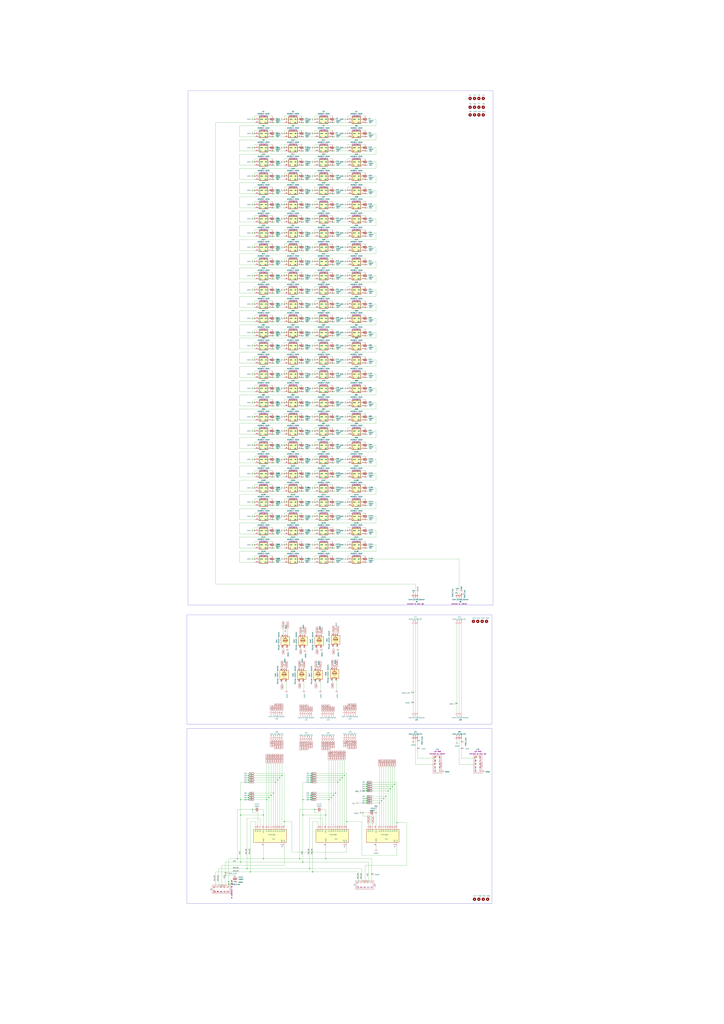
<source format=kicad_sch>
(kicad_sch (version 20230121) (generator eeschema)
  (paper "A0" portrait)
  (junction (at 316.23 520.7))
  (junction (at 424.18 471.17))
  (junction (at 424.18 603.25))
  (junction (at 365.76 138.43))
  (junction (at 386.08 208.28))
  (junction (at 295.91 353.06))
  (junction (at 316.23 405.13))
  (junction (at 485.14 859.79))
  (junction (at 365.76 582.93))
  (junction (at 316.23 191.77))
  (junction (at 359.41 1008.38))
  (junction (at 530.86 688.34))
  (junction (at 360.68 905.51))
  (junction (at 322.58 905.51))
  (junction (at 314.96 923.29))
  (junction (at 424.18 389.89))
  (junction (at 275.59 996.95))
  (junction (at 287.02 1008.38))
  (junction (at 316.23 636.27))
  (junction (at 330.2 220.98))
  (junction (at 295.91 204.47))
  (junction (at 403.86 632.46))
  (junction (at 316.23 224.79))
  (junction (at 424.18 520.7))
  (junction (at 424.18 373.38))
  (junction (at 365.76 615.95))
  (junction (at 330.2 401.32))
  (junction (at 424.18 307.34))
  (junction (at 424.18 454.66))
  (junction (at 403.86 450.85))
  (junction (at 316.23 619.76))
  (junction (at 386.08 537.21))
  (junction (at 386.08 323.85))
  (junction (at 295.91 154.94))
  (junction (at 295.91 434.34))
  (junction (at 443.23 929.64))
  (junction (at 350.52 553.72))
  (junction (at 403.86 615.95))
  (junction (at 400.05 900.43))
  (junction (at 403.86 204.47))
  (junction (at 360.68 923.29))
  (junction (at 424.18 553.72))
  (junction (at 295.91 632.46))
  (junction (at 365.76 632.46))
  (junction (at 330.2 953.77))
  (junction (at 290.83 1012.19))
  (junction (at 316.23 603.25))
  (junction (at 403.86 401.32))
  (junction (at 421.64 943.61))
  (junction (at 365.76 417.83))
  (junction (at 279.4 928.37))
  (junction (at 350.52 389.89))
  (junction (at 365.76 386.08))
  (junction (at 386.08 307.34))
  (junction (at 365.76 237.49))
  (junction (at 386.08 389.89))
  (junction (at 431.8 1014.73))
  (junction (at 316.23 586.74))
  (junction (at 386.08 356.87))
  (junction (at 365.76 154.94))
  (junction (at 485.14 868.68))
  (junction (at 535.94 861.06))
  (junction (at 295.91 270.51))
  (junction (at 448.31 924.56))
  (junction (at 403.86 254))
  (junction (at 360.68 900.43))
  (junction (at 295.91 187.96))
  (junction (at 330.2 467.36))
  (junction (at 316.23 241.3))
  (junction (at 288.29 905.51))
  (junction (at 295.91 171.45))
  (junction (at 350.52 175.26))
  (junction (at 424.18 241.3))
  (junction (at 347.98 996.95))
  (junction (at 425.45 918.21))
  (junction (at 403.86 336.55))
  (junction (at 360.68 928.37))
  (junction (at 394.97 905.51))
  (junction (at 316.23 274.32))
  (junction (at 365.76 483.87))
  (junction (at 350.52 504.19))
  (junction (at 360.68 902.97))
  (junction (at 386.08 603.25))
  (junction (at 330.2 353.06))
  (junction (at 424.18 175.26))
  (junction (at 450.85 918.21))
  (junction (at 365.76 516.89))
  (junction (at 403.86 516.89))
  (junction (at 403.86 500.38))
  (junction (at 288.29 902.97))
  (junction (at 330.2 566.42))
  (junction (at 365.76 270.51))
  (junction (at 350.52 323.85))
  (junction (at 330.2 417.83))
  (junction (at 365.76 450.85))
  (junction (at 458.47 910.59))
  (junction (at 535.94 868.68))
  (junction (at 440.69 932.18))
  (junction (at 316.23 537.21))
  (junction (at 295.91 566.42))
  (junction (at 424.18 421.64))
  (junction (at 330.2 500.38))
  (junction (at 350.52 405.13))
  (junction (at 350.52 652.78))
  (junction (at 424.18 208.28))
  (junction (at 295.91 549.91))
  (junction (at 403.86 303.53))
  (junction (at 316.23 208.28))
  (junction (at 365.76 566.42))
  (junction (at 386.08 142.24))
  (junction (at 316.23 257.81))
  (junction (at 365.76 599.44))
  (junction (at 316.23 652.78))
  (junction (at 288.29 925.83))
  (junction (at 261.62 1016))
  (junction (at 453.39 915.67))
  (junction (at 425.45 929.64))
  (junction (at 403.86 386.08))
  (junction (at 265.43 1026.16))
  (junction (at 461.01 955.04))
  (junction (at 386.08 520.7))
  (junction (at 316.23 553.72))
  (junction (at 403.86 154.94))
  (junction (at 403.86 287.02))
  (junction (at 295.91 287.02))
  (junction (at 425.45 927.1))
  (junction (at 295.91 615.95))
  (junction (at 382.27 928.37))
  (junction (at 295.91 336.55))
  (junction (at 360.68 925.83))
  (junction (at 350.52 537.21))
  (junction (at 386.08 636.27))
  (junction (at 424.18 652.78))
  (junction (at 365.76 369.57))
  (junction (at 425.45 913.13))
  (junction (at 350.52 290.83))
  (junction (at 365.76 287.02))
  (junction (at 386.08 175.26))
  (junction (at 288.29 900.43))
  (junction (at 386.08 586.74))
  (junction (at 350.52 241.3))
  (junction (at 316.23 471.17))
  (junction (at 424.18 487.68))
  (junction (at 330.2 516.89))
  (junction (at 330.2 204.47))
  (junction (at 424.18 323.85))
  (junction (at 330.2 171.45))
  (junction (at 295.91 533.4))
  (junction (at 309.88 928.37))
  (junction (at 403.86 467.36))
  (junction (at 386.08 471.17))
  (junction (at 424.18 438.15))
  (junction (at 317.5 920.75))
  (junction (at 288.29 928.37))
  (junction (at 279.4 946.15))
  (junction (at 273.05 1023.62))
  (junction (at 350.52 158.75))
  (junction (at 403.86 353.06))
  (junction (at 530.86 816.61))
  (junction (at 365.76 353.06))
  (junction (at 365.76 533.4))
  (junction (at 295.91 254))
  (junction (at 325.12 902.97))
  (junction (at 350.52 356.87))
  (junction (at 351.79 928.37))
  (junction (at 330.2 615.95))
  (junction (at 425.45 915.67))
  (junction (at 288.29 908.05))
  (junction (at 316.23 175.26))
  (junction (at 330.2 187.96))
  (junction (at 295.91 237.49))
  (junction (at 316.23 454.66))
  (junction (at 387.35 923.29))
  (junction (at 386.08 553.72))
  (junction (at 350.52 224.79))
  (junction (at 330.2 369.57))
  (junction (at 293.37 939.8))
  (junction (at 424.18 537.21))
  (junction (at 386.08 191.77))
  (junction (at 316.23 438.15))
  (junction (at 403.86 320.04))
  (junction (at 316.23 142.24))
  (junction (at 386.08 241.3))
  (junction (at 402.59 953.77))
  (junction (at 480.06 803.91))
  (junction (at 330.2 549.91))
  (junction (at 424.18 636.27))
  (junction (at 350.52 438.15))
  (junction (at 350.52 274.32))
  (junction (at 330.2 154.94))
  (junction (at 350.52 520.7))
  (junction (at 330.2 138.43))
  (junction (at 295.91 303.53))
  (junction (at 386.08 274.32))
  (junction (at 316.23 570.23))
  (junction (at 386.08 487.68))
  (junction (at 350.52 586.74))
  (junction (at 455.93 913.13))
  (junction (at 386.08 290.83))
  (junction (at 261.62 1013.46))
  (junction (at 295.91 648.97))
  (junction (at 306.07 996.95))
  (junction (at 424.18 142.24))
  (junction (at 424.18 274.32))
  (junction (at 316.23 487.68))
  (junction (at 350.52 257.81))
  (junction (at 316.23 421.64))
  (junction (at 386.08 224.79))
  (junction (at 320.04 908.05))
  (junction (at 330.2 320.04))
  (junction (at 403.86 533.4))
  (junction (at 350.52 142.24))
  (junction (at 330.2 386.08))
  (junction (at 403.86 270.51))
  (junction (at 330.2 648.97))
  (junction (at 316.23 340.36))
  (junction (at 330.2 632.46))
  (junction (at 403.86 138.43))
  (junction (at 424.18 224.79))
  (junction (at 403.86 237.49))
  (junction (at 424.18 405.13))
  (junction (at 386.08 619.76))
  (junction (at 295.91 516.89))
  (junction (at 424.18 619.76))
  (junction (at 378.46 996.95))
  (junction (at 295.91 138.43))
  (junction (at 403.86 187.96))
  (junction (at 316.23 356.87))
  (junction (at 330.2 303.53))
  (junction (at 384.81 925.83))
  (junction (at 316.23 158.75))
  (junction (at 363.22 1012.19))
  (junction (at 425.45 910.59))
  (junction (at 316.23 323.85))
  (junction (at 386.08 504.19))
  (junction (at 295.91 582.93))
  (junction (at 316.23 389.89))
  (junction (at 330.2 254))
  (junction (at 365.76 204.47))
  (junction (at 397.51 902.97))
  (junction (at 403.86 648.97))
  (junction (at 365.76 187.96))
  (junction (at 350.52 570.23))
  (junction (at 350.52 307.34))
  (junction (at 389.89 920.75))
  (junction (at 365.76 220.98))
  (junction (at 365.76 254))
  (junction (at 295.91 467.36))
  (junction (at 295.91 500.38))
  (junction (at 327.66 900.43))
  (junction (at 365.76 648.97))
  (junction (at 365.76 434.34))
  (junction (at 386.08 421.64))
  (junction (at 403.86 171.45))
  (junction (at 350.52 487.68))
  (junction (at 295.91 417.83))
  (junction (at 330.2 450.85))
  (junction (at 330.2 533.4))
  (junction (at 424.18 191.77))
  (junction (at 295.91 369.57))
  (junction (at 295.91 401.32))
  (junction (at 365.76 320.04))
  (junction (at 295.91 599.44))
  (junction (at 403.86 220.98))
  (junction (at 295.91 483.87))
  (junction (at 386.08 257.81))
  (junction (at 351.79 1000.76))
  (junction (at 265.43 1023.62))
  (junction (at 386.08 570.23))
  (junction (at 330.2 483.87))
  (junction (at 312.42 925.83))
  (junction (at 424.18 290.83))
  (junction (at 350.52 208.28))
  (junction (at 436.88 943.61))
  (junction (at 295.91 386.08))
  (junction (at 403.86 599.44))
  (junction (at 350.52 373.38))
  (junction (at 424.18 356.87))
  (junction (at 365.76 336.55))
  (junction (at 403.86 582.93))
  (junction (at 425.45 932.18))
  (junction (at 295.91 320.04))
  (junction (at 351.79 946.15))
  (junction (at 350.52 603.25))
  (junction (at 365.76 171.45))
  (junction (at 295.91 220.98))
  (junction (at 365.76 303.53))
  (junction (at 386.08 405.13))
  (junction (at 295.91 450.85))
  (junction (at 424.18 158.75))
  (junction (at 403.86 549.91))
  (junction (at 386.08 373.38))
  (junction (at 386.08 158.75))
  (junction (at 392.43 908.05))
  (junction (at 535.94 689.61))
  (junction (at 424.18 340.36))
  (junction (at 350.52 454.66))
  (junction (at 330.2 270.51))
  (junction (at 445.77 927.1))
  (junction (at 316.23 373.38))
  (junction (at 365.76 549.91))
  (junction (at 360.68 908.05))
  (junction (at 403.86 566.42))
  (junction (at 316.23 307.34))
  (junction (at 330.2 237.49))
  (junction (at 424.18 257.81))
  (junction (at 386.08 438.15))
  (junction (at 288.29 923.29))
  (junction (at 316.23 504.19))
  (junction (at 316.23 290.83))
  (junction (at 403.86 369.57))
  (junction (at 424.18 570.23))
  (junction (at 330.2 434.34))
  (junction (at 403.86 417.83))
  (junction (at 403.86 434.34))
  (junction (at 378.46 946.15))
  (junction (at 350.52 191.77))
  (junction (at 424.18 586.74))
  (junction (at 403.86 483.87))
  (junction (at 386.08 454.66))
  (junction (at 350.52 471.17))
  (junction (at 279.4 1000.76))
  (junction (at 330.2 287.02))
  (junction (at 350.52 619.76))
  (junction (at 365.76 401.32))
  (junction (at 365.76 500.38))
  (junction (at 365.76 939.8))
  (junction (at 365.76 467.36))
  (junction (at 330.2 582.93))
  (junction (at 306.07 946.15))
  (junction (at 424.18 504.19))
  (junction (at 330.2 599.44))
  (junction (at 480.06 815.34))
  (junction (at 330.2 336.55))
  (junction (at 350.52 340.36))
  (junction (at 386.08 652.78))
  (junction (at 350.52 421.64))
  (junction (at 350.52 636.27))
  (junction (at 386.08 340.36))
  (no_connect (at 557.53 880.11))
  (no_connect (at 510.54 891.54))
  (no_connect (at 505.46 883.92))
  (no_connect (at 510.54 887.73))
  (no_connect (at 557.53 887.73))
  (no_connect (at 250.19 1035.05))
  (no_connect (at 400.05 982.98))
  (no_connect (at 254 1035.05))
  (no_connect (at 557.53 891.54))
  (no_connect (at 505.46 891.54))
  (no_connect (at 552.45 891.54))
  (no_connect (at 458.47 982.98))
  (no_connect (at 505.46 895.35))
  (no_connect (at 552.45 883.92))
  (no_connect (at 552.45 895.35))
  (no_connect (at 424.18 1029.97))
  (no_connect (at 557.53 883.92))
  (no_connect (at 431.8 1029.97))
  (no_connect (at 265.43 1035.05))
  (no_connect (at 427.99 1029.97))
  (no_connect (at 510.54 883.92))
  (no_connect (at 416.56 1029.97))
  (no_connect (at 257.81 1035.05))
  (no_connect (at 261.62 1035.05))
  (no_connect (at 510.54 880.11))
  (no_connect (at 420.37 1029.97))
  (no_connect (at 327.66 982.98))
  (wire (pts (xy 386.08 154.94) (xy 394.97 154.94)))
  (wire (pts (xy 485.14 868.68) (xy 485.14 880.11)))
  (wire (pts (xy 461.01 955.04) (xy 461.01 957.58)))
  (wire (pts (xy 355.6 471.17) (xy 365.76 471.17)))
  (wire (pts (xy 350.52 480.06) (xy 330.2 480.06)))
  (wire (pts (xy 350.52 430.53) (xy 330.2 430.53)))
  (wire (pts (xy 403.86 323.85) (xy 394.97 323.85)))
  (wire (pts (xy 316.23 303.53) (xy 321.31 303.53)))
  (wire (pts (xy 350.52 612.14) (xy 330.2 612.14)))
  (wire (pts (xy 424.18 645.16) (xy 403.86 645.16)))
  (wire (pts (xy 368.3 928.37) (xy 382.27 928.37)))
  (wire (pts (xy 316.23 496.57) (xy 295.91 496.57)))
  (wire (pts (xy 435.61 943.61) (xy 436.88 943.61)))
  (wire (pts (xy 328.93 648.97) (xy 330.2 648.97)))
  (wire (pts (xy 278.13 408.94) (xy 436.88 408.94)))
  (wire (pts (xy 403.86 167.64) (xy 403.86 171.45)))
  (wire (pts (xy 328.93 220.98) (xy 330.2 220.98)))
  (wire (pts (xy 250.19 1012.19) (xy 250.19 1029.97)))
  (wire (pts (xy 350.52 447.04) (xy 330.2 447.04)))
  (wire (pts (xy 321.31 438.15) (xy 330.2 438.15)))
  (wire (pts (xy 321.31 307.34) (xy 330.2 307.34)))
  (wire (pts (xy 424.18 483.87) (xy 436.88 483.87)))
  (wire (pts (xy 364.49 270.51) (xy 365.76 270.51)))
  (wire (pts (xy 480.06 725.17) (xy 480.06 803.91)))
  (wire (pts (xy 530.86 861.06) (xy 530.86 858.52)))
  (wire (pts (xy 330.2 628.65) (xy 330.2 632.46)))
  (wire (pts (xy 416.56 932.18) (xy 425.45 932.18)))
  (wire (pts (xy 278.13 491.49) (xy 278.13 504.19)))
  (wire (pts (xy 355.6 570.23) (xy 365.76 570.23)))
  (wire (pts (xy 330.2 283.21) (xy 330.2 287.02)))
  (wire (pts (xy 403.86 283.21) (xy 403.86 287.02)))
  (wire (pts (xy 295.91 636.27) (xy 278.13 636.27)))
  (wire (pts (xy 402.59 632.46) (xy 403.86 632.46)))
  (wire (pts (xy 391.16 801.37) (xy 391.16 789.94)))
  (wire (pts (xy 355.6 537.21) (xy 365.76 537.21)))
  (wire (pts (xy 424.18 632.46) (xy 436.88 632.46)))
  (wire (pts (xy 351.79 928.37) (xy 360.68 928.37)))
  (wire (pts (xy 294.64 582.93) (xy 295.91 582.93)))
  (wire (pts (xy 350.52 233.68) (xy 330.2 233.68)))
  (wire (pts (xy 316.23 430.53) (xy 295.91 430.53)))
  (wire (pts (xy 430.53 947.42) (xy 421.64 947.42)))
  (wire (pts (xy 359.41 949.96) (xy 359.41 1008.38)))
  (wire (pts (xy 278.13 311.15) (xy 436.88 311.15)))
  (wire (pts (xy 436.88 434.34) (xy 436.88 441.96)))
  (wire (pts (xy 350.52 414.02) (xy 330.2 414.02)))
  (wire (pts (xy 295.91 537.21) (xy 278.13 537.21)))
  (wire (pts (xy 294.64 336.55) (xy 295.91 336.55)))
  (wire (pts (xy 424.18 628.65) (xy 403.86 628.65)))
  (wire (pts (xy 421.64 943.61) (xy 420.37 943.61)))
  (wire (pts (xy 355.6 187.96) (xy 355.6 191.77)))
  (wire (pts (xy 386.08 533.4) (xy 394.97 533.4)))
  (wire (pts (xy 443.23 929.64) (xy 443.23 957.58)))
  (wire (pts (xy 295.91 373.38) (xy 278.13 373.38)))
  (wire (pts (xy 424.18 430.53) (xy 403.86 430.53)))
  (wire (pts (xy 278.13 524.51) (xy 278.13 537.21)))
  (wire (pts (xy 365.76 382.27) (xy 365.76 386.08)))
  (wire (pts (xy 403.86 612.14) (xy 403.86 615.95)))
  (wire (pts (xy 265.43 1026.16) (xy 265.43 1029.97)))
  (wire (pts (xy 533.4 858.52) (xy 533.4 887.73)))
  (wire (pts (xy 257.81 1004.57) (xy 330.2 1004.57)))
  (wire (pts (xy 350.52 365.76) (xy 330.2 365.76)))
  (wire (pts (xy 294.64 467.36) (xy 295.91 467.36)))
  (wire (pts (xy 316.23 171.45) (xy 321.31 171.45)))
  (wire (pts (xy 389.89 957.58) (xy 389.89 920.75)))
  (wire (pts (xy 279.4 908.05) (xy 279.4 928.37)))
  (wire (pts (xy 351.79 946.15) (xy 378.46 946.15)))
  (wire (pts (xy 328.93 516.89) (xy 330.2 516.89)))
  (wire (pts (xy 278.13 245.11) (xy 278.13 257.81)))
  (wire (pts (xy 350.52 184.15) (xy 330.2 184.15)))
  (wire (pts (xy 355.6 586.74) (xy 365.76 586.74)))
  (wire (pts (xy 402.59 500.38) (xy 403.86 500.38)))
  (wire (pts (xy 330.2 775.97) (xy 330.2 773.43)))
  (wire (pts (xy 364.49 369.57) (xy 365.76 369.57)))
  (wire (pts (xy 403.86 266.7) (xy 403.86 270.51)))
  (wire (pts (xy 368.3 908.05) (xy 392.43 908.05)))
  (wire (pts (xy 309.88 928.37) (xy 309.88 957.58)))
  (wire (pts (xy 278.13 640.08) (xy 436.88 640.08)))
  (wire (pts (xy 400.05 882.65) (xy 400.05 900.43)))
  (wire (pts (xy 278.13 228.6) (xy 436.88 228.6)))
  (wire (pts (xy 424.18 365.76) (xy 403.86 365.76)))
  (wire (pts (xy 278.13 458.47) (xy 278.13 471.17)))
  (wire (pts (xy 350.52 154.94) (xy 355.6 154.94)))
  (wire (pts (xy 402.59 369.57) (xy 403.86 369.57)))
  (wire (pts (xy 433.07 908.05) (xy 461.01 908.05)))
  (wire (pts (xy 316.23 237.49) (xy 321.31 237.49)))
  (wire (pts (xy 431.8 996.95) (xy 431.8 1014.73)))
  (wire (pts (xy 294.64 369.57) (xy 295.91 369.57)))
  (wire (pts (xy 386.08 349.25) (xy 365.76 349.25)))
  (wire (pts (xy 386.08 648.97) (xy 394.97 648.97)))
  (wire (pts (xy 436.88 982.98) (xy 436.88 985.52)))
  (wire (pts (xy 394.97 553.72) (xy 394.97 549.91)))
  (wire (pts (xy 530.86 816.61) (xy 530.86 826.77)))
  (wire (pts (xy 424.18 414.02) (xy 403.86 414.02)))
  (wire (pts (xy 386.08 237.49) (xy 394.97 237.49)))
  (wire (pts (xy 278.13 195.58) (xy 278.13 208.28)))
  (wire (pts (xy 482.6 678.18) (xy 250.19 678.18)))
  (wire (pts (xy 321.31 434.34) (xy 321.31 438.15)))
  (wire (pts (xy 355.6 434.34) (xy 355.6 438.15)))
  (wire (pts (xy 347.98 996.95) (xy 378.46 996.95)))
  (wire (pts (xy 328.93 599.44) (xy 330.2 599.44)))
  (wire (pts (xy 403.86 414.02) (xy 403.86 417.83)))
  (wire (pts (xy 278.13 590.55) (xy 278.13 603.25)))
  (wire (pts (xy 295.91 332.74) (xy 295.91 336.55)))
  (wire (pts (xy 321.31 204.47) (xy 321.31 208.28)))
  (wire (pts (xy 321.31 237.49) (xy 321.31 241.3)))
  (wire (pts (xy 316.23 270.51) (xy 321.31 270.51)))
  (wire (pts (xy 321.31 619.76) (xy 330.2 619.76)))
  (wire (pts (xy 278.13 491.49) (xy 436.88 491.49)))
  (wire (pts (xy 350.52 533.4) (xy 355.6 533.4)))
  (wire (pts (xy 355.6 652.78) (xy 365.76 652.78)))
  (wire (pts (xy 278.13 441.96) (xy 278.13 454.66)))
  (wire (pts (xy 355.6 208.28) (xy 365.76 208.28)))
  (wire (pts (xy 436.88 533.4) (xy 436.88 541.02)))
  (wire (pts (xy 279.4 928.37) (xy 279.4 946.15)))
  (wire (pts (xy 394.97 356.87) (xy 394.97 353.06)))
  (wire (pts (xy 316.23 612.14) (xy 295.91 612.14)))
  (wire (pts (xy 316.23 463.55) (xy 295.91 463.55)))
  (wire (pts (xy 402.59 336.55) (xy 403.86 336.55)))
  (wire (pts (xy 279.4 928.37) (xy 288.29 928.37)))
  (wire (pts (xy 321.31 570.23) (xy 330.2 570.23)))
  (wire (pts (xy 316.23 500.38) (xy 321.31 500.38)))
  (wire (pts (xy 321.31 369.57) (xy 321.31 373.38)))
  (wire (pts (xy 321.31 471.17) (xy 330.2 471.17)))
  (wire (pts (xy 321.31 421.64) (xy 330.2 421.64)))
  (wire (pts (xy 294.64 287.02) (xy 295.91 287.02)))
  (wire (pts (xy 328.93 450.85) (xy 330.2 450.85)))
  (wire (pts (xy 328.93 483.87) (xy 330.2 483.87)))
  (wire (pts (xy 288.29 905.51) (xy 288.29 908.05)))
  (wire (pts (xy 350.52 463.55) (xy 330.2 463.55)))
  (wire (pts (xy 424.18 316.23) (xy 403.86 316.23)))
  (wire (pts (xy 424.18 595.63) (xy 403.86 595.63)))
  (wire (pts (xy 386.08 287.02) (xy 394.97 287.02)))
  (wire (pts (xy 295.91 923.29) (xy 314.96 923.29)))
  (wire (pts (xy 350.52 632.46) (xy 355.6 632.46)))
  (wire (pts (xy 386.08 138.43) (xy 394.97 138.43)))
  (wire (pts (xy 420.37 993.14) (xy 461.01 993.14)))
  (wire (pts (xy 328.93 632.46) (xy 330.2 632.46)))
  (wire (pts (xy 402.59 171.45) (xy 403.86 171.45)))
  (wire (pts (xy 387.35 753.11) (xy 387.35 750.57)))
  (wire (pts (xy 350.52 316.23) (xy 330.2 316.23)))
  (wire (pts (xy 316.23 401.32) (xy 321.31 401.32)))
  (wire (pts (xy 389.89 920.75) (xy 389.89 882.65)))
  (wire (pts (xy 386.08 483.87) (xy 394.97 483.87)))
  (wire (pts (xy 403.86 299.72) (xy 403.86 303.53)))
  (wire (pts (xy 316.23 167.64) (xy 295.91 167.64)))
  (wire (pts (xy 321.31 287.02) (xy 321.31 290.83)))
  (wire (pts (xy 278.13 623.57) (xy 436.88 623.57)))
  (wire (pts (xy 402.59 187.96) (xy 403.86 187.96)))
  (wire (pts (xy 402.59 386.08) (xy 403.86 386.08)))
  (wire (pts (xy 402.59 237.49) (xy 403.86 237.49)))
  (wire (pts (xy 368.3 751.84) (xy 368.3 753.11)))
  (wire (pts (xy 360.68 905.51) (xy 360.68 908.05)))
  (wire (pts (xy 403.86 570.23) (xy 394.97 570.23)))
  (wire (pts (xy 330.2 184.15) (xy 330.2 187.96)))
  (wire (pts (xy 403.86 586.74) (xy 394.97 586.74)))
  (wire (pts (xy 321.31 270.51) (xy 321.31 274.32)))
  (wire (pts (xy 455.93 913.13) (xy 455.93 957.58)))
  (wire (pts (xy 403.86 389.89) (xy 394.97 389.89)))
  (wire (pts (xy 355.6 274.32) (xy 365.76 274.32)))
  (wire (pts (xy 355.6 504.19) (xy 365.76 504.19)))
  (wire (pts (xy 278.13 541.02) (xy 278.13 553.72)))
  (wire (pts (xy 278.13 294.64) (xy 278.13 307.34)))
  (wire (pts (xy 402.59 615.95) (xy 403.86 615.95)))
  (wire (pts (xy 425.45 908.05) (xy 425.45 910.59)))
  (wire (pts (xy 386.08 365.76) (xy 365.76 365.76)))
  (wire (pts (xy 461.01 955.04) (xy 472.44 955.04)))
  (wire (pts (xy 321.31 241.3) (xy 330.2 241.3)))
  (wire (pts (xy 316.23 187.96) (xy 321.31 187.96)))
  (wire (pts (xy 295.91 908.05) (xy 320.04 908.05)))
  (wire (pts (xy 424.18 200.66) (xy 403.86 200.66)))
  (wire (pts (xy 403.86 365.76) (xy 403.86 369.57)))
  (wire (pts (xy 403.86 175.26) (xy 394.97 175.26)))
  (wire (pts (xy 365.76 167.64) (xy 365.76 171.45)))
  (wire (pts (xy 339.09 989.33) (xy 402.59 989.33)))
  (wire (pts (xy 424.18 434.34) (xy 436.88 434.34)))
  (wire (pts (xy 425.45 910.59) (xy 425.45 913.13)))
  (wire (pts (xy 278.13 162.56) (xy 436.88 162.56)))
  (wire (pts (xy 436.88 287.02) (xy 436.88 294.64)))
  (wire (pts (xy 355.6 401.32) (xy 355.6 405.13)))
  (wire (pts (xy 365.76 943.61) (xy 372.11 943.61)))
  (wire (pts (xy 355.6 516.89) (xy 355.6 520.7)))
  (wire (pts (xy 394.97 405.13) (xy 394.97 401.32)))
  (wire (pts (xy 275.59 996.95) (xy 306.07 996.95)))
  (wire (pts (xy 295.91 349.25) (xy 295.91 353.06)))
  (wire (pts (xy 355.6 171.45) (xy 355.6 175.26)))
  (wire (pts (xy 355.6 636.27) (xy 365.76 636.27)))
  (wire (pts (xy 328.93 287.02) (xy 330.2 287.02)))
  (wire (pts (xy 278.13 195.58) (xy 436.88 195.58)))
  (wire (pts (xy 330.2 645.16) (xy 330.2 648.97)))
  (wire (pts (xy 386.08 299.72) (xy 365.76 299.72)))
  (wire (pts (xy 278.13 524.51) (xy 436.88 524.51)))
  (wire (pts (xy 443.23 890.27) (xy 443.23 929.64)))
  (wire (pts (xy 347.98 939.8) (xy 365.76 939.8)))
  (wire (pts (xy 394.97 603.25) (xy 394.97 599.44)))
  (wire (pts (xy 265.43 996.95) (xy 265.43 1023.62)))
  (wire (pts (xy 355.6 154.94) (xy 355.6 158.75)))
  (wire (pts (xy 433.07 932.18) (xy 440.69 932.18)))
  (wire (pts (xy 278.13 607.06) (xy 436.88 607.06)))
  (wire (pts (xy 365.76 939.8) (xy 365.76 943.61)))
  (wire (pts (xy 402.59 138.43) (xy 403.86 138.43)))
  (wire (pts (xy 261.62 1013.46) (xy 261.62 1016)))
  (wire (pts (xy 448.31 924.56) (xy 448.31 957.58)))
  (wire (pts (xy 386.08 353.06) (xy 394.97 353.06)))
  (wire (pts (xy 394.97 224.79) (xy 394.97 220.98)))
  (wire (pts (xy 403.86 397.51) (xy 403.86 401.32)))
  (wire (pts (xy 321.31 254) (xy 321.31 257.81)))
  (wire (pts (xy 331.47 736.6) (xy 331.47 734.06)))
  (wire (pts (xy 403.86 356.87) (xy 394.97 356.87)))
  (wire (pts (xy 328.93 467.36) (xy 330.2 467.36)))
  (wire (pts (xy 295.91 316.23) (xy 295.91 320.04)))
  (wire (pts (xy 403.86 134.62) (xy 403.86 138.43)))
  (wire (pts (xy 350.52 303.53) (xy 355.6 303.53)))
  (wire (pts (xy 364.49 467.36) (xy 365.76 467.36)))
  (wire (pts (xy 330.2 233.68) (xy 330.2 237.49)))
  (wire (pts (xy 328.93 154.94) (xy 330.2 154.94)))
  (wire (pts (xy 427.99 957.58) (xy 427.99 956.31)))
  (wire (pts (xy 355.6 323.85) (xy 365.76 323.85)))
  (wire (pts (xy 386.08 382.27) (xy 365.76 382.27)))
  (wire (pts (xy 365.76 447.04) (xy 365.76 450.85)))
  (wire (pts (xy 350.52 775.97) (xy 350.52 773.43)))
  (wire (pts (xy 424.18 250.19) (xy 403.86 250.19)))
  (wire (pts (xy 453.39 890.27) (xy 453.39 915.67)))
  (wire (pts (xy 386.08 500.38) (xy 394.97 500.38)))
  (wire (pts (xy 364.49 138.43) (xy 365.76 138.43)))
  (wire (pts (xy 367.03 792.48) (xy 367.03 791.21)))
  (wire (pts (xy 353.06 801.37) (xy 353.06 791.21)))
  (wire (pts (xy 431.8 1014.73) (xy 431.8 1024.89)))
  (wire (pts (xy 386.08 582.93) (xy 394.97 582.93)))
  (wire (pts (xy 278.13 408.94) (xy 278.13 421.64)))
  (wire (pts (xy 295.91 257.81) (xy 278.13 257.81)))
  (wire (pts (xy 365.76 595.63) (xy 365.76 599.44)))
  (wire (pts (xy 402.59 353.06) (xy 403.86 353.06)))
  (wire (pts (xy 355.6 603.25) (xy 365.76 603.25)))
  (wire (pts (xy 350.52 467.36) (xy 355.6 467.36)))
  (wire (pts (xy 278.13 261.62) (xy 278.13 274.32)))
  (wire (pts (xy 261.62 1000.76) (xy 261.62 1013.46)))
  (wire (pts (xy 295.91 175.26) (xy 278.13 175.26)))
  (wire (pts (xy 436.88 237.49) (xy 436.88 245.11)))
  (wire (pts (xy 316.23 266.7) (xy 295.91 266.7)))
  (wire (pts (xy 364.49 648.97) (xy 365.76 648.97)))
  (wire (pts (xy 278.13 474.98) (xy 278.13 487.68)))
  (wire (pts (xy 321.31 504.19) (xy 330.2 504.19)))
  (wire (pts (xy 278.13 640.08) (xy 278.13 652.78)))
  (wire (pts (xy 330.2 382.27) (xy 330.2 386.08)))
  (wire (pts (xy 306.07 996.95) (xy 306.07 982.98)))
  (wire (pts (xy 386.08 516.89) (xy 394.97 516.89)))
  (wire (pts (xy 472.44 1004.57) (xy 472.44 955.04)))
  (wire (pts (xy 294.64 500.38) (xy 295.91 500.38)))
  (wire (pts (xy 448.31 890.27) (xy 448.31 924.56)))
  (wire (pts (xy 295.91 504.19) (xy 278.13 504.19)))
  (wire (pts (xy 350.52 250.19) (xy 330.2 250.19)))
  (wire (pts (xy 386.08 546.1) (xy 365.76 546.1)))
  (wire (pts (xy 350.52 549.91) (xy 355.6 549.91)))
  (wire (pts (xy 482.6 689.61) (xy 482.6 678.18)))
  (wire (pts (xy 330.2 430.53) (xy 330.2 434.34)))
  (wire (pts (xy 328.93 171.45) (xy 330.2 171.45)))
  (wire (pts (xy 386.08 615.95) (xy 394.97 615.95)))
  (wire (pts (xy 293.37 943.61) (xy 299.72 943.61)))
  (wire (pts (xy 436.88 369.57) (xy 436.88 377.19)))
  (wire (pts (xy 350.52 615.95) (xy 355.6 615.95)))
  (wire (pts (xy 294.64 599.44) (xy 295.91 599.44)))
  (wire (pts (xy 424.18 220.98) (xy 436.88 220.98)))
  (wire (pts (xy 350.52 336.55) (xy 355.6 336.55)))
  (wire (pts (xy 355.6 340.36) (xy 365.76 340.36)))
  (wire (pts (xy 321.31 224.79) (xy 330.2 224.79)))
  (wire (pts (xy 436.88 516.89) (xy 436.88 524.51)))
  (wire (pts (xy 372.11 943.61) (xy 372.11 957.58)))
  (wire (pts (xy 355.6 389.89) (xy 365.76 389.89)))
  (wire (pts (xy 369.57 953.77) (xy 363.22 953.77)))
  (wire (pts (xy 325.12 886.46) (xy 325.12 902.97)))
  (wire (pts (xy 424.18 154.94) (xy 436.88 154.94)))
  (wire (pts (xy 424.18 287.02) (xy 436.88 287.02)))
  (wire (pts (xy 294.64 516.89) (xy 295.91 516.89)))
  (wire (pts (xy 316.23 353.06) (xy 321.31 353.06)))
  (wire (pts (xy 316.23 549.91) (xy 321.31 549.91)))
  (wire (pts (xy 278.13 458.47) (xy 436.88 458.47)))
  (wire (pts (xy 402.59 897.89) (xy 402.59 953.77)))
  (wire (pts (xy 295.91 389.89) (xy 278.13 389.89)))
  (wire (pts (xy 394.97 257.81) (xy 394.97 254)))
  (wire (pts (xy 355.6 241.3) (xy 365.76 241.3)))
  (wire (pts (xy 403.86 421.64) (xy 394.97 421.64)))
  (wire (pts (xy 295.91 290.83) (xy 278.13 290.83)))
  (wire (pts (xy 279.4 1000.76) (xy 351.79 1000.76)))
  (wire (pts (xy 316.23 220.98) (xy 321.31 220.98)))
  (wire (pts (xy 365.76 200.66) (xy 365.76 204.47)))
  (wire (pts (xy 316.23 320.04) (xy 321.31 320.04)))
  (wire (pts (xy 386.08 336.55) (xy 394.97 336.55)))
  (wire (pts (xy 386.08 233.68) (xy 365.76 233.68)))
  (wire (pts (xy 394.97 905.51) (xy 394.97 882.65)))
  (wire (pts (xy 365.76 414.02) (xy 365.76 417.83)))
  (wire (pts (xy 433.07 929.64) (xy 443.23 929.64)))
  (wire (pts (xy 350.52 434.34) (xy 355.6 434.34)))
  (wire (pts (xy 394.97 537.21) (xy 394.97 533.4)))
  (wire (pts (xy 314.96 923.29) (xy 314.96 957.58)))
  (wire (pts (xy 295.91 430.53) (xy 295.91 434.34)))
  (wire (pts (xy 278.13 508) (xy 436.88 508)))
  (wire (pts (xy 316.23 316.23) (xy 295.91 316.23)))
  (wire (pts (xy 403.86 652.78) (xy 394.97 652.78)))
  (wire (pts (xy 316.23 151.13) (xy 295.91 151.13)))
  (wire (pts (xy 364.49 632.46) (xy 365.76 632.46)))
  (wire (pts (xy 328.93 386.08) (xy 330.2 386.08)))
  (wire (pts (xy 364.49 417.83) (xy 365.76 417.83)))
  (wire (pts (xy 394.97 290.83) (xy 394.97 287.02)))
  (wire (pts (xy 424.18 303.53) (xy 436.88 303.53)))
  (wire (pts (xy 386.08 645.16) (xy 365.76 645.16)))
  (wire (pts (xy 403.86 645.16) (xy 403.86 648.97)))
  (wire (pts (xy 355.6 549.91) (xy 355.6 553.72)))
  (wire (pts (xy 386.08 332.74) (xy 365.76 332.74)))
  (wire (pts (xy 436.88 154.94) (xy 436.88 162.56)))
  (wire (pts (xy 322.58 957.58) (xy 322.58 905.51)))
  (wire (pts (xy 295.91 307.34) (xy 278.13 307.34)))
  (wire (pts (xy 321.31 154.94) (xy 321.31 158.75)))
  (wire (pts (xy 295.91 191.77) (xy 278.13 191.77)))
  (wire (pts (xy 440.69 932.18) (xy 440.69 957.58)))
  (wire (pts (xy 403.86 454.66) (xy 394.97 454.66)))
  (wire (pts (xy 436.88 254) (xy 436.88 261.62)))
  (wire (pts (xy 378.46 946.15) (xy 378.46 957.58)))
  (wire (pts (xy 330.2 982.98) (xy 330.2 1004.57)))
  (wire (pts (xy 368.3 900.43) (xy 400.05 900.43)))
  (wire (pts (xy 295.91 217.17) (xy 295.91 220.98)))
  (wire (pts (xy 386.08 397.51) (xy 365.76 397.51)))
  (wire (pts (xy 350.52 200.66) (xy 330.2 200.66)))
  (wire (pts (xy 330.2 217.17) (xy 330.2 220.98)))
  (wire (pts (xy 482.6 725.17) (xy 482.6 826.77)))
  (wire (pts (xy 485.14 859.79) (xy 485.14 858.52)))
  (wire (pts (xy 321.31 632.46) (xy 321.31 636.27)))
  (wire (pts (xy 316.23 138.43) (xy 321.31 138.43)))
  (wire (pts (xy 328.93 401.32) (xy 330.2 401.32)))
  (wire (pts (xy 436.88 582.93) (xy 436.88 590.55)))
  (wire (pts (xy 364.49 566.42) (xy 365.76 566.42)))
  (wire (pts (xy 295.91 619.76) (xy 278.13 619.76)))
  (wire (pts (xy 278.13 425.45) (xy 436.88 425.45)))
  (wire (pts (xy 316.23 204.47) (xy 321.31 204.47)))
  (wire (pts (xy 288.29 920.75) (xy 288.29 923.29)))
  (wire (pts (xy 351.79 946.15) (xy 351.79 1000.76)))
  (wire (pts (xy 397.51 882.65) (xy 397.51 902.97)))
  (wire (pts (xy 368.3 902.97) (xy 397.51 902.97)))
  (wire (pts (xy 365.76 480.06) (xy 365.76 483.87)))
  (wire (pts (xy 436.88 171.45) (xy 436.88 179.07)))
  (wire (pts (xy 424.18 546.1) (xy 403.86 546.1)))
  (wire (pts (xy 350.52 582.93) (xy 355.6 582.93)))
  (wire (pts (xy 321.31 274.32) (xy 330.2 274.32)))
  (wire (pts (xy 330.2 250.19) (xy 330.2 254)))
  (wire (pts (xy 350.52 645.16) (xy 330.2 645.16)))
  (wire (pts (xy 330.2 414.02) (xy 330.2 417.83)))
  (wire (pts (xy 316.23 562.61) (xy 295.91 562.61)))
  (wire (pts (xy 278.13 392.43) (xy 278.13 405.13)))
  (wire (pts (xy 328.93 270.51) (xy 330.2 270.51)))
  (wire (pts (xy 386.08 595.63) (xy 365.76 595.63)))
  (wire (pts (xy 359.41 949.96) (xy 374.65 949.96)))
  (wire (pts (xy 321.31 401.32) (xy 321.31 405.13)))
  (wire (pts (xy 424.18 533.4) (xy 436.88 533.4)))
  (wire (pts (xy 294.64 154.94) (xy 295.91 154.94)))
  (wire (pts (xy 363.22 953.77) (xy 363.22 1012.19)))
  (wire (pts (xy 316.23 516.89) (xy 321.31 516.89)))
  (wire (pts (xy 261.62 1016) (xy 261.62 1029.97)))
  (wire (pts (xy 386.08 151.13) (xy 365.76 151.13)))
  (wire (pts (xy 485.14 687.07) (xy 485.14 689.61)))
  (wire (pts (xy 265.43 1023.62) (xy 265.43 1026.16)))
  (wire (pts (xy 392.43 753.11) (xy 392.43 750.57)))
  (wire (pts (xy 261.62 1000.76) (xy 279.4 1000.76)))
  (wire (pts (xy 424.18 562.61) (xy 403.86 562.61)))
  (wire (pts (xy 278.13 278.13) (xy 278.13 290.83)))
  (wire (pts (xy 402.59 320.04) (xy 403.86 320.04)))
  (wire (pts (xy 321.31 566.42) (xy 321.31 570.23)))
  (wire (pts (xy 316.23 628.65) (xy 295.91 628.65)))
  (wire (pts (xy 355.6 224.79) (xy 365.76 224.79)))
  (wire (pts (xy 455.93 890.27) (xy 455.93 913.13)))
  (wire (pts (xy 374.65 949.96) (xy 374.65 957.58)))
  (wire (pts (xy 364.49 434.34) (xy 365.76 434.34)))
  (wire (pts (xy 316.23 615.95) (xy 321.31 615.95)))
  (wire (pts (xy 350.52 595.63) (xy 330.2 595.63)))
  (wire (pts (xy 294.64 138.43) (xy 295.91 138.43)))
  (wire (pts (xy 294.64 615.95) (xy 295.91 615.95)))
  (wire (pts (xy 316.23 365.76) (xy 295.91 365.76)))
  (wire (pts (xy 386.08 450.85) (xy 394.97 450.85)))
  (wire (pts (xy 445.77 890.27) (xy 445.77 927.1)))
  (wire (pts (xy 403.86 224.79) (xy 394.97 224.79)))
  (wire (pts (xy 278.13 179.07) (xy 436.88 179.07)))
  (wire (pts (xy 365.76 397.51) (xy 365.76 401.32)))
  (wire (pts (xy 424.18 320.04) (xy 436.88 320.04)))
  (wire (pts (xy 387.35 923.29) (xy 387.35 957.58)))
  (wire (pts (xy 316.23 184.15) (xy 295.91 184.15)))
  (wire (pts (xy 364.49 171.45) (xy 365.76 171.45)))
  (wire (pts (xy 403.86 142.24) (xy 394.97 142.24)))
  (wire (pts (xy 378.46 996.95) (xy 378.46 982.98)))
  (wire (pts (xy 533.4 725.17) (xy 533.4 826.77)))
  (wire (pts (xy 450.85 918.21) (xy 450.85 957.58)))
  (wire (pts (xy 293.37 939.8) (xy 294.64 939.8)))
  (wire (pts (xy 392.43 908.05) (xy 392.43 957.58)))
  (wire (pts (xy 330.2 579.12) (xy 330.2 582.93)))
  (wire (pts (xy 424.18 187.96) (xy 436.88 187.96)))
  (wire (pts (xy 316.23 599.44) (xy 321.31 599.44)))
  (wire (pts (xy 295.91 397.51) (xy 295.91 401.32)))
  (wire (pts (xy 355.6 417.83) (xy 355.6 421.64)))
  (wire (pts (xy 330.2 595.63) (xy 330.2 599.44)))
  (wire (pts (xy 403.86 513.08) (xy 403.86 516.89)))
  (wire (pts (xy 424.18 1004.57) (xy 424.18 1024.89)))
  (wire (pts (xy 535.94 861.06) (xy 535.94 868.68)))
  (wire (pts (xy 424.18 254) (xy 436.88 254)))
  (wire (pts (xy 302.26 949.96) (xy 302.26 957.58)))
  (wire (pts (xy 316.23 287.02) (xy 321.31 287.02)))
  (wire (pts (xy 365.76 430.53) (xy 365.76 434.34)))
  (wire (pts (xy 278.13 162.56) (xy 278.13 175.26)))
  (wire (pts (xy 316.23 250.19) (xy 295.91 250.19)))
  (wire (pts (xy 278.13 441.96) (xy 436.88 441.96)))
  (wire (pts (xy 364.49 500.38) (xy 365.76 500.38)))
  (wire (pts (xy 424.18 382.27) (xy 403.86 382.27)))
  (wire (pts (xy 355.6 138.43) (xy 355.6 142.24)))
  (wire (pts (xy 436.88 450.85) (xy 436.88 458.47)))
  (wire (pts (xy 360.68 902.97) (xy 360.68 905.51)))
  (wire (pts (xy 278.13 327.66) (xy 436.88 327.66)))
  (wire (pts (xy 295.91 562.61) (xy 295.91 566.42)))
  (wire (pts (xy 403.86 340.36) (xy 394.97 340.36)))
  (wire (pts (xy 321.31 582.93) (xy 321.31 586.74)))
  (wire (pts (xy 436.88 615.95) (xy 436.88 623.57)))
  (wire (pts (xy 424.18 134.62) (xy 403.86 134.62)))
  (wire (pts (xy 440.69 890.27) (xy 440.69 932.18)))
  (wire (pts (xy 402.59 566.42) (xy 403.86 566.42)))
  (wire (pts (xy 424.18 171.45) (xy 436.88 171.45)))
  (wire (pts (xy 254 1008.38) (xy 287.02 1008.38)))
  (wire (pts (xy 424.18 353.06) (xy 436.88 353.06)))
  (wire (pts (xy 350.52 266.7) (xy 330.2 266.7)))
  (wire (pts (xy 325.12 902.97) (xy 325.12 957.58)))
  (wire (pts (xy 482.6 887.73) (xy 505.46 887.73)))
  (wire (pts (xy 364.49 615.95) (xy 365.76 615.95)))
  (wire (pts (xy 327.66 793.75) (xy 327.66 791.21)))
  (wire (pts (xy 350.52 167.64) (xy 330.2 167.64)))
  (wire (pts (xy 424.18 496.57) (xy 403.86 496.57)))
  (wire (pts (xy 330.2 546.1) (xy 330.2 549.91)))
  (wire (pts (xy 328.93 303.53) (xy 330.2 303.53)))
  (wire (pts (xy 295.91 134.62) (xy 295.91 138.43)))
  (wire (pts (xy 328.93 615.95) (xy 330.2 615.95)))
  (wire (pts (xy 403.86 603.25) (xy 394.97 603.25)))
  (wire (pts (xy 328.93 751.84) (xy 328.93 753.11)))
  (wire (pts (xy 386.08 369.57) (xy 394.97 369.57)))
  (wire (pts (xy 480.06 859.79) (xy 480.06 858.52)))
  (wire (pts (xy 330.2 513.08) (xy 330.2 516.89)))
  (wire (pts (xy 365.76 628.65) (xy 365.76 632.46)))
  (wire (pts (xy 328.93 369.57) (xy 330.2 369.57)))
  (wire (pts (xy 458.47 910.59) (xy 458.47 957.58)))
  (wire (pts (xy 287.02 949.96) (xy 287.02 1008.38)))
  (wire (pts (xy 355.6 553.72) (xy 365.76 553.72)))
  (wire (pts (xy 386.08 184.15) (xy 365.76 184.15)))
  (wire (pts (xy 350.52 204.47) (xy 355.6 204.47)))
  (wire (pts (xy 294.64 204.47) (xy 295.91 204.47)))
  (wire (pts (xy 350.52 171.45) (xy 355.6 171.45)))
  (wire (pts (xy 355.6 369.57) (xy 355.6 373.38)))
  (wire (pts (xy 350.52 332.74) (xy 330.2 332.74)))
  (wire (pts (xy 355.6 438.15) (xy 365.76 438.15)))
  (wire (pts (xy 394.97 208.28) (xy 394.97 204.47)))
  (wire (pts (xy 386.08 303.53) (xy 394.97 303.53)))
  (wire (pts (xy 294.64 401.32) (xy 295.91 401.32)))
  (wire (pts (xy 295.91 184.15) (xy 295.91 187.96)))
  (wire (pts (xy 394.97 142.24) (xy 394.97 138.43)))
  (wire (pts (xy 424.18 549.91) (xy 436.88 549.91)))
  (wire (pts (xy 355.6 467.36) (xy 355.6 471.17)))
  (wire (pts (xy 294.64 549.91) (xy 295.91 549.91)))
  (wire (pts (xy 288.29 897.89) (xy 288.29 900.43)))
  (wire (pts (xy 403.86 250.19) (xy 403.86 254)))
  (wire (pts (xy 368.3 923.29) (xy 387.35 923.29)))
  (wire (pts (xy 350.52 500.38) (xy 355.6 500.38)))
  (wire (pts (xy 480.06 803.91) (xy 480.06 815.34)))
  (wire (pts (xy 365.76 349.25) (xy 365.76 353.06)))
  (wire (pts (xy 424.18 582.93) (xy 436.88 582.93)))
  (wire (pts (xy 424.18 612.14) (xy 403.86 612.14)))
  (wire (pts (xy 394.97 619.76) (xy 394.97 615.95)))
  (wire (pts (xy 295.91 158.75) (xy 278.13 158.75)))
  (wire (pts (xy 295.91 897.89) (xy 330.2 897.89)))
  (wire (pts (xy 364.49 401.32) (xy 365.76 401.32)))
  (wire (pts (xy 316.23 200.66) (xy 295.91 200.66)))
  (wire (pts (xy 386.08 529.59) (xy 365.76 529.59)))
  (wire (pts (xy 294.64 450.85) (xy 295.91 450.85)))
  (wire (pts (xy 350.52 450.85) (xy 355.6 450.85)))
  (wire (pts (xy 424.18 270.51) (xy 436.88 270.51)))
  (wire (pts (xy 350.52 386.08) (xy 355.6 386.08)))
  (wire (pts (xy 278.13 541.02) (xy 436.88 541.02)))
  (wire (pts (xy 436.88 204.47) (xy 436.88 212.09)))
  (wire (pts (xy 403.86 496.57) (xy 403.86 500.38)))
  (wire (pts (xy 533.4 887.73) (xy 552.45 887.73)))
  (wire (pts (xy 278.13 228.6) (xy 278.13 241.3)))
  (wire (pts (xy 294.64 237.49) (xy 295.91 237.49)))
  (wire (pts (xy 382.27 882.65) (xy 382.27 928.37)))
  (wire (pts (xy 355.6 615.95) (xy 355.6 619.76)))
  (wire (pts (xy 330.2 134.62) (xy 330.2 138.43)))
  (wire (pts (xy 430.53 957.58) (xy 430.53 947.42)))
  (wire (pts (xy 365.76 579.12) (xy 365.76 582.93)))
  (wire (pts (xy 330.2 897.89) (xy 330.2 953.77)))
  (wire (pts (xy 403.86 562.61) (xy 403.86 566.42)))
  (wire (pts (xy 386.08 134.62) (xy 365.76 134.62)))
  (wire (pts (xy 278.13 574.04) (xy 436.88 574.04)))
  (wire (pts (xy 295.91 628.65) (xy 295.91 632.46)))
  (wire (pts (xy 394.97 652.78) (xy 394.97 648.97)))
  (wire (pts (xy 424.18 516.89) (xy 436.88 516.89)))
  (wire (pts (xy 350.52 353.06) (xy 355.6 353.06)))
  (wire (pts (xy 433.07 927.1) (xy 445.77 927.1)))
  (wire (pts (xy 436.88 467.36) (xy 436.88 474.98)))
  (wire (pts (xy 278.13 425.45) (xy 278.13 438.15)))
  (wire (pts (xy 403.86 520.7) (xy 394.97 520.7)))
  (wire (pts (xy 535.94 868.68) (xy 535.94 880.11)))
  (wire (pts (xy 402.59 533.4) (xy 403.86 533.4)))
  (wire (pts (xy 288.29 902.97) (xy 288.29 905.51)))
  (wire (pts (xy 295.91 900.43) (xy 327.66 900.43)))
  (wire (pts (xy 433.07 913.13) (xy 455.93 913.13)))
  (wire (pts (xy 295.91 586.74) (xy 278.13 586.74)))
  (wire (pts (xy 386.08 632.46) (xy 394.97 632.46)))
  (wire (pts (xy 365.76 184.15) (xy 365.76 187.96)))
  (wire (pts (xy 295.91 652.78) (xy 278.13 652.78)))
  (wire (pts (xy 403.86 438.15) (xy 394.97 438.15)))
  (wire (pts (xy 328.93 500.38) (xy 330.2 500.38)))
  (wire (pts (xy 316.23 386.08) (xy 321.31 386.08)))
  (wire (pts (xy 295.91 208.28) (xy 278.13 208.28)))
  (wire (pts (xy 355.6 500.38) (xy 355.6 504.19)))
  (wire (pts (xy 424.18 167.64) (xy 403.86 167.64)))
  (wire (pts (xy 436.88 386.08) (xy 436.88 392.43)))
  (wire (pts (xy 403.86 307.34) (xy 394.97 307.34)))
  (wire (pts (xy 364.49 154.94) (xy 365.76 154.94)))
  (wire (pts (xy 394.97 340.36) (xy 394.97 336.55)))
  (wire (pts (xy 360.68 900.43) (xy 360.68 902.97)))
  (wire (pts (xy 354.33 754.38) (xy 354.33 751.84)))
  (wire (pts (xy 278.13 377.19) (xy 278.13 389.89)))
  (wire (pts (xy 347.98 792.48) (xy 347.98 791.21)))
  (wire (pts (xy 386.08 250.19) (xy 365.76 250.19)))
  (wire (pts (xy 279.4 946.15) (xy 306.07 946.15)))
  (wire (pts (xy 316.23 382.27) (xy 295.91 382.27)))
  (wire (pts (xy 424.18 204.47) (xy 436.88 204.47)))
  (wire (pts (xy 321.31 417.83) (xy 321.31 421.64)))
  (wire (pts (xy 420.37 1008.38) (xy 420.37 1024.89)))
  (wire (pts (xy 402.59 154.94) (xy 403.86 154.94)))
  (wire (pts (xy 330.2 299.72) (xy 330.2 303.53)))
  (wire (pts (xy 350.52 562.61) (xy 330.2 562.61)))
  (wire (pts (xy 364.49 599.44) (xy 365.76 599.44)))
  (wire (pts (xy 350.52 217.17) (xy 330.2 217.17)))
  (wire (pts (xy 365.76 332.74) (xy 365.76 336.55)))
  (wire (pts (xy 321.31 652.78) (xy 330.2 652.78)))
  (wire (pts (xy 436.88 320.04) (xy 436.88 327.66)))
  (wire (pts (xy 294.64 648.97) (xy 295.91 648.97)))
  (wire (pts (xy 316.23 450.85) (xy 321.31 450.85)))
  (wire (pts (xy 403.86 504.19) (xy 394.97 504.19)))
  (wire (pts (xy 424.18 299.72) (xy 403.86 299.72)))
  (wire (pts (xy 403.86 537.21) (xy 394.97 537.21)))
  (wire (pts (xy 316.23 217.17) (xy 295.91 217.17)))
  (wire (pts (xy 386.08 171.45) (xy 394.97 171.45)))
  (wire (pts (xy 295.91 200.66) (xy 295.91 204.47)))
  (wire (pts (xy 309.88 886.46) (xy 309.88 928.37)))
  (wire (pts (xy 386.08 579.12) (xy 365.76 579.12)))
  (wire (pts (xy 316.23 299.72) (xy 295.91 299.72)))
  (wire (pts (xy 355.6 158.75) (xy 365.76 158.75)))
  (wire (pts (xy 403.86 579.12) (xy 403.86 582.93)))
  (wire (pts (xy 321.31 142.24) (xy 330.2 142.24)))
  (wire (pts (xy 350.52 579.12) (xy 330.2 579.12)))
  (wire (pts (xy 400.05 900.43) (xy 400.05 957.58)))
  (wire (pts (xy 355.6 405.13) (xy 365.76 405.13)))
  (wire (pts (xy 402.59 204.47) (xy 403.86 204.47)))
  (wire (pts (xy 316.23 579.12) (xy 295.91 579.12)))
  (wire (pts (xy 350.52 382.27) (xy 330.2 382.27)))
  (wire (pts (xy 530.86 688.34) (xy 530.86 689.61)))
  (wire (pts (xy 355.6 307.34) (xy 365.76 307.34)))
  (wire (pts (xy 328.93 582.93) (xy 330.2 582.93)))
  (wire (pts (xy 295.91 274.32) (xy 278.13 274.32)))
  (wire (pts (xy 351.79 908.05) (xy 360.68 908.05)))
  (wire (pts (xy 316.23 283.21) (xy 295.91 283.21)))
  (wire (pts (xy 482.6 858.52) (xy 482.6 887.73)))
  (wire (pts (xy 306.07 939.8) (xy 306.07 946.15)))
  (wire (pts (xy 316.23 336.55) (xy 321.31 336.55)))
  (wire (pts (xy 350.52 151.13) (xy 330.2 151.13)))
  (wire (pts (xy 316.23 254) (xy 321.31 254)))
  (wire (pts (xy 394.97 586.74) (xy 394.97 582.93)))
  (wire (pts (xy 321.31 191.77) (xy 330.2 191.77)))
  (wire (pts (xy 322.58 905.51) (xy 322.58 886.46)))
  (wire (pts (xy 316.23 546.1) (xy 295.91 546.1)))
  (wire (pts (xy 424.18 217.17) (xy 403.86 217.17)))
  (wire (pts (xy 436.88 138.43) (xy 436.88 146.05)))
  (wire (pts (xy 386.08 599.44) (xy 394.97 599.44)))
  (wire (pts (xy 355.6 237.49) (xy 355.6 241.3)))
  (wire (pts (xy 321.31 386.08) (xy 321.31 389.89)))
  (wire (pts (xy 402.59 582.93) (xy 403.86 582.93)))
  (wire (pts (xy 365.76 562.61) (xy 365.76 566.42)))
  (wire (pts (xy 287.02 949.96) (xy 302.26 949.96)))
  (wire (pts (xy 403.86 191.77) (xy 394.97 191.77)))
  (wire (pts (xy 295.91 323.85) (xy 278.13 323.85)))
  (wire (pts (xy 424.18 599.44) (xy 436.88 599.44)))
  (wire (pts (xy 359.41 1008.38) (xy 420.37 1008.38)))
  (wire (pts (xy 328.93 204.47) (xy 330.2 204.47)))
  (wire (pts (xy 295.91 513.08) (xy 295.91 516.89)))
  (wire (pts (xy 295.91 546.1) (xy 295.91 549.91)))
  (wire (pts (xy 384.81 925.83) (xy 384.81 957.58)))
  (wire (pts (xy 436.88 401.32) (xy 436.88 408.94)))
  (wire (pts (xy 351.79 736.6) (xy 351.79 734.06)))
  (wire (pts (xy 386.08 513.08) (xy 365.76 513.08)))
  (wire (pts (xy 403.86 480.06) (xy 403.86 483.87)))
  (wire (pts (xy 436.88 303.53) (xy 436.88 311.15)))
  (wire (pts (xy 321.31 636.27) (xy 330.2 636.27)))
  (wire (pts (xy 403.86 349.25) (xy 403.86 353.06)))
  (wire (pts (xy 321.31 138.43) (xy 321.31 142.24)))
  (wire (pts (xy 328.93 187.96) (xy 330.2 187.96)))
  (wire (pts (xy 386.08 401.32) (xy 394.97 401.32)))
  (wire (pts (xy 321.31 648.97) (xy 321.31 652.78)))
  (wire (pts (xy 330.2 200.66) (xy 330.2 204.47)))
  (wire (pts (xy 278.13 557.53) (xy 278.13 570.23)))
  (wire (pts (xy 394.97 454.66) (xy 394.97 450.85)))
  (wire (pts (xy 424.18 566.42) (xy 436.88 566.42)))
  (wire (pts (xy 424.18 184.15) (xy 403.86 184.15)))
  (wire (pts (xy 278.13 294.64) (xy 436.88 294.64)))
  (wire (pts (xy 403.86 274.32) (xy 394.97 274.32)))
  (wire (pts (xy 321.31 537.21) (xy 330.2 537.21)))
  (wire (pts (xy 355.6 386.08) (xy 355.6 389.89)))
  (wire (pts (xy 364.49 336.55) (xy 365.76 336.55)))
  (wire (pts (xy 402.59 982.98) (xy 402.59 989.33)))
  (wire (pts (xy 394.97 520.7) (xy 394.97 516.89)))
  (wire (pts (xy 330.2 397.51) (xy 330.2 401.32)))
  (wire (pts (xy 328.93 533.4) (xy 330.2 533.4)))
  (wire (pts (xy 424.18 467.36) (xy 436.88 467.36)))
  (wire (pts (xy 290.83 1012.19) (xy 363.22 1012.19)))
  (wire (pts (xy 424.18 397.51) (xy 403.86 397.51)))
  (wire (pts (xy 295.91 471.17) (xy 278.13 471.17)))
  (wire (pts (xy 424.18 266.7) (xy 403.86 266.7)))
  (wire (pts (xy 278.13 146.05) (xy 278.13 158.75)))
  (wire (pts (xy 295.91 356.87) (xy 278.13 356.87)))
  (wire (pts (xy 347.98 996.95) (xy 306.07 996.95)))
  (wire (pts (xy 295.91 266.7) (xy 295.91 270.51)))
  (wire (pts (xy 295.91 928.37) (xy 309.88 928.37)))
  (wire (pts (xy 364.49 549.91) (xy 365.76 549.91)))
  (wire (pts (xy 332.74 791.21) (xy 332.74 801.37)))
  (wire (pts (xy 321.31 533.4) (xy 321.31 537.21)))
  (wire (pts (xy 287.02 1008.38) (xy 359.41 1008.38)))
  (wire (pts (xy 349.25 751.84) (xy 349.25 753.11)))
  (wire (pts (xy 321.31 187.96) (xy 321.31 191.77)))
  (wire (pts (xy 397.51 902.97) (xy 397.51 957.58)))
  (wire (pts (xy 485.14 880.11) (xy 505.46 880.11)))
  (wire (pts (xy 355.6 287.02) (xy 355.6 290.83)))
  (wire (pts (xy 355.6 483.87) (xy 355.6 487.68)))
  (wire (pts (xy 355.6 257.81) (xy 365.76 257.81)))
  (wire (pts (xy 294.64 353.06) (xy 295.91 353.06)))
  (wire (pts (xy 436.88 566.42) (xy 436.88 574.04)))
  (wire (pts (xy 403.86 382.27) (xy 403.86 386.08)))
  (wire (pts (xy 328.93 566.42) (xy 330.2 566.42)))
  (wire (pts (xy 350.52 369.57) (xy 355.6 369.57)))
  (wire (pts (xy 433.07 918.21) (xy 450.85 918.21)))
  (wire (pts (xy 330.2 562.61) (xy 330.2 566.42)))
  (wire (pts (xy 403.86 546.1) (xy 403.86 549.91)))
  (wire (pts (xy 350.52 320.04) (xy 355.6 320.04)))
  (wire (pts (xy 416.56 1012.19) (xy 416.56 1024.89)))
  (wire (pts (xy 485.14 859.79) (xy 485.14 868.68)))
  (wire (pts (xy 480.06 815.34) (xy 480.06 826.77)))
  (wire (pts (xy 316.23 513.08) (xy 295.91 513.08)))
  (wire (pts (xy 294.64 303.53) (xy 295.91 303.53)))
  (wire (pts (xy 328.93 736.6) (xy 328.93 730.25)))
  (wire (pts (xy 330.2 529.59) (xy 330.2 533.4)))
  (wire (pts (xy 403.86 184.15) (xy 403.86 187.96)))
  (wire (pts (xy 355.6 582.93) (xy 355.6 586.74)))
  (wire (pts (xy 436.88 500.38) (xy 436.88 508)))
  (wire (pts (xy 278.13 344.17) (xy 436.88 344.17)))
  (wire (pts (xy 330.2 151.13) (xy 330.2 154.94)))
  (wire (pts (xy 386.08 270.51) (xy 394.97 270.51)))
  (wire (pts (xy 316.23 645.16) (xy 295.91 645.16)))
  (wire (pts (xy 369.57 957.58) (xy 369.57 953.77)))
  (wire (pts (xy 355.6 204.47) (xy 355.6 208.28)))
  (wire (pts (xy 425.45 929.64) (xy 425.45 932.18)))
  (wire (pts (xy 265.43 1023.62) (xy 273.05 1023.62)))
  (wire (pts (xy 350.52 483.87) (xy 355.6 483.87)))
  (wire (pts (xy 364.49 320.04) (xy 365.76 320.04)))
  (wire (pts (xy 355.6 421.64) (xy 365.76 421.64)))
  (wire (pts (xy 299.72 943.61) (xy 299.72 957.58)))
  (wire (pts (xy 316.23 154.94) (xy 321.31 154.94)))
  (wire (pts (xy 328.93 353.06) (xy 330.2 353.06)))
  (wire (pts (xy 402.59 303.53) (xy 403.86 303.53)))
  (wire (pts (xy 365.76 151.13) (xy 365.76 154.94)))
  (wire (pts (xy 403.86 405.13) (xy 394.97 405.13)))
  (wire (pts (xy 316.23 529.59) (xy 295.91 529.59)))
  (wire (pts (xy 330.2 953.77) (xy 339.09 953.77)))
  (wire (pts (xy 317.5 920.75) (xy 317.5 886.46)))
  (wire (pts (xy 350.52 566.42) (xy 355.6 566.42)))
  (wire (pts (xy 403.86 553.72) (xy 394.97 553.72)))
  (wire (pts (xy 350.52 628.65) (xy 330.2 628.65)))
  (wire (pts (xy 394.97 323.85) (xy 394.97 320.04)))
  (wire (pts (xy 453.39 915.67) (xy 453.39 957.58)))
  (wire (pts (xy 350.52 513.08) (xy 330.2 513.08)))
  (wire (pts (xy 394.97 175.26) (xy 394.97 171.45)))
  (wire (pts (xy 433.07 956.31) (xy 433.07 957.58)))
  (wire (pts (xy 297.18 953.77) (xy 290.83 953.77)))
  (wire (pts (xy 278.13 508) (xy 278.13 520.7)))
  (wire (pts (xy 351.79 908.05) (xy 351.79 928.37)))
  (wire (pts (xy 403.86 471.17) (xy 394.97 471.17)))
  (wire (pts (xy 350.52 283.21) (xy 330.2 283.21)))
  (wire (pts (xy 433.07 924.56) (xy 448.31 924.56)))
  (wire (pts (xy 316.23 369.57) (xy 321.31 369.57)))
  (wire (pts (xy 321.31 454.66) (xy 330.2 454.66)))
  (wire (pts (xy 278.13 212.09) (xy 278.13 224.79)))
  (wire (pts (xy 355.6 566.42) (xy 355.6 570.23)))
  (wire (pts (xy 278.13 278.13) (xy 436.88 278.13)))
  (wire (pts (xy 424.18 447.04) (xy 403.86 447.04)))
  (wire (pts (xy 374.65 939.8) (xy 378.46 939.8)))
  (wire (pts (xy 402.59 516.89) (xy 403.86 516.89)))
  (wire (pts (xy 427.99 1000.76) (xy 427.99 1024.89)))
  (wire (pts (xy 279.4 1000.76) (xy 279.4 946.15)))
  (wire (pts (xy 402.59 401.32) (xy 403.86 401.32)))
  (wire (pts (xy 330.2 496.57) (xy 330.2 500.38)))
  (wire (pts (xy 278.13 623.57) (xy 278.13 636.27)))
  (wire (pts (xy 328.93 237.49) (xy 330.2 237.49)))
  (wire (pts (xy 328.93 138.43) (xy 330.2 138.43)))
  (wire (pts (xy 364.49 220.98) (xy 365.76 220.98)))
  (wire (pts (xy 316.23 483.87) (xy 321.31 483.87)))
  (wire (pts (xy 386.08 217.17) (xy 365.76 217.17)))
  (wire (pts (xy 394.97 570.23) (xy 394.97 566.42)))
  (wire (pts (xy 425.45 915.67) (xy 425.45 918.21)))
  (wire (pts (xy 394.97 421.64) (xy 394.97 417.83)))
  (wire (pts (xy 350.52 254) (xy 355.6 254)))
  (wire (pts (xy 384.81 882.65) (xy 384.81 925.83)))
  (wire (pts (xy 302.26 939.8) (xy 306.07 939.8)))
  (wire (pts (xy 330.2 365.76) (xy 330.2 369.57)))
  (wire (pts (xy 436.88 483.87) (xy 436.88 491.49)))
  (wire (pts (xy 355.6 520.7) (xy 365.76 520.7)))
  (wire (pts (xy 295.91 463.55) (xy 295.91 467.36)))
  (wire (pts (xy 328.93 549.91) (xy 330.2 549.91)))
  (wire (pts (xy 295.91 480.06) (xy 295.91 483.87)))
  (wire (pts (xy 386.08 628.65) (xy 365.76 628.65)))
  (wire (pts (xy 321.31 290.83) (xy 330.2 290.83)))
  (wire (pts (xy 334.01 736.6) (xy 334.01 730.25)))
  (wire (pts (xy 402.59 599.44) (xy 403.86 599.44)))
  (wire (pts (xy 386.08 414.02) (xy 365.76 414.02)))
  (wire (pts (xy 278.13 311.15) (xy 278.13 323.85)))
  (wire (pts (xy 425.45 913.13) (xy 425.45 915.67)))
  (wire (pts (xy 403.86 463.55) (xy 403.86 467.36)))
  (wire (pts (xy 321.31 323.85) (xy 330.2 323.85)))
  (wire (pts (xy 389.89 735.33) (xy 389.89 731.52)))
  (wire (pts (xy 295.91 414.02) (xy 295.91 417.83)))
  (wire (pts (xy 436.88 392.43) (xy 278.13 392.43)))
  (wire (pts (xy 321.31 483.87) (xy 321.31 487.68)))
  (wire (pts (xy 424.18 615.95) (xy 436.88 615.95)))
  (wire (pts (xy 535.94 858.52) (xy 535.94 861.06)))
  (wire (pts (xy 424.18 138.43) (xy 436.88 138.43)))
  (wire (pts (xy 436.88 336.55) (xy 436.88 344.17)))
  (wire (pts (xy 295.91 382.27) (xy 295.91 386.08)))
  (wire (pts (xy 278.13 327.66) (xy 278.13 340.36)))
  (wire (pts (xy 294.64 434.34) (xy 295.91 434.34)))
  (wire (pts (xy 316.23 533.4) (xy 321.31 533.4)))
  (wire (pts (xy 386.08 204.47) (xy 394.97 204.47)))
  (wire (pts (xy 424.18 480.06) (xy 403.86 480.06)))
  (wire (pts (xy 321.31 158.75) (xy 330.2 158.75)))
  (wire (pts (xy 278.13 377.19) (xy 436.88 377.19)))
  (wire (pts (xy 394.97 158.75) (xy 394.97 154.94)))
  (wire (pts (xy 394.97 504.19) (xy 394.97 500.38)))
  (wire (pts (xy 295.91 233.68) (xy 295.91 237.49)))
  (wire (pts (xy 278.13 344.17) (xy 278.13 356.87)))
  (wire (pts (xy 424.18 349.25) (xy 403.86 349.25)))
  (wire (pts (xy 403.86 595.63) (xy 403.86 599.44)))
  (wire (pts (xy 294.64 270.51) (xy 295.91 270.51)))
  (wire (pts (xy 433.07 915.67) (xy 453.39 915.67)))
  (wire (pts (xy 402.59 270.51) (xy 403.86 270.51)))
  (wire (pts (xy 321.31 389.89) (xy 330.2 389.89)))
  (wire (pts (xy 316.23 134.62) (xy 295.91 134.62)))
  (wire (pts (xy 330.2 953.77) (xy 330.2 957.58)))
  (wire (pts (xy 403.86 151.13) (xy 403.86 154.94)))
  (wire (pts (xy 436.88 943.61) (xy 436.88 957.58)))
  (wire (pts (xy 295.91 520.7) (xy 278.13 520.7)))
  (wire (pts (xy 350.52 299.72) (xy 330.2 299.72)))
  (wire (pts (xy 295.91 421.64) (xy 278.13 421.64)))
  (wire (pts (xy 394.97 389.89) (xy 394.97 386.08)))
  (wire (pts (xy 355.6 191.77) (xy 365.76 191.77)))
  (wire (pts (xy 339.09 953.77) (xy 339.09 989.33)))
  (wire (pts (xy 250.19 142.24) (xy 250.19 678.18)))
  (wire (pts (xy 295.91 905.51) (xy 322.58 905.51)))
  (wire (pts (xy 364.49 254) (xy 365.76 254)))
  (wire (pts (xy 485.14 725.17) (xy 485.14 826.77)))
  (wire (pts (xy 294.64 533.4) (xy 295.91 533.4)))
  (wire (pts (xy 321.31 220.98) (xy 321.31 224.79)))
  (wire (pts (xy 368.3 905.51) (xy 394.97 905.51)))
  (wire (pts (xy 436.88 549.91) (xy 436.88 557.53)))
  (wire (pts (xy 436.88 270.51) (xy 436.88 278.13)))
  (wire (pts (xy 402.59 467.36) (xy 403.86 467.36)))
  (wire (pts (xy 288.29 900.43) (xy 288.29 902.97)))
  (wire (pts (xy 316.23 447.04) (xy 295.91 447.04)))
  (wire (pts (xy 316.23 582.93) (xy 321.31 582.93)))
  (wire (pts (xy 403.86 447.04) (xy 403.86 450.85)))
  (wire (pts (xy 386.08 283.21) (xy 365.76 283.21)))
  (wire (pts (xy 295.91 925.83) (xy 312.42 925.83)))
  (wire (pts (xy 533.4 648.97) (xy 533.4 689.61)))
  (wire (pts (xy 386.08 254) (xy 394.97 254)))
  (wire (pts (xy 295.91 612.14) (xy 295.91 615.95)))
  (wire (pts (xy 350.52 397.51) (xy 330.2 397.51)))
  (wire (pts (xy 386.08 187.96) (xy 394.97 187.96)))
  (wire (pts (xy 316.23 434.34) (xy 321.31 434.34)))
  (wire (pts (xy 365.76 134.62) (xy 365.76 138.43)))
  (wire (pts (xy 294.64 417.83) (xy 295.91 417.83)))
  (wire (pts (xy 294.64 187.96) (xy 295.91 187.96)))
  (wire (pts (xy 402.59 483.87) (xy 403.86 483.87)))
  (wire (pts (xy 321.31 549.91) (xy 321.31 553.72)))
  (wire (pts (xy 365.76 233.68) (xy 365.76 237.49)))
  (wire (pts (xy 278.13 245.11) (xy 436.88 245.11)))
  (wire (pts (xy 386.08 447.04) (xy 365.76 447.04)))
  (wire (pts (xy 350.52 287.02) (xy 355.6 287.02)))
  (wire (pts (xy 421.64 943.61) (xy 421.64 947.42)))
  (wire (pts (xy 350.52 417.83) (xy 355.6 417.83)))
  (wire (pts (xy 424.18 579.12) (xy 403.86 579.12)))
  (wire (pts (xy 334.01 751.84) (xy 334.01 753.11)))
  (wire (pts (xy 403.86 636.27) (xy 394.97 636.27)))
  (wire (pts (xy 424.18 500.38) (xy 436.88 500.38)))
  (wire (pts (xy 355.6 599.44) (xy 355.6 603.25)))
  (wire (pts (xy 330.2 463.55) (xy 330.2 467.36)))
  (wire (pts (xy 295.91 529.59) (xy 295.91 533.4)))
  (wire (pts (xy 321.31 303.53) (xy 321.31 307.34)))
  (wire (pts (xy 350.52 270.51) (xy 355.6 270.51)))
  (wire (pts (xy 350.52 187.96) (xy 355.6 187.96)))
  (wire (pts (xy 365.76 283.21) (xy 365.76 287.02)))
  (wire (pts (xy 321.31 320.04) (xy 321.31 323.85)))
  (wire (pts (xy 350.52 648.97) (xy 355.6 648.97)))
  (wire (pts (xy 424.18 151.13) (xy 403.86 151.13)))
  (wire (pts (xy 330.2 266.7) (xy 330.2 270.51)))
  (wire (pts (xy 278.13 360.68) (xy 436.88 360.68)))
  (wire (pts (xy 294.64 320.04) (xy 295.91 320.04)))
  (wire (pts (xy 355.6 454.66) (xy 365.76 454.66)))
  (wire (pts (xy 278.13 179.07) (xy 278.13 191.77)))
  (wire (pts (xy 394.97 438.15) (xy 394.97 434.34)))
  (wire (pts (xy 364.49 533.4) (xy 365.76 533.4)))
  (wire (pts (xy 386.08 316.23) (xy 365.76 316.23)))
  (wire (pts (xy 321.31 586.74) (xy 330.2 586.74)))
  (wire (pts (xy 278.13 146.05) (xy 436.88 146.05)))
  (wire (pts (xy 360.68 920.75) (xy 360.68 923.29)))
  (wire (pts (xy 394.97 307.34) (xy 394.97 303.53)))
  (wire (pts (xy 278.13 405.13) (xy 295.91 405.13)))
  (wire (pts (xy 295.91 365.76) (xy 295.91 369.57)))
  (wire (pts (xy 513.08 895.35) (xy 510.54 895.35)))
  (wire (pts (xy 321.31 353.06) (xy 321.31 356.87)))
  (wire (pts (xy 312.42 886.46) (xy 312.42 925.83)))
  (wire (pts (xy 295.91 241.3) (xy 278.13 241.3)))
  (wire (pts (xy 363.22 1012.19) (xy 416.56 1012.19)))
  (wire (pts (xy 355.6 303.53) (xy 355.6 307.34)))
  (wire (pts (xy 402.59 220.98) (xy 403.86 220.98)))
  (wire (pts (xy 330.2 167.64) (xy 330.2 171.45)))
  (wire (pts (xy 321.31 257.81) (xy 330.2 257.81)))
  (wire (pts (xy 279.4 908.05) (xy 288.29 908.05)))
  (wire (pts (xy 436.88 632.46) (xy 436.88 640.08)))
  (wire (pts (xy 386.08 562.61) (xy 365.76 562.61)))
  (wire (pts (xy 436.88 943.61) (xy 436.88 939.8)))
  (wire (pts (xy 321.31 516.89) (xy 321.31 520.7)))
  (wire (pts (xy 295.91 902.97) (xy 325.12 902.97)))
  (wire (pts (xy 403.86 373.38) (xy 394.97 373.38)))
  (wire (pts (xy 403.86 200.66) (xy 403.86 204.47)))
  (wire (pts (xy 328.93 434.34) (xy 330.2 434.34)))
  (wire (pts (xy 316.23 648.97) (xy 321.31 648.97)))
  (wire (pts (xy 330.2 316.23) (xy 330.2 320.04)))
  (wire (pts (xy 403.86 257.81) (xy 394.97 257.81)))
  (wire (pts (xy 424.18 336.55) (xy 436.88 336.55)))
  (wire (pts (xy 295.91 496.57) (xy 295.91 500.38)))
  (wire (pts (xy 295.91 299.72) (xy 295.91 303.53)))
  (wire (pts (xy 386.08 220.98) (xy 394.97 220.98)))
  (wire (pts (xy 295.91 595.63) (xy 295.91 599.44)))
  (wire (pts (xy 445.77 927.1) (xy 445.77 957.58)))
  (wire (pts (xy 386.08 549.91) (xy 394.97 549.91)))
  (wire (pts (xy 295.91 487.68) (xy 278.13 487.68)))
  (wire (pts (xy 293.37 939.8) (xy 293.37 943.61)))
  (wire (pts (xy 425.45 924.56) (xy 425.45 927.1)))
  (wire (pts (xy 403.86 233.68) (xy 403.86 237.49)))
  (wire (pts (xy 402.59 648.97) (xy 403.86 648.97)))
  (wire (pts (xy 355.6 619.76) (xy 365.76 619.76)))
  (wire (pts (xy 386.08 200.66) (xy 365.76 200.66)))
  (wire (pts (xy 321.31 405.13) (xy 330.2 405.13)))
  (wire (pts (xy 360.68 923.29) (xy 360.68 925.83)))
  (wire (pts (xy 461.01 993.14) (xy 461.01 982.98)))
  (wire (pts (xy 295.91 454.66) (xy 278.13 454.66)))
  (wire (pts (xy 347.98 939.8) (xy 347.98 996.95)))
  (wire (pts (xy 364.49 516.89) (xy 365.76 516.89)))
  (wire (pts (xy 403.86 217.17) (xy 403.86 220.98)))
  (wire (pts (xy 431.8 996.95) (xy 378.46 996.95)))
  (wire (pts (xy 425.45 927.1) (xy 425.45 929.64)))
  (wire (pts (xy 533.4 648.97) (xy 424.18 648.97)))
  (wire (pts (xy 436.88 353.06) (xy 436.88 360.68)))
  (wire (pts (xy 288.29 923.29) (xy 288.29 925.83)))
  (wire (pts (xy 278.13 557.53) (xy 436.88 557.53)))
  (wire (pts (xy 257.81 1004.57) (xy 257.81 1029.97)))
  (wire (pts (xy 316.23 414.02) (xy 295.91 414.02)))
  (wire (pts (xy 294.64 483.87) (xy 295.91 483.87)))
  (wire (pts (xy 420.37 953.77) (xy 402.59 953.77)))
  (wire (pts (xy 327.66 886.46) (xy 327.66 900.43)))
  (wire (pts (xy 387.35 882.65) (xy 387.35 923.29)))
  (wire (pts (xy 402.59 434.34) (xy 403.86 434.34)))
  (wire (pts (xy 321.31 356.87) (xy 330.2 356.87)))
  (wire (pts (xy 351.79 1000.76) (xy 427.99 1000.76)))
  (wire (pts (xy 461.01 908.05) (xy 461.01 955.04)))
  (wire (pts (xy 295.91 438.15) (xy 278.13 438.15)))
  (wire (pts (xy 386.08 167.64) (xy 365.76 167.64)))
  (wire (pts (xy 365.76 496.57) (xy 365.76 500.38)))
  (wire (pts (xy 350.52 220.98) (xy 355.6 220.98)))
  (wire (pts (xy 294.64 386.08) (xy 295.91 386.08)))
  (wire (pts (xy 254 1008.38) (xy 254 1029.97)))
  (wire (pts (xy 328.93 417.83) (xy 330.2 417.83)))
  (wire (pts (xy 295.91 920.75) (xy 317.5 920.75)))
  (wire (pts (xy 321.31 171.45) (xy 321.31 175.26)))
  (wire (pts (xy 321.31 340.36) (xy 330.2 340.36)))
  (wire (pts (xy 294.64 254) (xy 295.91 254)))
  (wire (pts (xy 321.31 615.95) (xy 321.31 619.76)))
  (wire (pts (xy 250.19 1012.19) (xy 290.83 1012.19)))
  (wire (pts (xy 364.49 483.87) (xy 365.76 483.87)))
  (wire (pts (xy 355.6 220.98) (xy 355.6 224.79)))
  (wire (pts (xy 290.83 953.77) (xy 290.83 1012.19)))
  (wire (pts (xy 402.59 953.77) (xy 402.59 957.58)))
  (wire (pts (xy 394.97 191.77) (xy 394.97 187.96)))
  (wire (pts (xy 365.76 266.7) (xy 365.76 270.51)))
  (wire (pts (xy 330.2 332.74) (xy 330.2 336.55)))
  (wire (pts (xy 288.29 925.83) (xy 288.29 928.37)))
  (wire (pts (xy 424.18 283.21) (xy 403.86 283.21)))
  (wire (pts (xy 365.76 365.76) (xy 365.76 369.57)))
  (wire (pts (xy 403.86 208.28) (xy 394.97 208.28)))
  (wire (pts (xy 436.88 220.98) (xy 436.88 228.6)))
  (wire (pts (xy 278.13 212.09) (xy 436.88 212.09)))
  (wire (pts (xy 355.6 533.4) (xy 355.6 537.21)))
  (wire (pts (xy 386.08 417.83) (xy 394.97 417.83)))
  (wire (pts (xy 364.49 582.93) (xy 365.76 582.93)))
  (wire (pts (xy 370.84 736.6) (xy 370.84 735.33)))
  (wire (pts (xy 368.3 925.83) (xy 384.81 925.83)))
  (wire (pts (xy 316.23 467.36) (xy 321.31 467.36)))
  (wire (pts (xy 436.88 417.83) (xy 436.88 425.45)))
  (wire (pts (xy 350.52 134.62) (xy 330.2 134.62)))
  (wire (pts (xy 402.59 417.83) (xy 403.86 417.83)))
  (wire (pts (xy 386.08 434.34) (xy 394.97 434.34)))
  (wire (pts (xy 424.18 450.85) (xy 436.88 450.85)))
  (wire (pts (xy 321.31 500.38) (xy 321.31 504.19)))
  (wire (pts (xy 355.6 254) (xy 355.6 257.81)))
  (wire (pts (xy 295.91 283.21) (xy 295.91 287.02)))
  (wire (pts (xy 394.97 636.27) (xy 394.97 632.46)))
  (wire (pts (xy 403.86 487.68) (xy 394.97 487.68)))
  (wire (pts (xy 321.31 520.7) (xy 330.2 520.7)))
  (wire (pts (xy 403.86 290.83) (xy 394.97 290.83)))
  (wire (pts (xy 321.31 450.85) (xy 321.31 454.66)))
  (wire (pts (xy 316.23 397.51) (xy 295.91 397.51)))
  (wire (pts (xy 350.52 546.1) (xy 330.2 546.1)))
  (wire (pts (xy 403.86 241.3) (xy 394.97 241.3)))
  (wire (pts (xy 378.46 939.8) (xy 378.46 946.15)))
  (wire (pts (xy 386.08 496.57) (xy 365.76 496.57)))
  (wire (pts (xy 436.88 187.96) (xy 436.88 195.58)))
  (wire (pts (xy 295.91 167.64) (xy 295.91 171.45)))
  (wire (pts (xy 365.76 463.55) (xy 365.76 467.36)))
  (wire (pts (xy 321.31 175.26) (xy 330.2 175.26)))
  (wire (pts (xy 364.49 303.53) (xy 365.76 303.53)))
  (wire (pts (xy 316.23 595.63) (xy 295.91 595.63)))
  (wire (pts (xy 250.19 142.24) (xy 295.91 142.24)))
  (wire (pts (xy 355.6 336.55) (xy 355.6 340.36)))
  (wire (pts (xy 424.18 1004.57) (xy 472.44 1004.57)))
  (wire (pts (xy 355.6 450.85) (xy 355.6 454.66)))
  (wire (pts (xy 275.59 939.8) (xy 275.59 996.95)))
  (wire (pts (xy 294.64 171.45) (xy 295.91 171.45)))
  (wire (pts (xy 355.6 290.83) (xy 365.76 290.83)))
  (wire (pts (xy 365.76 939.8) (xy 367.03 939.8)))
  (wire (pts (xy 328.93 336.55) (xy 330.2 336.55)))
  (wire (pts (xy 424.18 237.49) (xy 436.88 237.49)))
  (wire (pts (xy 402.59 287.02) (xy 403.86 287.02)))
  (wire (pts (xy 350.52 349.25) (xy 330.2 349.25)))
  (wire (pts (xy 328.93 320.04) (xy 330.2 320.04)))
  (wire (pts (xy 295.91 579.12) (xy 295.91 582.93)))
  (wire (pts (xy 351.79 928.37) (xy 351.79 946.15)))
  (wire (pts (xy 535.94 880.11) (xy 552.45 880.11)))
  (wire (pts (xy 386.08 792.48) (xy 386.08 789.94)))
  (wire (pts (xy 373.38 753.11) (xy 373.38 751.84)))
  (wire (pts (xy 436.88 599.44) (xy 436.88 607.06)))
  (wire (pts (xy 386.08 480.06) (xy 365.76 480.06)))
  (wire (pts (xy 364.49 204.47) (xy 365.76 204.47)))
  (wire (pts (xy 386.08 266.7) (xy 365.76 266.7)))
  (wire (pts (xy 350.52 138.43) (xy 355.6 138.43)))
  (wire (pts (xy 328.93 254) (xy 330.2 254)))
  (wire (pts (xy 560.07 895.35) (xy 557.53 895.35)))
  (wire (pts (xy 321.31 603.25) (xy 330.2 603.25)))
  (wire (pts (xy 316.23 480.06) (xy 295.91 480.06)))
  (wire (pts (xy 424.18 401.32) (xy 436.88 401.32)))
  (wire (pts (xy 330.2 612.14) (xy 330.2 615.95)))
  (wire (pts (xy 355.6 320.04) (xy 355.6 323.85)))
  (wire (pts (xy 295.91 447.04) (xy 295.91 450.85)))
  (wire (pts (xy 365.76 250.19) (xy 365.76 254)))
  (wire (pts (xy 368.3 920.75) (xy 389.89 920.75)))
  (wire (pts (xy 265.43 996.95) (xy 275.59 996.95)))
  (wire (pts (xy 530.86 687.07) (xy 530.86 688.34)))
  (wire (pts (xy 382.27 928.37) (xy 382.27 957.58)))
  (wire (pts (xy 294.64 566.42) (xy 295.91 566.42)))
  (wire (pts (xy 294.64 220.98) (xy 295.91 220.98)))
  (wire (pts (xy 317.5 957.58) (xy 317.5 920.75)))
  (wire (pts (xy 278.13 474.98) (xy 436.88 474.98)))
  (wire (pts (xy 365.76 529.59) (xy 365.76 533.4)))
  (wire (pts (xy 402.59 549.91) (xy 403.86 549.91)))
  (wire (pts (xy 386.08 430.53) (xy 365.76 430.53)))
  (wire (pts (xy 320.04 886.46) (xy 320.04 908.05)))
  (wire (pts (xy 368.3 897.89) (xy 402.59 897.89)))
  (wire (pts (xy 261.62 1016) (xy 273.05 1016)))
  (wire (pts (xy 294.64 632.46) (xy 295.91 632.46)))
  (wire (pts (xy 355.6 356.87) (xy 365.76 356.87)))
  (wire (pts (xy 386.08 612.14) (xy 365.76 612.14)))
  (wire (pts (xy 424.18 386.08) (xy 436.88 386.08)))
  (wire (pts (xy 427.99 943.61) (xy 421.64 943.61)))
  (wire (pts (xy 386.08 463.55) (xy 365.76 463.55)))
  (wire (pts (xy 295.91 151.13) (xy 295.91 154.94)))
  (wire (pts (xy 355.6 632.46) (xy 355.6 636.27)))
  (wire (pts (xy 350.52 516.89) (xy 355.6 516.89)))
  (wire (pts (xy 278.13 590.55) (xy 436.88 590.55)))
  (wire (pts (xy 424.18 513.08) (xy 403.86 513.08)))
  (wire (pts (xy 535.94 725.17) (xy 535.94 826.77)))
  (wire (pts (xy 321.31 336.55) (xy 321.31 340.36)))
  (wire (pts (xy 386.08 467.36) (xy 394.97 467.36)))
  (wire (pts (xy 403.86 316.23) (xy 403.86 320.04)))
  (wire (pts (xy 295.91 224.79) (xy 278.13 224.79)))
  (wire (pts (xy 424.18 529.59) (xy 403.86 529.59)))
  (wire (pts (xy 295.91 603.25) (xy 278.13 603.25)))
  (wire (pts (xy 424.18 463.55) (xy 403.86 463.55)))
  (wire (pts (xy 316.23 332.74) (xy 295.91 332.74)))
  (wire (pts (xy 295.91 645.16) (xy 295.91 648.97)))
  (wire (pts (xy 297.18 957.58) (xy 297.18 953.77)))
  (wire (pts (xy 321.31 553.72) (xy 330.2 553.72)))
  (wire (pts (xy 327.66 900.43) (xy 327.66 957.58)))
  (wire (pts (xy 316.23 349.25) (xy 295.91 349.25)))
  (wire (pts (xy 316.23 417.83) (xy 321.31 417.83)))
  (wire (pts (xy 278.13 261.62) (xy 436.88 261.62)))
  (wire (pts (xy 364.49 287.02) (xy 365.76 287.02)))
  (wire (pts (xy 365.76 299.72) (xy 365.76 303.53)))
  (wire (pts (xy 458.47 890.27) (xy 458.47 910.59)))
  (wire (pts (xy 321.31 467.36) (xy 321.31 471.17)))
  (wire (pts (xy 295.91 250.19) (xy 295.91 254)))
  (wire (pts (xy 355.6 353.06) (xy 355.6 356.87)))
  (wire (pts (xy 330.2 480.06) (xy 330.2 483.87)))
  (wire (pts (xy 330.2 349.25) (xy 330.2 353.06)))
  (wire (pts (xy 355.6 648.97) (xy 355.6 652.78)))
  (wire (pts (xy 350.52 599.44) (xy 355.6 599.44)))
  (wire (pts (xy 314.96 886.46) (xy 314.96 923.29)))
  (wire (pts (xy 295.91 340.36) (xy 278.13 340.36)))
  (wire (pts (xy 530.86 725.17) (xy 530.86 816.61)))
  (wire (pts (xy 306.07 946.15) (xy 306.07 957.58)))
  (wire (pts (xy 403.86 158.75) (xy 394.97 158.75)))
  (wire (pts (xy 278.13 607.06) (xy 278.13 619.76)))
  (wire (pts (xy 278.13 360.68) (xy 278.13 373.38)))
  (wire (pts (xy 365.76 316.23) (xy 365.76 320.04)))
  (wire (pts (xy 360.68 897.89) (xy 360.68 900.43)))
  (wire (pts (xy 403.86 332.74) (xy 403.86 336.55)))
  (wire (pts (xy 295.91 570.23) (xy 278.13 570.23)))
  (wire (pts (xy 403.86 430.53) (xy 403.86 434.34)))
  (wire (pts (xy 402.59 450.85) (xy 403.86 450.85)))
  (wire (pts (xy 350.52 237.49) (xy 355.6 237.49)))
  (wire (pts (xy 355.6 373.38) (xy 365.76 373.38)))
  (wire (pts (xy 424.18 369.57) (xy 436.88 369.57)))
  (wire (pts (xy 365.76 546.1) (xy 365.76 549.91)))
  (wire (pts (xy 330.2 447.04) (xy 330.2 450.85)))
  (wire (pts (xy 420.37 993.14) (xy 420.37 953.77)))
  (wire (pts (xy 365.76 612.14) (xy 365.76 615.95)))
  (wire (pts (xy 403.86 619.76) (xy 394.97 619.76)))
  (wire (pts (xy 364.49 353.06) (xy 365.76 353.06)))
  (wire (pts (xy 433.07 910.59) (xy 458.47 910.59)))
  (wire (pts (xy 364.49 450.85) (xy 365.76 450.85)))
  (wire (pts (xy 535.94 687.07) (xy 535.94 689.61)))
  (wire (pts (xy 424.18 233.68) (xy 403.86 233.68)))
  (wire (pts (xy 365.76 513.08) (xy 365.76 516.89)))
  (wire (pts (xy 295.91 553.72) (xy 278.13 553.72)))
  (wire (pts (xy 278.13 574.04) (xy 278.13 586.74)))
  (wire (pts (xy 275.59 939.8) (xy 293.37 939.8)))
  (wire (pts (xy 321.31 208.28) (xy 330.2 208.28)))
  (wire (pts (xy 403.86 628.65) (xy 403.86 632.46)))
  (wire (pts (xy 365.76 645.16) (xy 365.76 648.97)))
  (wire (pts (xy 402.59 254) (xy 403.86 254)))
  (wire (pts (xy 392.43 882.65) (xy 392.43 908.05)))
  (wire (pts (xy 450.85 890.27) (xy 450.85 918.21)))
  (wire (pts (xy 350.52 529.59) (xy 330.2 529.59)))
  (wire (pts (xy 320.04 908.05) (xy 320.04 957.58)))
  (wire (pts (xy 355.6 487.68) (xy 365.76 487.68)))
  (wire (pts (xy 394.97 241.3) (xy 394.97 237.49)))
  (wire (pts (xy 321.31 487.68) (xy 330.2 487.68)))
  (wire (pts (xy 386.08 386.08) (xy 394.97 386.08)))
  (wire (pts (xy 420.37 918.21) (xy 425.45 918.21)))
  (wire (pts (xy 316.23 566.42) (xy 321.31 566.42)))
  (wire (pts (xy 364.49 187.96) (xy 365.76 187.96)))
  (wire (pts (xy 321.31 599.44) (xy 321.31 603.25)))
  (wire (pts (xy 365.76 217.17) (xy 365.76 220.98)))
  (wire (pts (xy 424.18 332.74) (xy 403.86 332.74)))
  (wire (pts (xy 350.52 401.32) (xy 355.6 401.32)))
  (wire (pts (xy 316.23 233.68) (xy 295.91 233.68)))
  (wire (pts (xy 394.97 274.32) (xy 394.97 270.51)))
  (wire (pts (xy 364.49 237.49) (xy 365.76 237.49)))
  (wire (pts (xy 355.6 142.24) (xy 365.76 142.24)))
  (wire (pts (xy 424.18 417.83) (xy 436.88 417.83)))
  (wire (pts (xy 364.49 386.08) (xy 365.76 386.08)))
  (wire (pts (xy 403.86 529.59) (xy 403.86 533.4)))
  (wire (pts (xy 394.97 373.38) (xy 394.97 369.57)))
  (wire (pts (xy 394.97 471.17) (xy 394.97 467.36)))
  (wire (pts (xy 355.6 270.51) (xy 355.6 274.32)))
  (wire (pts (xy 360.68 925.83) (xy 360.68 928.37)))
  (wire (pts (xy 386.08 320.04) (xy 394.97 320.04)))
  (wire (pts (xy 350.52 496.57) (xy 330.2 496.57)))
  (wire (pts (xy 394.97 487.68) (xy 394.97 483.87)))
  (wire (pts (xy 355.6 175.26) (xy 365.76 175.26)))
  (wire (pts (xy 394.97 957.58) (xy 394.97 905.51)))
  (wire (pts (xy 321.31 373.38) (xy 330.2 373.38)))
  (wire (pts (xy 312.42 925.83) (xy 312.42 957.58)))
  (wire (pts (xy 386.08 566.42) (xy 394.97 566.42)))
  (wire (pts (xy 372.11 801.37) (xy 372.11 791.21)))
  (wire (pts (xy 316.23 632.46) (xy 321.31 632.46)))
  (rectangle (start 217.17 713.74) (end 571.5 840.74))
  (rectangle (start 218.44 105.41) (end 572.77 702.31))
  (rectangle (start 217.17 845.82) (end 571.5 1049.02))
  (label "DIN_SC" (at 420.37 1013.46 270))
  (label "DIN_SC" (at 359.41 991.87 90))
  (label "VCC" (at 274.32 1000.76 180))
  (label "DIN_RC" (at 363.22 991.87 90))
  (label "DIN_RC" (at 250.19 1016 270))
  (label "VCC" (at 351.79 988.06 270))
  (label "DIN_SC" (at 254 1016 270))
  (label "DIN_RC" (at 290.83 991.87 90))
  (label "DIN_RC" (at 270.51 1012.19 0))
  (label "VCC" (at 279.4 988.06 270))
  (label "DIN_SC" (at 270.51 1008.38 0))
  (label "DIN_SC" (at 287.02 991.87 90))
  (label "VCC" (at 261.62 1019.81 90))
  (label "VCC" (at 427.99 1017.27 90))
  (label "DIN_RC" (at 416.56 1013.46 270))
  (global_label "C_ENC7B" (shape input) (at 405.13 858.52 270) (property "Intersheetrefs" "${INTERSHEET_REFS}" (effects hide)))
  (global_label "C_ENC3A" (shape input) (at 351.79 859.79 270) (property "Intersheetrefs" "${INTERSHEET_REFS}" (effects hide)))
  (global_label "C_SW3" (shape input) (at 359.41 859.79 270) (property "Intersheetrefs" "${INTERSHEET_REFS}" (effects hide)))
  (global_label "C_ENC1A" (shape input) (at 322.58 858.52 270) (property "Intersheetrefs" "${INTERSHEET_REFS}" (effects hide)))
  (global_label "C_ENC2B" (shape input) (at 322.58 886.46 90) (property "Intersheetrefs" "${INTERSHEET_REFS}" (effects hide)))
  (global_label "C_ENC7B" (shape input) (at 389.89 882.65 90) (property "Intersheetrefs" "${INTERSHEET_REFS}" (effects hide)))
  (global_label "ENC3A" (shape input) (at 351.79 826.77 90) (property "Intersheetrefs" "${INTERSHEET_REFS}" (effects hide)))
  (global_label "SW7" (shape input) (at 400.05 825.5 90) (property "Intersheetrefs" "${INTERSHEET_REFS}" (effects hide)))
  (global_label "SW3" (shape input) (at 359.41 826.77 90) (property "Intersheetrefs" "${INTERSHEET_REFS}" (effects hide)))
  (global_label "C_ENC3A" (shape input) (at 314.96 886.46 90) (property "Intersheetrefs" "${INTERSHEET_REFS}" (effects hide)))
  (global_label "C_SW6" (shape input) (at 387.35 859.79 270) (property "Intersheetrefs" "${INTERSHEET_REFS}" (effects hide)))
  (global_label "C_ENC8B" (shape input) (at 384.81 882.65 90) (property "Intersheetrefs" "${INTERSHEET_REFS}" (effects hide)))
  (global_label "ENC4A" (shape input) (at 392.43 735.33 90) (property "Intersheetrefs" "${INTERSHEET_REFS}" (effects hide)))
  (global_label "C_ENC2A" (shape input) (at 327.66 858.52 270) (property "Intersheetrefs" "${INTERSHEET_REFS}" (effects hide)))
  (global_label "ENC7A" (shape input) (at 407.67 825.5 90) (property "Intersheetrefs" "${INTERSHEET_REFS}" (effects hide)))
  (global_label "C_ENC6A" (shape input) (at 392.43 882.65 90) (property "Intersheetrefs" "${INTERSHEET_REFS}" (effects hide)))
  (global_label "ENC4B" (shape input) (at 387.35 735.33 90) (property "Intersheetrefs" "${INTERSHEET_REFS}" (effects hide)))
  (global_label "ENC2A" (shape input) (at 354.33 736.6 90) (property "Intersheetrefs" "${INTERSHEET_REFS}" (effects hide)))
  (global_label "ENC1A" (shape input) (at 334.01 730.25 90) (property "Intersheetrefs" "${INTERSHEET_REFS}" (effects hide)))
  (global_label "ENC1A" (shape input) (at 322.58 825.5 90) (property "Intersheetrefs" "${INTERSHEET_REFS}" (effects hide)))
  (global_label "C_ENC4B" (shape input) (at 312.42 886.46 90) (property "Intersheetrefs" "${INTERSHEET_REFS}" (effects hide)))
  (global_label "SW2" (shape input) (at 349.25 753.11 270) (property "Intersheetrefs" "${INTERSHEET_REFS}" (effects hide)))
  (global_label "C_SW8" (shape input) (at 440.69 890.27 90) (property "Intersheetrefs" "${INTERSHEET_REFS}" (effects hide)))
  (global_label "C_ENC6B" (shape input) (at 394.97 882.65 90) (property "Intersheetrefs" "${INTERSHEET_REFS}" (effects hide)))
  (global_label "C_ENC7A" (shape input) (at 407.67 858.52 270) (property "Intersheetrefs" "${INTERSHEET_REFS}" (effects hide)))
  (global_label "ENC7B" (shape input) (at 405.13 825.5 90) (property "Intersheetrefs" "${INTERSHEET_REFS}" (effects hide)))
  (global_label "SW8" (shape input) (at 402.59 825.5 90) (property "Intersheetrefs" "${INTERSHEET_REFS}" (effects hide)))
  (global_label "ENC4B" (shape input) (at 354.33 826.77 90) (property "Intersheetrefs" "${INTERSHEET_REFS}" (effects hide)))
  (global_label "C_SW5" (shape input) (at 384.81 859.79 270) (property "Intersheetrefs" "${INTERSHEET_REFS}" (effects hide)))
  (global_label "ENC6B" (shape input) (at 347.98 775.97 90) (property "Intersheetrefs" "${INTERSHEET_REFS}" (effects hide)))
  (global_label "ENC8A" (shape input) (at 412.75 825.5 90) (property "Intersheetrefs" "${INTERSHEET_REFS}" (effects hide)))
  (global_label "ENC3B" (shape input) (at 368.3 736.6 90) (property "Intersheetrefs" "${INTERSHEET_REFS}" (effects hide)))
  (global_label "ENC7A" (shape input) (at 372.11 775.97 90) (property "Intersheetrefs" "${INTERSHEET_REFS}" (effects hide)))
  (global_label "ENC5B" (shape input) (at 374.65 826.77 90) (property "Intersheetrefs" "${INTERSHEET_REFS}" (effects hide)))
  (global_label "ENC3A" (shape input) (at 373.38 736.6 90) (property "Intersheetrefs" "${INTERSHEET_REFS}" (effects hide)))
  (global_label "ENC1B" (shape input) (at 328.93 730.25 90) (property "Intersheetrefs" "${INTERSHEET_REFS}" (effects hide)))
  (global_label "C_ENC5A" (shape input) (at 377.19 859.79 270) (property "Intersheetrefs" "${INTERSHEET_REFS}" (effects hide)))
  (global_label "C_ENC4A" (shape input) (at 356.87 859.79 270) (property "Intersheetrefs" "${INTERSHEET_REFS}" (effects hide)))
  (global_label "ENC6A" (shape input) (at 382.27 826.77 90) (property "Intersheetrefs" "${INTERSHEET_REFS}" (effects hide)))
  (global_label "DIN_SC" (shape input) (at 433.07 956.31 90) (property "Intersheetrefs" "${INTERSHEET_REFS}" (effects hide)))
  (global_label "C_ENC5A" (shape input) (at 397.51 882.65 90) (property "Intersheetrefs" "${INTERSHEET_REFS}" (effects hide)))
  (global_label "ENC8B" (shape input) (at 386.08 774.7 90) (property "Intersheetrefs" "${INTERSHEET_REFS}" (effects hide)))
  (global_label "SW4" (shape input) (at 387.35 753.11 270) (property "Intersheetrefs" "${INTERSHEET_REFS}" (effects hide)))
  (global_label "C_ENC8A" (shape input) (at 412.75 858.52 270) (property "Intersheetrefs" "${INTERSHEET_REFS}" (effects hide)))
  (global_label "ENC5A" (shape input) (at 377.19 826.77 90) (property "Intersheetrefs" "${INTERSHEET_REFS}" (effects hide)))
  (global_label "ENC8B" (shape input) (at 410.21 825.5 90) (property "Intersheetrefs" "${INTERSHEET_REFS}" (effects hide)))
  (global_label "ENC5B" (shape input) (at 327.66 775.97 90) (property "Intersheetrefs" "${INTERSHEET_REFS}" (effects hide)))
  (global_label "ENC2B" (shape input) (at 349.25 736.6 90) (property "Intersheetrefs" "${INTERSHEET_REFS}" (effects hide)))
  (global_label "C_ENC3B" (shape input) (at 349.25 859.79 270) (property "Intersheetrefs" "${INTERSHEET_REFS}" (effects hide)))
  (global_label "C_SW2" (shape input) (at 450.85 890.27 90) (property "Intersheetrefs" "${INTERSHEET_REFS}" (effects hide)))
  (global_label "ENC4A" (shape input) (at 356.87 826.77 90) (property "Intersheetrefs" "${INTERSHEET_REFS}" (effects hide)))
  (global_label "C_ENC6A" (shape input) (at 382.27 859.79 270) (property "Intersheetrefs" "${INTERSHEET_REFS}" (effects hide)))
  (global_label "ENC2A" (shape input) (at 327.66 825.5 90) (property "Intersheetrefs" "${INTERSHEET_REFS}" (effects hide)))
  (global_label "SW7" (shape input) (at 367.03 792.48 270) (property "Intersheetrefs" "${INTERSHEET_REFS}" (effects hide)))
  (global_label "C_ENC4B" (shape input) (at 354.33 859.79 270) (property "Intersheetrefs" "${INTERSHEET_REFS}" (effects hide)))
  (global_label "ENC6B" (shape input) (at 379.73 826.77 90) (property "Intersheetrefs" "${INTERSHEET_REFS}" (effects hide)))
  (global_label "ENC1B" (shape input) (at 320.04 825.5 90) (property "Intersheetrefs" "${INTERSHEET_REFS}" (effects hide)))
  (global_label "C_ENC1B" (shape input) (at 327.66 886.46 90) (property "Intersheetrefs" "${INTERSHEET_REFS}" (effects hide)))
  (global_label "C_SW2" (shape input) (at 317.5 858.52 270) (property "Intersheetrefs" "${INTERSHEET_REFS}" (effects hide)))
  (global_label "ENC6A" (shape input) (at 353.06 775.97 90) (property "Intersheetrefs" "${INTERSHEET_REFS}" (effects hide)))
  (global_label "SW2" (shape input) (at 317.5 825.5 90) (property "Intersheetrefs" "${INTERSHEET_REFS}" (effects hide)))
  (global_label "C_SW1" (shape input) (at 453.39 890.27 90) (property "Intersheetrefs" "${INTERSHEET_REFS}" (effects hide)))
  (global_label "SW1" (shape input) (at 314.96 825.5 90) (property "Intersheetrefs" "${INTERSHEET_REFS}" (effects hide)))
  (global_label "SW3" (shape input) (at 368.3 753.11 270) (property "Intersheetrefs" "${INTERSHEET_REFS}" (effects hide)))
  (global_label "ENC8A" (shape input) (at 391.16 774.7 90) (property "Intersheetrefs" "${INTERSHEET_REFS}" (effects hide)))
  (global_label "C_ENC7A" (shape input) (at 387.35 882.65 90) (property "Intersheetrefs" "${INTERSHEET_REFS}" (effects hide)))
  (global_label "SW5" (shape input) (at 384.81 826.77 90) (property "Intersheetrefs" "${INTERSHEET_REFS}" (effects hide)))
  (global_label "C_SW4" (shape input) (at 445.77 890.27 90) (property "Intersheetrefs" "${INTERSHEET_REFS}" (effects hide)))
  (global_label "C_SW5" (shape input) (at 458.47 890.27 90) (property "Intersheetrefs" "${INTERSHEET_REFS}" (effects hide)))
  (global_label "C_ENC3B" (shape input) (at 317.5 886.46 90) (property "Intersheetrefs" "${INTERSHEET_REFS}" (effects hide)))
  (global_label "C_SW7" (shape input) (at 443.23 890.27 90) (property "Intersheetrefs" "${INTERSHEET_REFS}" (effects hide)))
  (global_label "C_SW1" (shape input) (at 314.96 858.52 270) (property "Intersheetrefs" "${INTERSHEET_REFS}" (effects hide)))
  (global_label "ENC2B" (shape input) (at 325.12 825.5 90) (property "Intersheetrefs" "${INTERSHEET_REFS}" (effects hide)))
  (global_label "SW8" (shape input) (at 386.08 792.48 270) (property "Intersheetrefs" "${INTERSHEET_REFS}" (effects hide)))
  (global_label "C_SW7" (shape input) (at 400.05 858.52 270) (property "Intersheetrefs" "${INTERSHEET_REFS}" (effects hide)))
  (global_label "C_ENC8A" (shape input) (at 382.27 882.65 90) (property "Intersheetrefs" "${INTERSHEET_REFS}" (effects hide)))
  (global_label "C_ENC2B" (shape input) (at 325.12 858.52 270) (property "Intersheetrefs" "${INTERSHEET_REFS}" (effects hide)))
  (global_label "C_SW3" (shape input) (at 448.31 890.27 90) (property "Intersheetrefs" "${INTERSHEET_REFS}" (effects hide)))
  (global_label "C_SW4" (shape input) (at 361.95 859.79 270) (property "Intersheetrefs" "${INTERSHEET_REFS}" (effects hide)))
  (global_label "C_SW8" (shape input) (at 402.59 858.52 270) (property "Intersheetrefs" "${INTERSHEET_REFS}" (effects hide)))
  (global_label "C_ENC8B" (shape input) (at 410.21 858.52 270) (property "Intersheetrefs" "${INTERSHEET_REFS}" (effects hide)))
  (global_label "ENC7B" (shape input) (at 367.03 775.97 90) (property "Intersheetrefs" "${INTERSHEET_REFS}" (effects hide)))
  (global_label "ENC3B" (shape input) (at 349.25 826.77 90) (property "Intersheetrefs" "${INTERSHEET_REFS}" (effects hide)))
  (global_label "C_ENC1B" (shape input) (at 320.04 858.52 270) (property "Intersheetrefs" "${INTERSHEET_REFS}" (effects hide)))
  (global_label "SW6" (shape input) (at 347.98 792.48 270) (property "Intersheetrefs" "${INTERSHEET_REFS}" (effects hide)))
  (global_label "C_ENC6B" (shape input) (at 379.73 859.79 270) (property "Intersheetrefs" "${INTERSHEET_REFS}" (effects hide)))
  (global_label "DIN_RC" (shape input) (at 427.99 956.31 90) (property "Intersheetrefs" "${INTERSHEET_REFS}" (effects hide)))
  (global_label "SW6" (shape input) (at 387.35 826.77 90) (property "Intersheetrefs" "${INTERSHEET_REFS}" (effects hide)))
  (global_label "ENC5A" (shape input) (at 332.74 775.97 90) (property "Intersheetrefs" "${INTERSHEET_REFS}" (effects hide)))
  (global_label "SW1" (shape input) (at 328.93 753.11 270) (property "Intersheetrefs" "${INTERSHEET_REFS}" (effects hide)))
  (global_label "C_SW6" (shape input) (at 455.93 890.27 90) (property "Intersheetrefs" "${INTERSHEET_REFS}" (effects hide)))
  (global_label "SW4" (shape input) (at 361.95 826.77 90) (property "Intersheetrefs" "${INTERSHEET_REFS}" (effects hide)))
  (global_label "C_ENC5B" (shape input) (at 400.05 882.65 90) (property "Intersheetrefs" "${INTERSHEET_REFS}" (effects hide)))
  (global_label "C_ENC1A" (shape input) (at 325.12 886.46 90) (property "Intersheetrefs" "${INTERSHEET_REFS}" (effects hide)))
  (global_label "C_ENC5B" (shape input) (at 374.65 859.79 270) (property "Intersheetrefs" "${INTERSHEET_REFS}" (effects hide)))
  (global_label "C_ENC4A" (shape input) (at 309.88 886.46 90) (property "Intersheetrefs" "${INTERSHEET_REFS}" (effects hide)))
  (global_label "SW5" (shape input) (at 327.66 793.75 270) (property "Intersheetrefs" "${INTERSHEET_REFS}" (effects hide)))
  (global_label "C_ENC2A" (shape input) (at 320.04 886.46 90) (property "Intersheetrefs" "${INTERSHEET_REFS}" (effects hide)))
  (symbol (lib_id "ksir_2023:WS2812-2020_1") (at 340.36 189.23 0) (unit 1)
    (property "Reference" "D14" (at 340.36 179.07 0))
    (property "Value" "WS2812-2020" (at 340.36 181.61 0))
    (property "Footprint" "ksir 2022:LED_WS2812B-2020_PLCC4_2.0x2.0mm" (effects hide))
    (property "STANDARD" "Manufacturer Recommendations" (effects hide))
    (property "MANUFACTURER" "Worldsemi" (effects hide))
    (property "JLCPCB Part #" "C2976072" (at 340.36 184.15 0))
  )
  (symbol (lib_id "ksir_2023:WS2812-2020_1") (at 306.07 584.2 0) (unit 1)
    (property "Reference" "D109" (at 306.07 574.04 0))
    (property "Value" "WS2812-2020" (at 306.07 576.58 0))
    (property "Footprint" "ksir 2022:LED_WS2812B-2020_PLCC4_2.0x2.0mm" (effects hide))
    (property "STANDARD" "Manufacturer Recommendations" (effects hide))
    (property "MANUFACTURER" "Worldsemi" (effects hide))
    (property "JLCPCB Part #" "C2976072" (at 306.07 579.12 0))
  )
  (symbol (lib_id "ksir_2023:C-100nf") (at 424.18 320.04 0) (unit 1)
    (property "Reference" "C48" (at 427.99 319.405 0) (effects (justify left)))
    (property "Value" "100nf" (at 427.99 321.945 0) (effects (justify left)))
    (property "Footprint" "ksir 2022:CAPC1005X55N" (effects hide))
    (property "Champ4" "CL05B104KO5NNNC" (effects hide))
    (property "JLCPCB Part #" "C1525" (effects hide))
  )
  (symbol (lib_id "power:GND") (at 364.49 401.32 270) (unit 1)
    (property "Reference" "#PWR0166" (effects hide))
    (property "Value" "GND" (at 356.87 401.32 90) (effects (justify left)))
  )
  (symbol (lib_id "ksir_2023:C-100nf") (at 350.52 500.38 0) (unit 1)
    (property "Reference" "C90" (at 354.33 499.745 0) (effects (justify left)))
    (property "Value" "100nf" (at 354.33 502.285 0) (effects (justify left)))
    (property "Footprint" "ksir 2022:CAPC1005X55N" (effects hide))
    (property "Champ4" "CL05B104KO5NNNC" (effects hide))
    (property "JLCPCB Part #" "C1525" (effects hide))
  )
  (symbol (lib_id "Connector:Conn_01x06_Socket") (at 354.33 831.85 90) (mirror x) (unit 1)
    (property "Reference" "J21" (at 355.6 835.66 90))
    (property "Value" "Conn_01x06_Socket" (at 355.6 833.12 90))
    (property "Footprint" "Connector_PinSocket_2.54mm:PinSocket_1x06_P2.54mm_Vertical" (effects hide))
  )
  (symbol (lib_id "ksir_2023:C-100nf") (at 316.23 533.4 0) (unit 1)
    (property "Reference" "C97" (at 320.04 532.765 0) (effects (justify left)))
    (property "Value" "100nf" (at 320.04 535.305 0) (effects (justify left)))
    (property "Footprint" "ksir 2022:CAPC1005X55N" (effects hide))
    (property "Champ4" "CL05B104KO5NNNC" (effects hide))
    (property "JLCPCB Part #" "C1525" (effects hide))
  )
  (symbol (lib_id "power:+5V") (at 316.23 191.77 270) (unit 1)
    (property "Reference" "#PWR064" (effects hide))
    (property "Value" "+5V" (at 320.04 191.7699 90) (effects (justify left)))
  )
  (symbol (lib_id "Connector:Conn_01x06_Socket") (at 379.73 831.85 90) (mirror x) (unit 1)
    (property "Reference" "J22" (at 381 835.66 90))
    (property "Value" "Conn_01x06_Socket" (at 381 833.12 90))
    (property "Footprint" "Connector_PinSocket_2.54mm:PinSocket_1x06_P2.54mm_Vertical" (effects hide))
  )
  (symbol (lib_id "ksir_2023:C-100nf") (at 386.08 336.55 0) (unit 1)
    (property "Reference" "C51" (at 389.89 335.915 0) (effects (justify left)))
    (property "Value" "100nf" (at 389.89 338.455 0) (effects (justify left)))
    (property "Footprint" "ksir 2022:CAPC1005X55N" (effects hide))
    (property "Champ4" "CL05B104KO5NNNC" (effects hide))
    (property "JLCPCB Part #" "C1525" (effects hide))
  )
  (symbol (lib_id "power:GND") (at 328.93 434.34 270) (unit 1)
    (property "Reference" "#PWR0181" (effects hide))
    (property "Value" "GND" (at 321.31 434.34 90) (effects (justify left)))
  )
  (symbol (lib_id "ksir_2023:C-100nf") (at 350.52 171.45 0) (unit 1)
    (property "Reference" "C10" (at 354.33 170.815 0) (effects (justify left)))
    (property "Value" "100nf" (at 354.33 173.355 0) (effects (justify left)))
    (property "Footprint" "ksir 2022:CAPC1005X55N" (effects hide))
    (property "Champ4" "CL05B104KO5NNNC" (effects hide))
    (property "JLCPCB Part #" "C1525" (effects hide))
  )
  (symbol (lib_id "power:GND") (at 294.64 401.32 270) (unit 1)
    (property "Reference" "#PWR0164" (effects hide))
    (property "Value" "GND" (at 287.02 401.32 90) (effects (justify left)))
  )
  (symbol (lib_id "power:GND") (at 402.59 500.38 270) (unit 1)
    (property "Reference" "#PWR0215" (effects hide))
    (property "Value" "GND" (at 394.97 500.38 90) (effects (justify left)))
  )
  (symbol (lib_id "power:+5V") (at 386.08 142.24 270) (unit 1)
    (property "Reference" "#PWR042" (effects hide))
    (property "Value" "+5V" (at 389.89 142.2399 90) (effects (justify left)))
  )
  (symbol (lib_id "ksir_2023:WS2812-2020_1") (at 375.92 321.31 0) (unit 1)
    (property "Reference" "D47" (at 375.92 311.15 0))
    (property "Value" "WS2812-2020" (at 375.92 313.69 0))
    (property "Footprint" "ksir 2022:LED_WS2812B-2020_PLCC4_2.0x2.0mm" (effects hide))
    (property "STANDARD" "Manufacturer Recommendations" (effects hide))
    (property "MANUFACTURER" "Worldsemi" (effects hide))
    (property "JLCPCB Part #" "C2976072" (at 375.92 316.23 0))
  )
  (symbol (lib_id "Mechanical:MountingHole") (at 560.07 721.36 0) (unit 1)
    (property "Reference" "H15" (at 558.8 717.55 0) (effects (justify left)))
    (property "Value" "MountingHole" (effects hide))
    (property "Footprint" "MountingHole:MountingHole_3.2mm_M3" (effects hide))
  )
  (symbol (lib_id "Connector:Conn_01x03_Socket") (at 482.6 831.85 90) (mirror x) (unit 1)
    (property "Reference" "J24" (at 483.87 835.66 90) (effects (font bold)))
    (property "Value" "Conn_01x06_Socket" (at 483.87 833.12 90))
    (property "Footprint" "Connector_PinSocket_2.54mm:PinSocket_1x03_P2.54mm_Vertical" (effects hide))
  )
  (symbol (lib_id "ksir_2023:C-100nf") (at 424.18 187.96 0) (unit 1)
    (property "Reference" "C16" (at 427.99 187.325 0) (effects (justify left)))
    (property "Value" "100nf" (at 427.99 189.865 0) (effects (justify left)))
    (property "Footprint" "ksir 2022:CAPC1005X55N" (effects hide))
    (property "Champ4" "CL05B104KO5NNNC" (effects hide))
    (property "JLCPCB Part #" "C1525" (effects hide))
  )
  (symbol (lib_id "power:GND") (at 294.64 336.55 270) (unit 1)
    (property "Reference" "#PWR0132" (effects hide))
    (property "Value" "GND" (at 287.02 336.55 90) (effects (justify left)))
  )
  (symbol (lib_id "Device:R") (at 364.49 920.75 90) (unit 1)
    (property "Reference" "R15" (at 365.76 920.75 90) (effects (justify left)))
    (property "Value" "10k" (at 359.41 920.75 90) (effects (justify left)))
    (property "Footprint" "Resistor_SMD:R_0603_1608Metric" (effects hide))
    (property "JLCPCB Part #" "C1035" (effects hide))
  )
  (symbol (lib_id "power:GND") (at 364.49 386.08 270) (unit 1)
    (property "Reference" "#PWR0158" (effects hide))
    (property "Value" "GND" (at 356.87 386.08 90) (effects (justify left)))
  )
  (symbol (lib_name "IDC-Header_2x05_P2.54mm_Vertical_1") (lib_id "ksir_2023:IDC-Header_2x05_P2.54mm_Vertical") (at 508 887.73 0) (unit 1)
    (property "Reference" "J44" (at 508 869.95 0))
    (property "Value" "IDC-Header_2x05_P2.54mm_Vertical" (effects hide))
    (property "Footprint" "Connector_IDC:IDC-Header_2x05_P2.54mm_Vertical" (effects hide))
    (property "Champ4" "LED RGB" (at 508 872.49 0))
    (property "Champ5" "Connect to J4B.SC" (at 508 875.03 0))
  )
  (symbol (lib_id "ksir_2023:WS2812-2020_1") (at 340.36 551.18 0) (unit 1)
    (property "Reference" "D102" (at 340.36 541.02 0))
    (property "Value" "WS2812-2020" (at 340.36 543.56 0))
    (property "Footprint" "ksir 2022:LED_WS2812B-2020_PLCC4_2.0x2.0mm" (effects hide))
    (property "STANDARD" "Manufacturer Recommendations" (effects hide))
    (property "MANUFACTURER" "Worldsemi" (effects hide))
    (property "JLCPCB Part #" "C2976072" (at 340.36 546.1 0))
  )
  (symbol (lib_id "ksir_2023:C-100nf") (at 386.08 450.85 0) (unit 1)
    (property "Reference" "C79" (at 389.89 450.215 0) (effects (justify left)))
    (property "Value" "100nf" (at 389.89 452.755 0) (effects (justify left)))
    (property "Footprint" "ksir 2022:CAPC1005X55N" (effects hide))
    (property "Champ4" "CL05B104KO5NNNC" (effects hide))
    (property "JLCPCB Part #" "C1525" (effects hide))
  )
  (symbol (lib_id "power:+5V") (at 386.08 175.26 270) (unit 1)
    (property "Reference" "#PWR058" (effects hide))
    (property "Value" "+5V" (at 389.89 175.2599 90) (effects (justify left)))
  )
  (symbol (lib_id "power:+5V") (at 386.08 224.79 270) (unit 1)
    (property "Reference" "#PWR082" (effects hide))
    (property "Value" "+5V" (at 389.89 224.7899 90) (effects (justify left)))
  )
  (symbol (lib_id "ksir_2023:WS2812-2020_1") (at 414.02 172.72 0) (unit 1)
    (property "Reference" "D12" (at 414.02 162.56 0))
    (property "Value" "WS2812-2020" (at 414.02 165.1 0))
    (property "Footprint" "ksir 2022:LED_WS2812B-2020_PLCC4_2.0x2.0mm" (effects hide))
    (property "STANDARD" "Manufacturer Recommendations" (effects hide))
    (property "MANUFACTURER" "Worldsemi" (effects hide))
    (property "JLCPCB Part #" "C2976072" (at 414.02 167.64 0))
  )
  (symbol (lib_id "power:+5V") (at 350.52 586.74 270) (unit 1)
    (property "Reference" "#PWR0257" (effects hide))
    (property "Value" "+5V" (at 354.33 586.7399 90) (effects (justify left)))
  )
  (symbol (lib_id "ksir_2023:C-100nf") (at 386.08 533.4 0) (unit 1)
    (property "Reference" "C99" (at 389.89 532.765 0) (effects (justify left)))
    (property "Value" "100nf" (at 389.89 535.305 0) (effects (justify left)))
    (property "Footprint" "ksir 2022:CAPC1005X55N" (effects hide))
    (property "Champ4" "CL05B104KO5NNNC" (effects hide))
    (property "JLCPCB Part #" "C1525" (effects hide))
  )
  (symbol (lib_id "power:GND") (at 294.64 434.34 270) (unit 1)
    (property "Reference" "#PWR0180" (effects hide))
    (property "Value" "GND" (at 287.02 434.34 90) (effects (justify left)))
  )
  (symbol (lib_id "power:GND") (at 364.49 336.55 270) (unit 1)
    (property "Reference" "#PWR0134" (effects hide))
    (property "Value" "GND" (at 356.87 336.55 90) (effects (justify left)))
  )
  (symbol (lib_id "power:+5V") (at 350.52 570.23 270) (unit 1)
    (property "Reference" "#PWR0249" (effects hide))
    (property "Value" "+5V" (at 354.33 570.2299 90) (effects (justify left)))
  )
  (symbol (lib_id "ksir_2023:C-100nf") (at 316.23 154.94 0) (unit 1)
    (property "Reference" "C5" (at 320.04 154.305 0) (effects (justify left)))
    (property "Value" "100nf" (at 320.04 156.845 0) (effects (justify left)))
    (property "Footprint" "ksir 2022:CAPC1005X55N" (effects hide))
    (property "Champ4" "CL05B104KO5NNNC" (effects hide))
    (property "JLCPCB Part #" "C1525" (effects hide))
  )
  (symbol (lib_id "ksir_2023:C-100nf") (at 350.52 566.42 0) (unit 1)
    (property "Reference" "C106" (at 354.33 565.785 0) (effects (justify left)))
    (property "Value" "100nf" (at 354.33 568.325 0) (effects (justify left)))
    (property "Footprint" "ksir 2022:CAPC1005X55N" (effects hide))
    (property "Champ4" "CL05B104KO5NNNC" (effects hide))
    (property "JLCPCB Part #" "C1525" (effects hide))
  )
  (symbol (lib_id "power:GND") (at 328.93 254 270) (unit 1)
    (property "Reference" "#PWR093" (effects hide))
    (property "Value" "GND" (at 321.31 254 90) (effects (justify left)))
  )
  (symbol (lib_id "ksir_2023:WS2812-2020_1") (at 414.02 584.2 0) (unit 1)
    (property "Reference" "D112" (at 414.02 574.04 0))
    (property "Value" "WS2812-2020" (at 414.02 576.58 0))
    (property "Footprint" "ksir 2022:LED_WS2812B-2020_PLCC4_2.0x2.0mm" (effects hide))
    (property "STANDARD" "Manufacturer Recommendations" (effects hide))
    (property "MANUFACTURER" "Worldsemi" (effects hide))
    (property "JLCPCB Part #" "C2976072" (at 414.02 579.12 0))
  )
  (symbol (lib_id "ksir_2023:WS2812-2020_1") (at 414.02 468.63 0) (unit 1)
    (property "Reference" "D84" (at 414.02 458.47 0))
    (property "Value" "WS2812-2020" (at 414.02 461.01 0))
    (property "Footprint" "ksir 2022:LED_WS2812B-2020_PLCC4_2.0x2.0mm" (effects hide))
    (property "STANDARD" "Manufacturer Recommendations" (effects hide))
    (property "MANUFACTURER" "Worldsemi" (effects hide))
    (property "JLCPCB Part #" "C2976072" (at 414.02 463.55 0))
  )
  (symbol (lib_id "power:GND") (at 328.93 369.57 270) (unit 1)
    (property "Reference" "#PWR0149" (effects hide))
    (property "Value" "GND" (at 321.31 369.57 90) (effects (justify left)))
  )
  (symbol (lib_id "Device:R") (at 429.26 932.18 90) (unit 1)
    (property "Reference" "R27" (at 430.53 932.18 90) (effects (justify left)))
    (property "Value" "10k" (at 424.18 932.18 90) (effects (justify left)))
    (property "Footprint" "Resistor_SMD:R_0603_1608Metric" (effects hide))
    (property "JLCPCB Part #" "C1035" (effects hide))
  )
  (symbol (lib_id "power:+5V") (at 350.52 241.3 270) (unit 1)
    (property "Reference" "#PWR089" (effects hide))
    (property "Value" "+5V" (at 354.33 241.2999 90) (effects (justify left)))
  )
  (symbol (lib_id "ksir_2023:C-100nf") (at 350.52 187.96 0) (unit 1)
    (property "Reference" "C14" (at 354.33 187.325 0) (effects (justify left)))
    (property "Value" "100nf" (at 354.33 189.865 0) (effects (justify left)))
    (property "Footprint" "ksir 2022:CAPC1005X55N" (effects hide))
    (property "Champ4" "CL05B104KO5NNNC" (effects hide))
    (property "JLCPCB Part #" "C1525" (effects hide))
  )
  (symbol (lib_id "Connector:Conn_01x06_Pin") (at 320.04 853.44 90) (mirror x) (unit 1)
    (property "Reference" "J30" (at 321.31 849.63 90))
    (property "Value" "Conn_01x06_Pin" (at 321.31 852.17 90))
    (property "Footprint" "Connector_PinHeader_2.54mm:PinHeader_1x06_P2.54mm_Vertical" (effects hide))
  )
  (symbol (lib_id "Mechanical:MountingHole") (at 549.91 721.36 0) (unit 1)
    (property "Reference" "H13" (at 548.64 717.55 0) (effects (justify left)))
    (property "Value" "MountingHole" (effects hide))
    (property "Footprint" "MountingHole:MountingHole_3.2mm_M3" (effects hide))
  )
  (symbol (lib_id "ksir_2023:C-100nf") (at 350.52 599.44 0) (unit 1)
    (property "Reference" "C114" (at 354.33 598.805 0) (effects (justify left)))
    (property "Value" "100nf" (at 354.33 601.345 0) (effects (justify left)))
    (property "Footprint" "ksir 2022:CAPC1005X55N" (effects hide))
    (property "Champ4" "CL05B104KO5NNNC" (effects hide))
    (property "JLCPCB Part #" "C1525" (effects hide))
  )
  (symbol (lib_id "power:GND1") (at 373.38 753.11 0) (unit 1)
    (property "Reference" "#PWR018" (effects hide))
    (property "Value" "GND1" (at 374.015 756.92 90) (effects (justify right)))
  )
  (symbol (lib_id "power:+5V") (at 350.52 142.24 270) (unit 1)
    (property "Reference" "#PWR041" (effects hide))
    (property "Value" "+5V" (at 354.33 142.2399 90) (effects (justify left)))
  )
  (symbol (lib_id "ksir_2023:C-100nf") (at 424.18 516.89 0) (unit 1)
    (property "Reference" "C96" (at 427.99 516.255 0) (effects (justify left)))
    (property "Value" "100nf" (at 427.99 518.795 0) (effects (justify left)))
    (property "Footprint" "ksir 2022:CAPC1005X55N" (effects hide))
    (property "Champ4" "CL05B104KO5NNNC" (effects hide))
    (property "JLCPCB Part #" "C1525" (effects hide))
  )
  (symbol (lib_id "Device:R") (at 292.1 920.75 90) (unit 1)
    (property "Reference" "R6" (at 293.37 920.75 90) (effects (justify left)))
    (property "Value" "10k" (at 287.02 920.75 90) (effects (justify left)))
    (property "Footprint" "Resistor_SMD:R_0603_1608Metric" (effects hide))
    (property "JLCPCB Part #" "C1035" (effects hide))
  )
  (symbol (lib_id "power:GND") (at 402.59 320.04 270) (unit 1)
    (property "Reference" "#PWR0127" (effects hide))
    (property "Value" "GND" (at 394.97 320.04 90) (effects (justify left)))
  )
  (symbol (lib_id "power:GND") (at 294.64 483.87 270) (unit 1)
    (property "Reference" "#PWR0204" (effects hide))
    (property "Value" "GND" (at 287.02 483.87 90) (effects (justify left)))
  )
  (symbol (lib_id "power:+5V") (at 424.18 373.38 270) (unit 1)
    (property "Reference" "#PWR0155" (effects hide))
    (property "Value" "+5V" (at 427.99 373.3799 90) (effects (justify left)))
  )
  (symbol (lib_id "power:+5V") (at 316.23 438.15 270) (unit 1)
    (property "Reference" "#PWR0184" (effects hide))
    (property "Value" "+5V" (at 320.04 438.1499 90) (effects (justify left)))
  )
  (symbol (lib_id "Device:R") (at 364.49 897.89 90) (unit 1)
    (property "Reference" "R10" (at 365.76 897.89 90) (effects (justify left)))
    (property "Value" "10k" (at 359.41 897.89 90) (effects (justify left)))
    (property "Footprint" "Resistor_SMD:R_0603_1608Metric" (effects hide))
    (property "JLCPCB Part #" "C1035" (effects hide))
  )
  (symbol (lib_id "power:+5V") (at 350.52 619.76 270) (unit 1)
    (property "Reference" "#PWR0273" (effects hide))
    (property "Value" "+5V" (at 354.33 619.7599 90) (effects (justify left)))
  )
  (symbol (lib_id "ksir_2023:WS2812-2020_1") (at 375.92 468.63 0) (unit 1)
    (property "Reference" "D83" (at 375.92 458.47 0))
    (property "Value" "WS2812-2020" (at 375.92 461.01 0))
    (property "Footprint" "ksir 2022:LED_WS2812B-2020_PLCC4_2.0x2.0mm" (effects hide))
    (property "STANDARD" "Manufacturer Recommendations" (effects hide))
    (property "MANUFACTURER" "Worldsemi" (effects hide))
    (property "JLCPCB Part #" "C2976072" (at 375.92 463.55 0))
  )
  (symbol (lib_id "power:+5V") (at 386.08 389.89 270) (unit 1)
    (property "Reference" "#PWR0162" (effects hide))
    (property "Value" "+5V" (at 389.89 389.8899 90) (effects (justify left)))
  )
  (symbol (lib_id "ksir_2023:WS2812-2020_1") (at 306.07 600.71 0) (unit 1)
    (property "Reference" "D113" (at 306.07 590.55 0))
    (property "Value" "WS2812-2020" (at 306.07 593.09 0))
    (property "Footprint" "ksir 2022:LED_WS2812B-2020_PLCC4_2.0x2.0mm" (effects hide))
    (property "STANDARD" "Manufacturer Recommendations" (effects hide))
    (property "MANUFACTURER" "Worldsemi" (effects hide))
    (property "JLCPCB Part #" "C2976072" (at 306.07 595.63 0))
  )
  (symbol (lib_id "Mechanical:MountingHole") (at 565.15 721.36 0) (unit 1)
    (property "Reference" "H16" (at 563.88 717.55 0) (effects (justify left)))
    (property "Value" "MountingHole" (effects hide))
    (property "Footprint" "MountingHole:MountingHole_3.2mm_M3" (effects hide))
  )
  (symbol (lib_id "power:+5V") (at 316.23 603.25 270) (unit 1)
    (property "Reference" "#PWR0264" (effects hide))
    (property "Value" "+5V" (at 320.04 603.2499 90) (effects (justify left)))
  )
  (symbol (lib_id "power:+5V") (at 316.23 356.87 270) (unit 1)
    (property "Reference" "#PWR0144" (effects hide))
    (property "Value" "+5V" (at 320.04 356.8699 90) (effects (justify left)))
  )
  (symbol (lib_id "power:GND") (at 328.93 648.97 270) (unit 1)
    (property "Reference" "#PWR0285" (effects hide))
    (property "Value" "GND" (at 321.31 648.97 90) (effects (justify left)))
  )
  (symbol (lib_id "power:+5V") (at 424.18 241.3 270) (unit 1)
    (property "Reference" "#PWR091" (effects hide))
    (property "Value" "+5V" (at 427.99 241.2999 90) (effects (justify left)))
  )
  (symbol (lib_id "power:GND") (at 294.64 386.08 270) (unit 1)
    (property "Reference" "#PWR0156" (effects hide))
    (property "Value" "GND" (at 287.02 386.08 90) (effects (justify left)))
  )
  (symbol (lib_id "ksir_2023:WS2812-2020_1") (at 340.36 617.22 0) (unit 1)
    (property "Reference" "D118" (at 340.36 607.06 0))
    (property "Value" "WS2812-2020" (at 340.36 609.6 0))
    (property "Footprint" "ksir 2022:LED_WS2812B-2020_PLCC4_2.0x2.0mm" (effects hide))
    (property "STANDARD" "Manufacturer Recommendations" (effects hide))
    (property "MANUFACTURER" "Worldsemi" (effects hide))
    (property "JLCPCB Part #" "C2976072" (at 340.36 612.14 0))
  )
  (symbol (lib_id "ksir_2023:C-100nf") (at 386.08 483.87 0) (unit 1)
    (property "Reference" "C87" (at 389.89 483.235 0) (effects (justify left)))
    (property "Value" "100nf" (at 389.89 485.775 0) (effects (justify left)))
    (property "Footprint" "ksir 2022:CAPC1005X55N" (effects hide))
    (property "Champ4" "CL05B104KO5NNNC" (effects hide))
    (property "JLCPCB Part #" "C1525" (effects hide))
  )
  (symbol (lib_id "power:GND") (at 402.59 467.36 270) (unit 1)
    (property "Reference" "#PWR0199" (effects hide))
    (property "Value" "GND" (at 394.97 467.36 90) (effects (justify left)))
  )
  (symbol (lib_id "ksir_2023:WS2812-2020_1") (at 340.36 452.12 0) (unit 1)
    (property "Reference" "D78" (at 340.36 441.96 0))
    (property "Value" "WS2812-2020" (at 340.36 444.5 0))
    (property "Footprint" "ksir 2022:LED_WS2812B-2020_PLCC4_2.0x2.0mm" (effects hide))
    (property "STANDARD" "Manufacturer Recommendations" (effects hide))
    (property "MANUFACTURER" "Worldsemi" (effects hide))
    (property "JLCPCB Part #" "C2976072" (at 340.36 447.04 0))
  )
  (symbol (lib_id "power:+5V") (at 424.18 603.25 270) (unit 1)
    (property "Reference" "#PWR0267" (effects hide))
    (property "Value" "+5V" (at 427.99 603.2499 90) (effects (justify left)))
  )
  (symbol (lib_id "ksir_2023:WS2812-2020_1") (at 306.07 633.73 0) (unit 1)
    (property "Reference" "D121" (at 306.07 623.57 0))
    (property "Value" "WS2812-2020" (at 306.07 626.11 0))
    (property "Footprint" "ksir 2022:LED_WS2812B-2020_PLCC4_2.0x2.0mm" (effects hide))
    (property "STANDARD" "Manufacturer Recommendations" (effects hide))
    (property "MANUFACTURER" "Worldsemi" (effects hide))
    (property "JLCPCB Part #" "C2976072" (at 306.07 628.65 0))
  )
  (symbol (lib_id "ksir_2023:C-100nf") (at 386.08 187.96 0) (unit 1)
    (property "Reference" "C15" (at 389.89 187.325 0) (effects (justify left)))
    (property "Value" "100nf" (at 389.89 189.865 0) (effects (justify left)))
    (property "Footprint" "ksir 2022:CAPC1005X55N" (effects hide))
    (property "Champ4" "CL05B104KO5NNNC" (effects hide))
    (property "JLCPCB Part #" "C1525" (effects hide))
  )
  (symbol (lib_id "ksir_2023:C-100nf") (at 424.18 154.94 0) (unit 1)
    (property "Reference" "C8" (at 427.99 154.305 0) (effects (justify left)))
    (property "Value" "100nf" (at 427.99 156.845 0) (effects (justify left)))
    (property "Footprint" "ksir 2022:CAPC1005X55N" (effects hide))
    (property "Champ4" "CL05B104KO5NNNC" (effects hide))
    (property "JLCPCB Part #" "C1525" (effects hide))
  )
  (symbol (lib_id "power:+5V") (at 316.23 537.21 270) (unit 1)
    (property "Reference" "#PWR0232" (effects hide))
    (property "Value" "+5V" (at 320.04 537.2099 90) (effects (justify left)))
  )
  (symbol (lib_id "power:GND1") (at 369.57 775.97 180) (unit 1)
    (property "Reference" "#PWR028" (effects hide))
    (property "Value" "GND1" (at 370.205 772.16 90) (effects (justify right)))
  )
  (symbol (lib_id "power:GND") (at 294.64 237.49 270) (unit 1)
    (property "Reference" "#PWR084" (effects hide))
    (property "Value" "GND" (at 287.02 237.49 90) (effects (justify left)))
  )
  (symbol (lib_id "power:GND") (at 328.93 582.93 270) (unit 1)
    (property "Reference" "#PWR0253" (effects hide))
    (property "Value" "GND" (at 321.31 582.93 90) (effects (justify left)))
  )
  (symbol (lib_id "power:+5V") (at 316.23 224.79 270) (unit 1)
    (property "Reference" "#PWR080" (effects hide))
    (property "Value" "+5V" (at 320.04 224.7899 90) (effects (justify left)))
  )
  (symbol (lib_id "ksir_2023:C-100nf") (at 424.18 500.38 0) (unit 1)
    (property "Reference" "C92" (at 427.99 499.745 0) (effects (justify left)))
    (property "Value" "100nf" (at 427.99 502.285 0) (effects (justify left)))
    (property "Footprint" "ksir 2022:CAPC1005X55N" (effects hide))
    (property "Champ4" "CL05B104KO5NNNC" (effects hide))
    (property "JLCPCB Part #" "C1525" (effects hide))
  )
  (symbol (lib_id "power:+5V") (at 316.23 487.68 270) (unit 1)
    (property "Reference" "#PWR0208" (effects hide))
    (property "Value" "+5V" (at 320.04 487.6799 90) (effects (justify left)))
  )
  (symbol (lib_id "power:+5V") (at 316.23 652.78 270) (unit 1)
    (property "Reference" "#PWR0288" (effects hide))
    (property "Value" "+5V" (at 320.04 652.7799 90) (effects (justify left)))
  )
  (symbol (lib_id "ksir_2023:C-100nf") (at 386.08 220.98 0) (unit 1)
    (property "Reference" "C23" (at 389.89 220.345 0) (effects (justify left)))
    (property "Value" "100nf" (at 389.89 222.885 0) (effects (justify left)))
    (property "Footprint" "ksir 2022:CAPC1005X55N" (effects hide))
    (property "Champ4" "CL05B104KO5NNNC" (effects hide))
    (property "JLCPCB Part #" "C1525" (effects hide))
  )
  (symbol (lib_id "ksir_2023:C-100nf") (at 350.52 138.43 0) (unit 1)
    (property "Reference" "C2" (at 354.33 137.795 0) (effects (justify left)))
    (property "Value" "100nf" (at 354.33 140.335 0) (effects (justify left)))
    (property "Footprint" "ksir 2022:CAPC1005X55N" (effects hide))
    (property "Champ4" "CL05B104KO5NNNC" (effects hide))
    (property "JLCPCB Part #" "C1525" (effects hide))
  )
  (symbol (lib_id "ksir_2023:WS2812-2020_1") (at 375.92 337.82 0) (unit 1)
    (property "Reference" "D51" (at 375.92 327.66 0))
    (property "Value" "WS2812-2020" (at 375.92 330.2 0))
    (property "Footprint" "ksir 2022:LED_WS2812B-2020_PLCC4_2.0x2.0mm" (effects hide))
    (property "STANDARD" "Manufacturer Recommendations" (effects hide))
    (property "MANUFACTURER" "Worldsemi" (effects hide))
    (property "JLCPCB Part #" "C2976072" (at 375.92 332.74 0))
  )
  (symbol (lib_id "ksir_2023:C-100nf") (at 424.18 386.08 0) (unit 1)
    (property "Reference" "C64" (at 427.99 385.445 0) (effects (justify left)))
    (property "Value" "100nf" (at 427.99 387.985 0) (effects (justify left)))
    (property "Footprint" "ksir 2022:CAPC1005X55N" (effects hide))
    (property "Champ4" "CL05B104KO5NNNC" (effects hide))
    (property "JLCPCB Part #" "C1525" (effects hide))
  )
  (symbol (lib_id "ksir_2023:C-100nf") (at 316.23 417.83 0) (unit 1)
    (property "Reference" "C69" (at 320.04 417.195 0) (effects (justify left)))
    (property "Value" "100nf" (at 320.04 419.735 0) (effects (justify left)))
    (property "Footprint" "ksir 2022:CAPC1005X55N" (effects hide))
    (property "Champ4" "CL05B104KO5NNNC" (effects hide))
    (property "JLCPCB Part #" "C1525" (effects hide))
  )
  (symbol (lib_id "ksir_2023:C-100nf") (at 424.18 353.06 0) (unit 1)
    (property "Reference" "C56" (at 427.99 352.425 0) (effects (justify left)))
    (property "Value" "100nf" (at 427.99 354.965 0) (effects (justify left)))
    (property "Footprint" "ksir 2022:CAPC1005X55N" (effects hide))
    (property "Champ4" "CL05B104KO5NNNC" (effects hide))
    (property "JLCPCB Part #" "C1525" (effects hide))
  )
  (symbol (lib_id "ksir_2023:WS2812-2020_1") (at 375.92 452.12 0) (unit 1)
    (property "Reference" "D79" (at 375.92 441.96 0))
    (property "Value" "WS2812-2020" (at 375.92 444.5 0))
    (property "Footprint" "ksir 2022:LED_WS2812B-2020_PLCC4_2.0x2.0mm" (effects hide))
    (property "STANDARD" "Manufacturer Recommendations" (effects hide))
    (property "MANUFACTURER" "Worldsemi" (effects hide))
    (property "JLCPCB Part #" "C2976072" (at 375.92 447.04 0))
  )
  (symbol (lib_id "power:+5V") (at 316.23 158.75 270) (unit 1)
    (property "Reference" "#PWR048" (effects hide))
    (property "Value" "+5V" (at 320.04 158.7499 90) (effects (justify left)))
  )
  (symbol (lib_id "power:GND") (at 328.93 632.46 270) (unit 1)
    (property "Reference" "#PWR0277" (effects hide))
    (property "Value" "GND" (at 321.31 632.46 90) (effects (justify left)))
  )
  (symbol (lib_id "power:GND1") (at 480.06 815.34 270) (unit 1)
    (property "Reference" "#PWR022" (effects hide))
    (property "Value" "GND1" (at 476.25 815.975 90) (effects (justify right)))
  )
  (symbol (lib_id "power:+5V") (at 350.52 652.78 270) (unit 1)
    (property "Reference" "#PWR0289" (effects hide))
    (property "Value" "+5V" (at 354.33 652.7799 90) (effects (justify left)))
  )
  (symbol (lib_id "ksir_2023:C-100nf") (at 350.52 353.06 0) (unit 1)
    (property "Reference" "C54" (at 354.33 352.425 0) (effects (justify left)))
    (property "Value" "100nf" (at 354.33 354.965 0) (effects (justify left)))
    (property "Footprint" "ksir 2022:CAPC1005X55N" (effects hide))
    (property "Champ4" "CL05B104KO5NNNC" (effects hide))
    (property "JLCPCB Part #" "C1525" (effects hide))
  )
  (symbol (lib_id "power:GND") (at 402.59 450.85 270) (unit 1)
    (property "Reference" "#PWR0191" (effects hide))
    (property "Value" "GND" (at 394.97 450.85 90) (effects (justify left)))
  )
  (symbol (lib_id "ksir_2023:WS2812-2020_1") (at 306.07 172.72 0) (unit 1)
    (property "Reference" "D9" (at 306.07 162.56 0))
    (property "Value" "WS2812-2020" (at 306.07 165.1 0))
    (property "Footprint" "ksir 2022:LED_WS2812B-2020_PLCC4_2.0x2.0mm" (effects hide))
    (property "STANDARD" "Manufacturer Recommendations" (effects hide))
    (property "MANUFACTURER" "Worldsemi" (effects hide))
    (property "JLCPCB Part #" "C2976072" (at 306.07 167.64 0))
  )
  (symbol (lib_id "ksir_2023:WS2812-2020_1") (at 340.36 650.24 0) (unit 1)
    (property "Reference" "D126" (at 340.36 640.08 0))
    (property "Value" "WS2812-2020" (at 340.36 642.62 0))
    (property "Footprint" "ksir 2022:LED_WS2812B-2020_PLCC4_2.0x2.0mm" (effects hide))
    (property "STANDARD" "Manufacturer Recommendations" (effects hide))
    (property "MANUFACTURER" "Worldsemi" (effects hide))
    (property "JLCPCB Part #" "C2976072" (at 340.36 645.16 0))
  )
  (symbol (lib_id "ksir_2023:C-100nf") (at 316.23 171.45 0) (unit 1)
    (property "Reference" "C9" (at 320.04 170.815 0) (effects (justify left)))
    (property "Value" "100nf" (at 320.04 173.355 0) (effects (justify left)))
    (property "Footprint" "ksir 2022:CAPC1005X55N" (effects hide))
    (property "Champ4" "CL05B104KO5NNNC" (effects hide))
    (property "JLCPCB Part #" "C1525" (effects hide))
  )
  (symbol (lib_id "power:+5V") (at 350.52 454.66 270) (unit 1)
    (property "Reference" "#PWR0193" (effects hide))
    (property "Value" "+5V" (at 354.33 454.6599 90) (effects (justify left)))
  )
  (symbol (lib_id "ksir_2023:C-100nf") (at 316.23 566.42 0) (unit 1)
    (property "Reference" "C105" (at 320.04 565.785 0) (effects (justify left)))
    (property "Value" "100nf" (at 320.04 568.325 0) (effects (justify left)))
    (property "Footprint" "ksir 2022:CAPC1005X55N" (effects hide))
    (property "Champ4" "CL05B104KO5NNNC" (effects hide))
    (property "JLCPCB Part #" "C1525" (effects hide))
  )
  (symbol (lib_id "ksir_2023:C-100nf") (at 386.08 353.06 0) (unit 1)
    (property "Reference" "C55" (at 389.89 352.425 0) (effects (justify left)))
    (property "Value" "100nf" (at 389.89 354.965 0) (effects (justify left)))
    (property "Footprint" "ksir 2022:CAPC1005X55N" (effects hide))
    (property "Champ4" "CL05B104KO5NNNC" (effects hide))
    (property "JLCPCB Part #" "C1525" (effects hide))
  )
  (symbol (lib_id "power:+5V") (at 386.08 438.15 270) (unit 1)
    (property "Reference" "#PWR0186" (effects hide))
    (property "Value" "+5V" (at 389.89 438.1499 90) (effects (justify left)))
  )
  (symbol (lib_id "power:+5V") (at 316.23 389.89 270) (unit 1)
    (property "Reference" "#PWR0160" (effects hide))
    (property "Value" "+5V" (at 320.04 389.8899 90) (effects (justify left)))
  )
  (symbol (lib_id "power:GND") (at 294.64 516.89 270) (unit 1)
    (property "Reference" "#PWR0220" (effects hide))
    (property "Value" "GND" (at 287.02 516.89 90) (effects (justify left)))
  )
  (symbol (lib_id "ksir_2023:C-100nf") (at 386.08 237.49 0) (unit 1)
    (property "Reference" "C27" (at 389.89 236.855 0) (effects (justify left)))
    (property "Value" "100nf" (at 389.89 239.395 0) (effects (justify left)))
    (property "Footprint" "ksir 2022:CAPC1005X55N" (effects hide))
    (property "Champ4" "CL05B104KO5NNNC" (effects hide))
    (property "JLCPCB Part #" "C1525" (effects hide))
  )
  (symbol (lib_id "power:+5V") (at 350.52 471.17 270) (unit 1)
    (property "Reference" "#PWR0201" (effects hide))
    (property "Value" "+5V" (at 354.33 471.1699 90) (effects (justify left)))
  )
  (symbol (lib_id "ksir_2023:C-100nf") (at 424.18 434.34 0) (unit 1)
    (property "Reference" "C76" (at 427.99 433.705 0) (effects (justify left)))
    (property "Value" "100nf" (at 427.99 436.245 0) (effects (justify left)))
    (property "Footprint" "ksir 2022:CAPC1005X55N" (effects hide))
    (property "Champ4" "CL05B104KO5NNNC" (effects hide))
    (property "JLCPCB Part #" "C1525" (effects hide))
  )
  (symbol (lib_id "power:+5V") (at 350.52 438.15 270) (unit 1)
    (property "Reference" "#PWR0185" (effects hide))
    (property "Value" "+5V" (at 354.33 438.1499 90) (effects (justify left)))
  )
  (symbol (lib_id "power:+5V") (at 424.18 208.28 270) (unit 1)
    (property "Reference" "#PWR075" (effects hide))
    (property "Value" "+5V" (at 427.99 208.2799 90) (effects (justify left)))
  )
  (symbol (lib_id "power:+5V") (at 316.23 570.23 270) (unit 1)
    (property "Reference" "#PWR0248" (effects hide))
    (property "Value" "+5V" (at 320.04 570.2299 90) (effects (justify left)))
  )
  (symbol (lib_id "ksir_2023:WS2812-2020_1") (at 340.36 485.14 0) (unit 1)
    (property "Reference" "D86" (at 340.36 474.98 0))
    (property "Value" "WS2812-2020" (at 340.36 477.52 0))
    (property "Footprint" "ksir 2022:LED_WS2812B-2020_PLCC4_2.0x2.0mm" (effects hide))
    (property "STANDARD" "Manufacturer Recommendations" (effects hide))
    (property "MANUFACTURER" "Worldsemi" (effects hide))
    (property "JLCPCB Part #" "C2976072" (at 340.36 480.06 0))
  )
  (symbol (lib_id "power:+5V") (at 316.23 636.27 270) (unit 1)
    (property "Reference" "#PWR0280" (effects hide))
    (property "Value" "+5V" (at 320.04 636.2699 90) (effects (justify left)))
  )
  (symbol (lib_id "ksir_2023:WS2812-2020_1") (at 306.07 402.59 0) (unit 1)
    (property "Reference" "D65" (at 306.07 392.43 0))
    (property "Value" "WS2812-2020" (at 306.07 394.97 0))
    (property "Footprint" "ksir 2022:LED_WS2812B-2020_PLCC4_2.0x2.0mm" (effects hide))
    (property "STANDARD" "Manufacturer Recommendations" (effects hide))
    (property "MANUFACTURER" "Worldsemi" (effects hide))
    (property "JLCPCB Part #" "C2976072" (at 306.07 397.51 0))
  )
  (symbol (lib_id "Device:R") (at 364.49 902.97 90) (unit 1)
    (property "Reference" "R12" (at 365.76 902.97 90) (effects (justify left)))
    (property "Value" "10k" (at 359.41 902.97 90) (effects (justify left)))
    (property "Footprint" "Resistor_SMD:R_0603_1608Metric" (effects hide))
    (property "JLCPCB Part #" "C1035" (effects hide))
  )
  (symbol (lib_id "power:+5V") (at 350.52 158.75 270) (unit 1)
    (property "Reference" "#PWR049" (effects hide))
    (property "Value" "+5V" (at 354.33 158.7499 90) (effects (justify left)))
  )
  (symbol (lib_id "ksir_2023:WS2812-2020_1") (at 375.92 222.25 0) (unit 1)
    (property "Reference" "D23" (at 375.92 212.09 0))
    (property "Value" "WS2812-2020" (at 375.92 214.63 0))
    (property "Footprint" "ksir 2022:LED_WS2812B-2020_PLCC4_2.0x2.0mm" (effects hide))
    (property "STANDARD" "Manufacturer Recommendations" (effects hide))
    (property "MANUFACTURER" "Worldsemi" (effects hide))
    (property "JLCPCB Part #" "C2976072" (at 375.92 217.17 0))
  )
  (symbol (lib_id "power:GND") (at 294.64 204.47 270) (unit 1)
    (property "Reference" "#PWR068" (effects hide))
    (property "Value" "GND" (at 287.02 204.47 90) (effects (justify left)))
  )
  (symbol (lib_id "power:GND") (at 364.49 237.49 270) (unit 1)
    (property "Reference" "#PWR086" (effects hide))
    (property "Value" "GND" (at 356.87 237.49 90) (effects (justify left)))
  )
  (symbol (lib_id "Device:C") (at 298.45 939.8 270) (unit 1)
    (property "Reference" "C141" (at 298.45 933.45 90))
    (property "Value" "100nf" (at 298.45 935.99 90))
    (property "Footprint" "Capacitor_SMD:C_0603_1608Metric" (effects hide))
    (property "JLCPCB Part #" "C14663" (effects hide))
  )
  (symbol (lib_id "power:+5V") (at 350.52 389.89 270) (unit 1)
    (property "Reference" "#PWR0161" (effects hide))
    (property "Value" "+5V" (at 354.33 389.8899 90) (effects (justify left)))
  )
  (symbol (lib_id "Connector:Conn_01x03_Socket") (at 533.4 831.85 90) (mirror x) (unit 1)
    (property "Reference" "J25" (at 534.67 835.66 90) (effects (font bold)))
    (property "Value" "Conn_01x06_Socket" (at 534.67 833.12 90))
    (property "Footprint" "Connector_PinSocket_2.54mm:PinSocket_1x03_P2.54mm_Vertical" (effects hide))
  )
  (symbol (lib_id "Mechanical:MountingHole") (at 546.1 114.3 0) (unit 1)
    (property "Reference" "H1" (at 544.83 110.49 0) (effects (justify left)))
    (property "Value" "MountingHole" (effects hide))
    (property "Footprint" "MountingHole:MountingHole_3.2mm_M3" (effects hide))
  )
  (symbol (lib_id "Mechanical:MountingHole") (at 551.18 114.3 0) (unit 1)
    (property "Reference" "H2" (at 549.91 110.49 0) (effects (justify left)))
    (property "Value" "MountingHole" (effects hide))
    (property "Footprint" "MountingHole:MountingHole_3.2mm_M3" (effects hide))
  )
  (symbol (lib_id "power:GND") (at 294.64 320.04 270) (unit 1)
    (property "Reference" "#PWR0124" (effects hide))
    (property "Value" "GND" (at 287.02 320.04 90) (effects (justify left)))
  )
  (symbol (lib_id "ksir_2023:C-100nf") (at 424.18 254 0) (unit 1)
    (property "Reference" "C32" (at 427.99 253.365 0) (effects (justify left)))
    (property "Value" "100nf" (at 427.99 255.905 0) (effects (justify left)))
    (property "Footprint" "ksir 2022:CAPC1005X55N" (effects hide))
    (property "Champ4" "CL05B104KO5NNNC" (effects hide))
    (property "JLCPCB Part #" "C1525" (effects hide))
  )
  (symbol (lib_id "power:GND") (at 402.59 483.87 270) (unit 1)
    (property "Reference" "#PWR0207" (effects hide))
    (property "Value" "GND" (at 394.97 483.87 90) (effects (justify left)))
  )
  (symbol (lib_id "power:GND") (at 364.49 171.45 270) (unit 1)
    (property "Reference" "#PWR054" (effects hide))
    (property "Value" "GND" (at 356.87 171.45 90) (effects (justify left)))
  )
  (symbol (lib_id "ksir_2023:WS2812-2020_1") (at 375.92 238.76 0) (unit 1)
    (property "Reference" "D27" (at 375.92 228.6 0))
    (property "Value" "WS2812-2020" (at 375.92 231.14 0))
    (property "Footprint" "ksir 2022:LED_WS2812B-2020_PLCC4_2.0x2.0mm" (effects hide))
    (property "STANDARD" "Manufacturer Recommendations" (effects hide))
    (property "MANUFACTURER" "Worldsemi" (effects hide))
    (property "JLCPCB Part #" "C2976072" (at 375.92 233.68 0))
  )
  (symbol (lib_id "ksir_2023:C-100nf") (at 386.08 287.02 0) (unit 1)
    (property "Reference" "C39" (at 389.89 286.385 0) (effects (justify left)))
    (property "Value" "100nf" (at 389.89 288.925 0) (effects (justify left)))
    (property "Footprint" "ksir 2022:CAPC1005X55N" (effects hide))
    (property "Champ4" "CL05B104KO5NNNC" (effects hide))
    (property "JLCPCB Part #" "C1525" (effects hide))
  )
  (symbol (lib_id "ksir_2023:WS2812-2020_1") (at 414.02 354.33 0) (unit 1)
    (property "Reference" "D56" (at 414.02 344.17 0))
    (property "Value" "WS2812-2020" (at 414.02 346.71 0))
    (property "Footprint" "ksir 2022:LED_WS2812B-2020_PLCC4_2.0x2.0mm" (effects hide))
    (property "STANDARD" "Manufacturer Recommendations" (effects hide))
    (property "MANUFACTURER" "Worldsemi" (effects hide))
    (property "JLCPCB Part #" "C2976072" (at 414.02 349.25 0))
  )
  (symbol (lib_id "Mechanical:MountingHole") (at 546.1 124.46 0) (unit 1)
    (property "Reference" "H5" (at 544.83 120.65 0) (effects (justify left)))
    (property "Value" "MountingHole" (effects hide))
    (property "Footprint" "lib 2022 ksir:Hole_9.5mm" (effects hide))
  )
  (symbol (lib_id "ksir_2023:C-100nf") (at 350.52 386.08 0) (unit 1)
    (property "Reference" "C62" (at 354.33 385.445 0) (effects (justify left)))
    (property "Value" "100nf" (at 354.33 387.985 0) (effects (justify left)))
    (property "Footprint" "ksir 2022:CAPC1005X55N" (effects hide))
    (property "Champ4" "CL05B104KO5NNNC" (effects hide))
    (property "JLCPCB Part #" "C1525" (effects hide))
  )
  (symbol (lib_id "Device:RotaryEncoder_Switch") (at 330.2 783.59 270) (unit 1)
    (property "Reference" "SW5" (at 320.04 783.59 0))
    (property "Value" "PEC16-4XXXF-SXXXX" (at 322.58 783.59 0))
    (property "Footprint" "ksir 2022:PEC164120FS0012" (effects hide))
  )
  (symbol (lib_id "ksir_2023:WS2812-2020_1") (at 375.92 288.29 0) (unit 1)
    (property "Reference" "D39" (at 375.92 278.13 0))
    (property "Value" "WS2812-2020" (at 375.92 280.67 0))
    (property "Footprint" "ksir 2022:LED_WS2812B-2020_PLCC4_2.0x2.0mm" (effects hide))
    (property "STANDARD" "Manufacturer Recommendations" (effects hide))
    (property "MANUFACTURER" "Worldsemi" (effects hide))
    (property "JLCPCB Part #" "C2976072" (at 375.92 283.21 0))
  )
  (symbol (lib_id "power:GND") (at 402.59 434.34 270) (unit 1)
    (property "Reference" "#PWR0183" (effects hide))
    (property "Value" "GND" (at 394.97 434.34 90) (effects (justify left)))
  )
  (symbol (lib_id "ksir_2023:WS2812-2020_1") (at 414.02 534.67 0) (unit 1)
    (property "Reference" "D100" (at 414.02 524.51 0))
    (property "Value" "WS2812-2020" (at 414.02 527.05 0))
    (property "Footprint" "ksir 2022:LED_WS2812B-2020_PLCC4_2.0x2.0mm" (effects hide))
    (property "STANDARD" "Manufacturer Recommendations" (effects hide))
    (property "MANUFACTURER" "Worldsemi" (effects hide))
    (property "JLCPCB Part #" "C2976072" (at 414.02 529.59 0))
  )
  (symbol (lib_id "ksir_2023:WS2812-2020_1") (at 414.02 567.69 0) (unit 1)
    (property "Reference" "D108" (at 414.02 557.53 0))
    (property "Value" "WS2812-2020" (at 414.02 560.07 0))
    (property "Footprint" "ksir 2022:LED_WS2812B-2020_PLCC4_2.0x2.0mm" (effects hide))
    (property "STANDARD" "Manufacturer Recommendations" (effects hide))
    (property "MANUFACTURER" "Worldsemi" (effects hide))
    (property "JLCPCB Part #" "C2976072" (at 414.02 562.61 0))
  )
  (symbol (lib_id "power:GND") (at 294.64 369.57 270) (unit 1)
    (property "Reference" "#PWR0148" (effects hide))
    (property "Value" "GND" (at 287.02 369.57 90) (effects (justify left)))
  )
  (symbol (lib_id "ksir_2023:WS2812-2020_1") (at 340.36 321.31 0) (unit 1)
    (property "Reference" "D46" (at 340.36 311.15 0))
    (property "Value" "WS2812-2020" (at 340.36 313.69 0))
    (property "Footprint" "ksir 2022:LED_WS2812B-2020_PLCC4_2.0x2.0mm" (effects hide))
    (property "STANDARD" "Manufacturer Recommendations" (effects hide))
    (property "MANUFACTURER" "Worldsemi" (effects hide))
    (property "JLCPCB Part #" "C2976072" (at 340.36 316.23 0))
  )
  (symbol (lib_id "ksir_2023:WS2812-2020_1") (at 414.02 452.12 0) (unit 1)
    (property "Reference" "D80" (at 414.02 441.96 0))
    (property "Value" "WS2812-2020" (at 414.02 444.5 0))
    (property "Footprint" "ksir 2022:LED_WS2812B-2020_PLCC4_2.0x2.0mm" (effects hide))
    (property "STANDARD" "Manufacturer Recommendations" (effects hide))
    (property "MANUFACTURER" "Worldsemi" (effects hide))
    (property "JLCPCB Part #" "C2976072" (at 414.02 447.04 0))
  )
  (symbol (lib_id "power:GND") (at 364.49 417.83 270) (unit 1)
    (property "Reference" "#PWR0174" (effects hide))
    (property "Value" "GND" (at 356.87 417.83 90) (effects (justify left)))
  )
  (symbol (lib_id "ksir_2023:WS2812-2020_1") (at 414.02 617.22 0) (unit 1)
    (property "Reference" "D120" (at 414.02 607.06 0))
    (property "Value" "WS2812-2020" (at 414.02 609.6 0))
    (property "Footprint" "ksir 2022:LED_WS2812B-2020_PLCC4_2.0x2.0mm" (effects hide))
    (property "STANDARD" "Manufacturer Recommendations" (effects hide))
    (property "MANUFACTURER" "Worldsemi" (effects hide))
    (property "JLCPCB Part #" "C2976072" (at 414.02 612.14 0))
  )
  (symbol (lib_id "ksir_2023:C-100nf") (at 386.08 648.97 0) (unit 1)
    (property "Reference" "C127" (at 389.89 648.335 0) (effects (justify left)))
    (property "Value" "100nf" (at 389.89 650.875 0) (effects (justify left)))
    (property "Footprint" "ksir 2022:CAPC1005X55N" (effects hide))
    (property "Champ4" "CL05B104KO5NNNC" (effects hide))
    (property "JLCPCB Part #" "C1525" (effects hide))
  )
  (symbol (lib_id "power:GND") (at 294.64 450.85 270) (unit 1)
    (property "Reference" "#PWR0188" (effects hide))
    (property "Value" "GND" (at 287.02 450.85 90) (effects (justify left)))
  )
  (symbol (lib_id "power:+5V") (at 424.18 340.36 270) (unit 1)
    (property "Reference" "#PWR0139" (effects hide))
    (property "Value" "+5V" (at 427.99 340.3599 90) (effects (justify left)))
  )
  (symbol (lib_id "power:GND") (at 402.59 138.43 270) (unit 1)
    (property "Reference" "#PWR039" (effects hide))
    (property "Value" "GND" (at 394.97 138.43 90) (effects (justify left)))
  )
  (symbol (lib_id "power:+5V") (at 424.18 290.83 270) (unit 1)
    (property "Reference" "#PWR0115" (effects hide))
    (property "Value" "+5V" (at 427.99 290.8299 90) (effects (justify left)))
  )
  (symbol (lib_id "ksir_2023:C-100nf") (at 316.23 320.04 0) (unit 1)
    (property "Reference" "C45" (at 320.04 319.405 0) (effects (justify left)))
    (property "Value" "100nf" (at 320.04 321.945 0) (effects (justify left)))
    (property "Footprint" "ksir 2022:CAPC1005X55N" (effects hide))
    (property "Champ4" "CL05B104KO5NNNC" (effects hide))
    (property "JLCPCB Part #" "C1525" (effects hide))
  )
  (symbol (lib_id "ksir_2023:WS2812-2020_1") (at 340.36 584.2 0) (unit 1)
    (property "Reference" "D110" (at 340.36 574.04 0))
    (property "Value" "WS2812-2020" (at 340.36 576.58 0))
    (property "Footprint" "ksir 2022:LED_WS2812B-2020_PLCC4_2.0x2.0mm" (effects hide))
    (property "STANDARD" "Manufacturer Recommendations" (effects hide))
    (property "MANUFACTURER" "Worldsemi" (effects hide))
    (property "JLCPCB Part #" "C2976072" (at 340.36 579.12 0))
  )
  (symbol (lib_id "Mechanical:MountingHole") (at 551.18 124.46 0) (unit 1)
    (property "Reference" "H6" (at 549.91 120.65 0) (effects (justify left)))
    (property "Value" "MountingHole" (effects hide))
    (property "Footprint" "lib 2022 ksir:Hole_9.5mm" (effects hide))
  )
  (symbol (lib_id "power:+5V") (at 350.52 340.36 270) (unit 1)
    (property "Reference" "#PWR0137" (effects hide))
    (property "Value" "+5V" (at 354.33 340.3599 90) (effects (justify left)))
  )
  (symbol (lib_id "power:+5V") (at 424.18 553.72 270) (unit 1)
    (property "Reference" "#PWR0243" (effects hide))
    (property "Value" "+5V" (at 427.99 553.7199 90) (effects (justify left)))
  )
  (symbol (lib_id "ksir_2023:WS2812-2020_1") (at 306.07 567.69 0) (unit 1)
    (property "Reference" "D105" (at 306.07 557.53 0))
    (property "Value" "WS2812-2020" (at 306.07 560.07 0))
    (property "Footprint" "ksir 2022:LED_WS2812B-2020_PLCC4_2.0x2.0mm" (effects hide))
    (property "STANDARD" "Manufacturer Recommendations" (effects hide))
    (property "MANUFACTURER" "Worldsemi" (effects hide))
    (property "JLCPCB Part #" "C2976072" (at 306.07 562.61 0))
  )
  (symbol (lib_id "ksir_2023:C-100nf") (at 316.23 254 0) (unit 1)
    (property "Reference" "C29" (at 320.04 253.365 0) (effects (justify left)))
    (property "Value" "100nf" (at 320.04 255.905 0) (effects (justify left)))
    (property "Footprint" "ksir 2022:CAPC1005X55N" (effects hide))
    (property "Champ4" "CL05B104KO5NNNC" (effects hide))
    (property "JLCPCB Part #" "C1525" (effects hide))
  )
  (symbol (lib_id "Mechanical:MountingHole") (at 566.42 1043.94 0) (unit 1)
    (property "Reference" "H20" (at 565.15 1040.13 0) (effects (justify left)))
    (property "Value" "MountingHole" (effects hide))
    (property "Footprint" "MountingHole:MountingHole_3.2mm_M3" (effects hide))
  )
  (symbol (lib_id "power:GND") (at 364.49 353.06 270) (unit 1)
    (property "Reference" "#PWR0142" (effects hide))
    (property "Value" "GND" (at 356.87 353.06 90) (effects (justify left)))
  )
  (symbol (lib_id "power:GND") (at 402.59 154.94 270) (unit 1)
    (property "Reference" "#PWR047" (effects hide))
    (property "Value" "GND" (at 394.97 154.94 90) (effects (justify left)))
  )
  (symbol (lib_id "ksir_2023:C-100nf") (at 316.23 549.91 0) (unit 1)
    (property "Reference" "C101" (at 320.04 549.275 0) (effects (justify left)))
    (property "Value" "100nf" (at 320.04 551.815 0) (effects (justify left)))
    (property "Footprint" "ksir 2022:CAPC1005X55N" (effects hide))
    (property "Champ4" "CL05B104KO5NNNC" (effects hide))
    (property "JLCPCB Part #" "C1525" (effects hide))
  )
  (symbol (lib_id "power:+5V") (at 316.23 323.85 270) (unit 1)
    (property "Reference" "#PWR0128" (effects hide))
    (property "Value" "+5V" (at 320.04 323.8499 90) (effects (justify left)))
  )
  (symbol (lib_id "ksir_2023:C-100nf") (at 316.23 401.32 0) (unit 1)
    (property "Reference" "C65" (at 320.04 400.685 0) (effects (justify left)))
    (property "Value" "100nf" (at 320.04 403.225 0) (effects (justify left)))
    (property "Footprint" "ksir 2022:CAPC1005X55N" (effects hide))
    (property "Champ4" "CL05B104KO5NNNC" (effects hide))
    (property "JLCPCB Part #" "C1525" (effects hide))
  )
  (symbol (lib_id "ksir_2023:WS2812-2020_1") (at 414.02 288.29 0) (unit 1)
    (property "Reference" "D40" (at 414.02 278.13 0))
    (property "Value" "WS2812-2020" (at 414.02 280.67 0))
    (property "Footprint" "ksir 2022:LED_WS2812B-2020_PLCC4_2.0x2.0mm" (effects hide))
    (property "STANDARD" "Manufacturer Recommendations" (effects hide))
    (property "MANUFACTURER" "Worldsemi" (effects hide))
    (property "JLCPCB Part #" "C2976072" (at 414.02 283.21 0))
  )
  (symbol (lib_id "ksir_2023:WS2812-2020_1") (at 375.92 304.8 0) (unit 1)
    (property "Reference" "D43" (at 375.92 294.64 0))
    (property "Value" "WS2812-2020" (at 375.92 297.18 0))
    (property "Footprint" "ksir 2022:LED_WS2812B-2020_PLCC4_2.0x2.0mm" (effects hide))
    (property "STANDARD" "Manufacturer Recommendations" (effects hide))
    (property "MANUFACTURER" "Worldsemi" (effects hide))
    (property "JLCPCB Part #" "C2976072" (at 375.92 299.72 0))
  )
  (symbol (lib_id "ksir_2023:C-100nf") (at 350.52 434.34 0) (unit 1)
    (property "Reference" "C74" (at 354.33 433.705 0) (effects (justify left)))
    (property "Value" "100nf" (at 354.33 436.245 0) (effects (justify left)))
    (property "Footprint" "ksir 2022:CAPC1005X55N" (effects hide))
    (property "Champ4" "CL05B104KO5NNNC" (effects hide))
    (property "JLCPCB Part #" "C1525" (effects hide))
  )
  (symbol (lib_id "Device:RotaryEncoder_Switch") (at 389.89 742.95 270) (unit 1)
    (property "Reference" "SW4" (at 379.73 742.95 0))
    (property "Value" "PEC16-4XXXF-SXXXX" (at 382.27 742.95 0))
    (property "Footprint" "ksir 2022:PEC164120FS0012" (effects hide))
  )
  (symbol (lib_id "power:PWR_FLAG") (at 261.62 1013.46 270) (unit 1)
    (property "Reference" "#FLG02" (effects hide))
    (property "Value" "PWR_FLAG" (at 265.43 1014.095 90) (effects (justify left)))
  )
  (symbol (lib_id "power:+5V") (at 386.08 241.3 270) (unit 1)
    (property "Reference" "#PWR090" (effects hide))
    (property "Value" "+5V" (at 389.89 241.2999 90) (effects (justify left)))
  )
  (symbol (lib_name "IDC-Header_2x05_P2.54mm_Vertical_1") (lib_id "ksir_2023:IDC-Header_2x05_P2.54mm_Vertical") (at 554.99 887.73 0) (unit 1)
    (property "Reference" "J45" (at 554.99 869.95 0))
    (property "Value" "IDC-Header_2x05_P2.54mm_Vertical" (effects hide))
    (property "Footprint" "Connector_IDC:IDC-Header_2x05_P2.54mm_Vertical" (effects hide))
    (property "Champ4" "LED RGB" (at 554.99 872.49 0))
    (property "Champ5" "Connect to next rgb" (at 554.99 875.03 0))
  )
  (symbol (lib_id "ksir_2023:WS2812-2020_1") (at 306.07 271.78 0) (unit 1)
    (property "Reference" "D33" (at 306.07 261.62 0))
    (property "Value" "WS2812-2020" (at 306.07 264.16 0))
    (property "Footprint" "ksir 2022:LED_WS2812B-2020_PLCC4_2.0x2.0mm" (effects hide))
    (property "STANDARD" "Manufacturer Recommendations" (effects hide))
    (property "MANUFACTURER" "Worldsemi" (effects hide))
    (property "JLCPCB Part #" "C2976072" (at 306.07 266.7 0))
  )
  (symbol (lib_id "ksir_2023:WS2812-2020_1") (at 340.36 435.61 0) (unit 1)
    (property "Reference" "D74" (at 340.36 425.45 0))
    (property "Value" "WS2812-2020" (at 340.36 427.99 0))
    (property "Footprint" "ksir 2022:LED_WS2812B-2020_PLCC4_2.0x2.0mm" (effects hide))
    (property "STANDARD" "Manufacturer Recommendations" (effects hide))
    (property "MANUFACTURER" "Worldsemi" (effects hide))
    (property "JLCPCB Part #" "C2976072" (at 340.36 430.53 0))
  )
  (symbol (lib_id "ksir_2023:C-100nf") (at 424.18 270.51 0) (unit 1)
    (property "Reference" "C36" (at 427.99 269.875 0) (effects (justify left)))
    (property "Value" "100nf" (at 427.99 272.415 0) (effects (justify left)))
    (property "Footprint" "ksir 2022:CAPC1005X55N" (effects hide))
    (property "Champ4" "CL05B104KO5NNNC" (effects hide))
    (property "JLCPCB Part #" "C1525" (effects hide))
  )
  (symbol (lib_id "ksir_2023:C-100nf") (at 386.08 417.83 0) (unit 1)
    (property "Reference" "C71" (at 389.89 417.195 0) (effects (justify left)))
    (property "Value" "100nf" (at 389.89 419.735 0) (effects (justify left)))
    (property "Footprint" "ksir 2022:CAPC1005X55N" (effects hide))
    (property "Champ4" "CL05B104KO5NNNC" (effects hide))
    (property "JLCPCB Part #" "C1525" (effects hide))
  )
  (symbol (lib_id "power:+5V") (at 316.23 241.3 270) (unit 1)
    (property "Reference" "#PWR088" (effects hide))
    (property "Value" "+5V" (at 320.04 241.2999 90) (effects (justify left)))
  )
  (symbol (lib_id "power:+5V") (at 316.23 471.17 270) (unit 1)
    (property "Reference" "#PWR0200" (effects hide))
    (property "Value" "+5V" (at 320.04 471.1699 90) (effects (justify left)))
  )
  (symbol (lib_id "power:GND") (at 328.93 336.55 270) (unit 1)
    (property "Reference" "#PWR0133" (effects hide))
    (property "Value" "GND" (at 321.31 336.55 90) (effects (justify left)))
  )
  (symbol (lib_id "ksir_2023:C-100nf") (at 386.08 254 0) (unit 1)
    (property "Reference" "C31" (at 389.89 253.365 0) (effects (justify left)))
    (property "Value" "100nf" (at 389.89 255.905 0) (effects (justify left)))
    (property "Footprint" "ksir 2022:CAPC1005X55N" (effects hide))
    (property "Champ4" "CL05B104KO5NNNC" (effects hide))
    (property "JLCPCB Part #" "C1525" (effects hide))
  )
  (symbol (lib_id "power:+5V") (at 316.23 274.32 270) (unit 1)
    (property "Reference" "#PWR0104" (effects hide))
    (property "Value" "+5V" (at 320.04 274.3199 90) (effects (justify left)))
  )
  (symbol (lib_id "power:GND") (at 402.59 632.46 270) (unit 1)
    (property "Reference" "#PWR0279" (effects hide))
    (property "Value" "GND" (at 394.97 632.46 90) (effects (justify left)))
  )
  (symbol (lib_id "power:+5V") (at 424.18 158.75 270) (unit 1)
    (property "Reference" "#PWR051" (effects hide))
    (property "Value" "+5V" (at 427.99 158.7499 90) (effects (justify left)))
  )
  (symbol (lib_id "power:GND") (at 328.93 154.94 270) (unit 1)
    (property "Reference" "#PWR045" (effects hide))
    (property "Value" "GND" (at 321.31 154.94 90) (effects (justify left)))
  )
  (symbol (lib_id "ksir_2023:WS2812-2020_1") (at 414.02 321.31 0) (unit 1)
    (property "Reference" "D48" (at 414.02 311.15 0))
    (property "Value" "WS2812-2020" (at 414.02 313.69 0))
    (property "Footprint" "ksir 2022:LED_WS2812B-2020_PLCC4_2.0x2.0mm" (effects hide))
    (property "STANDARD" "Manufacturer Recommendations" (effects hide))
    (property "MANUFACTURER" "Worldsemi" (effects hide))
    (property "JLCPCB Part #" "C2976072" (at 414.02 316.23 0))
  )
  (symbol (lib_id "power:GND") (at 402.59 599.44 270) (unit 1)
    (property "Reference" "#PWR0263" (effects hide))
    (property "Value" "GND" (at 394.97 599.44 90) (effects (justify left)))
  )
  (symbol (lib_id "ksir_2023:C-100nf") (at 386.08 303.53 0) (unit 1)
    (property "Reference" "C43" (at 389.89 302.895 0) (effects (justify left)))
    (property "Value" "100nf" (at 389.89 305.435 0) (effects (justify left)))
    (property "Footprint" "ksir 2022:CAPC1005X55N" (effects hide))
    (property "Champ4" "CL05B104KO5NNNC" (effects hide))
    (property "JLCPCB Part #" "C1525" (effects hide))
  )
  (symbol (lib_id "power:+5V") (at 530.86 687.07 0) (unit 1)
    (property "Reference" "#PWR07" (effects hide))
    (property "Value" "+5V" (at 530.86 683.26 0))
  )
  (symbol (lib_id "power:GND") (at 402.59 386.08 270) (unit 1)
    (property "Reference" "#PWR0159" (effects hide))
    (property "Value" "GND" (at 394.97 386.08 90) (effects (justify left)))
  )
  (symbol (lib_id "power:GND") (at 328.93 138.43 270) (unit 1)
    (property "Reference" "#PWR037" (effects hide))
    (property "Value" "GND" (at 321.31 138.43 90) (effects (justify left)))
  )
  (symbol (lib_id "power:+5V") (at 350.52 208.28 270) (unit 1)
    (property "Reference" "#PWR073" (effects hide))
    (property "Value" "+5V" (at 354.33 208.2799 90) (effects (justify left)))
  )
  (symbol (lib_id "power:+5V") (at 424.18 537.21 270) (unit 1)
    (property "Reference" "#PWR0235" (effects hide))
    (property "Value" "+5V" (at 427.99 537.2099 90) (effects (justify left)))
  )
  (symbol (lib_id "ksir_2023:C-100nf") (at 350.52 254 0) (unit 1)
    (property "Reference" "C30" (at 354.33 253.365 0) (effects (justify left)))
    (property "Value" "100nf" (at 354.33 255.905 0) (effects (justify left)))
    (property "Footprint" "ksir 2022:CAPC1005X55N" (effects hide))
    (property "Champ4" "CL05B104KO5NNNC" (effects hide))
    (property "JLCPCB Part #" "C1525" (effects hide))
  )
  (symbol (lib_id "power:GND") (at 364.49 270.51 270) (unit 1)
    (property "Reference" "#PWR0102" (effects hide))
    (property "Value" "GND" (at 356.87 270.51 90) (effects (justify left)))
  )
  (symbol (lib_id "power:GND") (at 294.64 187.96 270) (unit 1)
    (property "Reference" "#PWR060" (effects hide))
    (property "Value" "GND" (at 287.02 187.96 90) (effects (justify left)))
  )
  (symbol (lib_id "power:+5VD") (at 535.94 868.68 270) (unit 1)
    (property "Reference" "#PWR08" (effects hide))
    (property "Value" "+5VD" (at 539.75 869.315 90) (effects (justify left)))
  )
  (symbol (lib_id "Device:R") (at 429.26 927.1 90) (unit 1)
    (property "Reference" "R25" (at 430.53 927.1 90) (effects (justify left)))
    (property "Value" "10k" (at 424.18 927.1 90) (effects (justify left)))
    (property "Footprint" "Resistor_SMD:R_0603_1608Metric" (effects hide))
    (property "JLCPCB Part #" "C1035" (effects hide))
  )
  (symbol (lib_id "power:+5V") (at 350.52 257.81 270) (unit 1)
    (property "Reference" "#PWR097" (effects hide))
    (property "Value" "+5V" (at 354.33 257.8099 90) (effects (justify left)))
  )
  (symbol (lib_id "power:GND") (at 364.49 615.95 270) (unit 1)
    (property "Reference" "#PWR0270" (effects hide))
    (property "Value" "GND" (at 356.87 615.95 90) (effects (justify left)))
  )
  (symbol (lib_id "power:GND") (at 294.64 566.42 270) (unit 1)
    (property "Reference" "#PWR0244" (effects hide))
    (property "Value" "GND" (at 287.02 566.42 90) (effects (justify left)))
  )
  (symbol (lib_id "power:+5V") (at 386.08 603.25 270) (unit 1)
    (property "Reference" "#PWR0266" (effects hide))
    (property "Value" "+5V" (at 389.89 603.2499 90) (effects (justify left)))
  )
  (symbol (lib_id "ksir_2023:WS2812-2020_1") (at 306.07 617.22 0) (unit 1)
    (property "Reference" "D117" (at 306.07 607.06 0))
    (property "Value" "WS2812-2020" (at 306.07 609.6 0))
    (property "Footprint" "ksir 2022:LED_WS2812B-2020_PLCC4_2.0x2.0mm" (effects hide))
    (property "STANDARD" "Manufacturer Recommendations" (effects hide))
    (property "MANUFACTURER" "Worldsemi" (effects hide))
    (property "JLCPCB Part #" "C2976072" (at 306.07 612.14 0))
  )
  (symbol (lib_id "power:GNDA") (at 530.86 861.06 0) (unit 1)
    (property "Reference" "#PWR05" (effects hide))
    (property "Value" "GNDA" (at 530.86 866.14 0))
  )
  (symbol (lib_id "ksir_2023:WS2812-2020_1") (at 414.02 255.27 0) (unit 1)
    (property "Reference" "D32" (at 414.02 245.11 0))
    (property "Value" "WS2812-2020" (at 414.02 247.65 0))
    (property "Footprint" "ksir 2022:LED_WS2812B-2020_PLCC4_2.0x2.0mm" (effects hide))
    (property "STANDARD" "Manufacturer Recommendations" (effects hide))
    (property "MANUFACTURER" "Worldsemi" (effects hide))
    (property "JLCPCB Part #" "C2976072" (at 414.02 250.19 0))
  )
  (symbol (lib_id "power:GND") (at 402.59 582.93 270) (unit 1)
    (property "Reference" "#PWR0255" (effects hide))
    (property "Value" "GND" (at 394.97 582.93 90) (effects (justify left)))
  )
  (symbol (lib_id "Connector:Conn_01x06_Pin") (at 354.33 854.71 90) (mirror x) (unit 1)
    (property "Reference" "J31" (at 355.6 850.9 90))
    (property "Value" "Conn_01x06_Pin" (at 355.6 853.44 90))
    (property "Footprint" "Connector_PinHeader_2.54mm:PinHeader_1x06_P2.54mm_Vertical" (effects hide))
  )
  (symbol (lib_id "power:+5V") (at 424.18 570.23 270) (unit 1)
    (property "Reference" "#PWR0251" (effects hide))
    (property "Value" "+5V" (at 427.99 570.2299 90) (effects (justify left)))
  )
  (symbol (lib_id "ksir_2023:C-100nf") (at 386.08 434.34 0) (unit 1)
    (property "Reference" "C75" (at 389.89 433.705 0) (effects (justify left)))
    (property "Value" "100nf" (at 389.89 436.245 0) (effects (justify left)))
    (property "Footprint" "ksir 2022:CAPC1005X55N" (effects hide))
    (property "Champ4" "CL05B104KO5NNNC" (effects hide))
    (property "JLCPCB Part #" "C1525" (effects hide))
  )
  (symbol (lib_id "power:GND") (at 402.59 187.96 270) (unit 1)
    (property "Reference" "#PWR063" (effects hide))
    (property "Value" "GND" (at 394.97 187.96 90) (effects (justify left)))
  )
  (symbol (lib_id "power:+5V") (at 350.52 323.85 270) (unit 1)
    (property "Reference" "#PWR0129" (effects hide))
    (property "Value" "+5V" (at 354.33 323.8499 90) (effects (justify left)))
  )
  (symbol (lib_id "ksir_2023:WS2812-2020_1") (at 375.92 189.23 0) (unit 1)
    (property "Reference" "D15" (at 375.92 179.07 0))
    (property "Value" "WS2812-2020" (at 375.92 181.61 0))
    (property "Footprint" "ksir 2022:LED_WS2812B-2020_PLCC4_2.0x2.0mm" (effects hide))
    (property "STANDARD" "Manufacturer Recommendations" (effects hide))
    (property "MANUFACTURER" "Worldsemi" (effects hide))
    (property "JLCPCB Part #" "C2976072" (at 375.92 184.15 0))
  )
  (symbol (lib_id "power:GND") (at 294.64 220.98 270) (unit 1)
    (property "Reference" "#PWR076" (effects hide))
    (property "Value" "GND" (at 287.02 220.98 90) (effects (justify left)))
  )
  (symbol (lib_id "power:GND") (at 402.59 417.83 270) (unit 1)
    (property "Reference" "#PWR0175" (effects hide))
    (property "Value" "GND" (at 394.97 417.83 90) (effects (justify left)))
  )
  (symbol (lib_id "power:+5V") (at 386.08 570.23 270) (unit 1)
    (property "Reference" "#PWR0250" (effects hide))
    (property "Value" "+5V" (at 389.89 570.2299 90) (effects (justify left)))
  )
  (symbol (lib_id "ksir_2023:WS2812-2020_1") (at 306.07 485.14 0) (unit 1)
    (property "Reference" "D85" (at 306.07 474.98 0))
    (property "Value" "WS2812-2020" (at 306.07 477.52 0))
    (property "Footprint" "ksir 2022:LED_WS2812B-2020_PLCC4_2.0x2.0mm" (effects hide))
    (property "STANDARD" "Manufacturer Recommendations" (effects hide))
    (property "MANUFACTURER" "Worldsemi" (effects hide))
    (property "JLCPCB Part #" "C2976072" (at 306.07 480.06 0))
  )
  (symbol (lib_id "ksir_2023:WS2812-2020_1") (at 340.36 567.69 0) (unit 1)
    (property "Reference" "D106" (at 340.36 557.53 0))
    (property "Value" "WS2812-2020" (at 340.36 560.07 0))
    (property "Footprint" "ksir 2022:LED_WS2812B-2020_PLCC4_2.0x2.0mm" (effects hide))
    (property "STANDARD" "Manufacturer Recommendations" (effects hide))
    (property "MANUFACTURER" "Worldsemi" (effects hide))
    (property "JLCPCB Part #" "C2976072" (at 340.36 562.61 0))
  )
  (symbol (lib_id "power:+5V") (at 424.18 520.7 270) (unit 1)
    (property "Reference" "#PWR0227" (effects hide))
    (property "Value" "+5V" (at 427.99 520.6999 90) (effects (justify left)))
  )
  (symbol (lib_id "power:GND") (at 328.93 401.32 270) (unit 1)
    (property "Reference" "#PWR0165" (effects hide))
    (property "Value" "GND" (at 321.31 401.32 90) (effects (justify left)))
  )
  (symbol (lib_id "ksir_2023:WS2812-2020_1") (at 375.92 534.67 0) (unit 1)
    (property "Reference" "D99" (at 375.92 524.51 0))
    (property "Value" "WS2812-2020" (at 375.92 527.05 0))
    (property "Footprint" "ksir 2022:LED_WS2812B-2020_PLCC4_2.0x2.0mm" (effects hide))
    (property "STANDARD" "Manufacturer Recommendations" (effects hide))
    (property "MANUFACTURER" "Worldsemi" (effects hide))
    (property "JLCPCB Part #" "C2976072" (at 375.92 529.59 0))
  )
  (symbol (lib_id "ksir_2023:C-100nf") (at 386.08 270.51 0) (unit 1)
    (property "Reference" "C35" (at 389.89 269.875 0) (effects (justify left)))
    (property "Value" "100nf" (at 389.89 272.415 0) (effects (justify left)))
    (property "Footprint" "ksir 2022:CAPC1005X55N" (effects hide))
    (property "Champ4" "CL05B104KO5NNNC" (effects hide))
    (property "JLCPCB Part #" "C1525" (effects hide))
  )
  (symbol (lib_id "ksir_2023:C-100nf") (at 316.23 287.02 0) (unit 1)
    (property "Reference" "C37" (at 320.04 286.385 0) (effects (justify left)))
    (property "Value" "100nf" (at 320.04 288.925 0) (effects (justify left)))
    (property "Footprint" "ksir 2022:CAPC1005X55N" (effects hide))
    (property "Champ4" "CL05B104KO5NNNC" (effects hide))
    (property "JLCPCB Part #" "C1525" (effects hide))
  )
  (symbol (lib_id "ksir_2023:C-100nf") (at 316.23 353.06 0) (unit 1)
    (property "Reference" "C53" (at 320.04 352.425 0) (effects (justify left)))
    (property "Value" "100nf" (at 320.04 354.965 0) (effects (justify left)))
    (property "Footprint" "ksir 2022:CAPC1005X55N" (effects hide))
    (property "Champ4" "CL05B104KO5NNNC" (effects hide))
    (property "JLCPCB Part #" "C1525" (effects hide))
  )
  (symbol (lib_id "power:+5V") (at 424.18 323.85 270) (unit 1)
    (property "Reference" "#PWR0131" (effects hide))
    (property "Value" "+5V" (at 427.99 323.8499 90) (effects (justify left)))
  )
  (symbol (lib_id "ksir_2023:C-100nf") (at 316.23 582.93 0) (unit 1)
    (property "Reference" "C109" (at 320.04 582.295 0) (effects (justify left)))
    (property "Value" "100nf" (at 320.04 584.835 0) (effects (justify left)))
    (property "Footprint" "ksir 2022:CAPC1005X55N" (effects hide))
    (property "Champ4" "CL05B104KO5NNNC" (effects hide))
    (property "JLCPCB Part #" "C1525" (effects hide))
  )
  (symbol (lib_id "power:VCC") (at 416.56 932.18 90) (unit 1)
    (property "Reference" "#PWR010" (effects hide))
    (property "Value" "VCC" (at 412.75 932.815 90) (effects (justify left)))
  )
  (symbol (lib_id "ksir_2023:C-100nf") (at 386.08 632.46 0) (unit 1)
    (property "Reference" "C123" (at 389.89 631.825 0) (effects (justify left)))
    (property "Value" "100nf" (at 389.89 634.365 0) (effects (justify left)))
    (property "Footprint" "ksir 2022:CAPC1005X55N" (effects hide))
    (property "Champ4" "CL05B104KO5NNNC" (effects hide))
    (property "JLCPCB Part #" "C1525" (effects hide))
  )
  (symbol (lib_id "power:+5V") (at 316.23 175.26 270) (unit 1)
    (property "Reference" "#PWR056" (effects hide))
    (property "Value" "+5V" (at 320.04 175.2599 90) (effects (justify left)))
  )
  (symbol (lib_name "IDC-Header_2x05_P2.54mm_Vertical_1") (lib_id "ksir_2023:IDC-Header_2x05_P2.54mm_Vertical") (at 424.18 1027.43 90) (unit 1)
    (property "Reference" "J2" (at 411.48 1027.43 0))
    (property "Value" "sin_in" (effects hide))
    (property "Footprint" "Connector_IDC:IDC-Header_2x05_P2.54mm_Vertical" (effects hide))
    (property "Champ4" "OUT" (at 435.61 1027.43 0))
  )
  (symbol (lib_id "ksir_2023:WS2812-2020_1") (at 414.02 238.76 0) (unit 1)
    (property "Reference" "D28" (at 414.02 228.6 0))
    (property "Value" "WS2812-2020" (at 414.02 231.14 0))
    (property "Footprint" "ksir 2022:LED_WS2812B-2020_PLCC4_2.0x2.0mm" (effects hide))
    (property "STANDARD" "Manufacturer Recommendations" (effects hide))
    (property "MANUFACTURER" "Worldsemi" (effects hide))
    (property "JLCPCB Part #" "C2976072" (at 414.02 233.68 0))
  )
  (symbol (lib_id "ksir_2023:C-100nf") (at 350.52 648.97 0) (unit 1)
    (property "Reference" "C126" (at 354.33 648.335 0) (effects (justify left)))
    (property "Value" "100nf" (at 354.33 650.875 0) (effects (justify left)))
    (property "Footprint" "ksir 2022:CAPC1005X55N" (effects hide))
    (property "Champ4" "CL05B104KO5NNNC" (effects hide))
    (property "JLCPCB Part #" "C1525" (effects hide))
  )
  (symbol (lib_id "power:GND") (at 294.64 270.51 270) (unit 1)
    (property "Reference" "#PWR0100" (effects hide))
    (property "Value" "GND" (at 287.02 270.51 90) (effects (justify left)))
  )
  (symbol (lib_id "ksir_2023:WS2812-2020_1") (at 414.02 337.82 0) (unit 1)
    (property "Reference" "D52" (at 414.02 327.66 0))
    (property "Value" "WS2812-2020" (at 414.02 330.2 0))
    (property "Footprint" "ksir 2022:LED_WS2812B-2020_PLCC4_2.0x2.0mm" (effects hide))
    (property "STANDARD" "Manufacturer Recommendations" (effects hide))
    (property "MANUFACTURER" "Worldsemi" (effects hide))
    (property "JLCPCB Part #" "C2976072" (at 414.02 332.74 0))
  )
  (symbol (lib_id "ksir_2023:C-100nf") (at 350.52 582.93 0) (unit 1)
    (property "Reference" "C110" (at 354.33 582.295 0) (effects (justify left)))
    (property "Value" "100nf" (at 354.33 584.835 0) (effects (justify left)))
    (property "Footprint" "ksir 2022:CAPC1005X55N" (effects hide))
    (property "Champ4" "CL05B104KO5NNNC" (effects hide))
    (property "JLCPCB Part #" "C1525" (effects hide))
  )
  (symbol (lib_id "power:GNDA") (at 273.05 1023.62 90) (unit 1)
    (property "Reference" "#PWR014" (effects hide))
    (property "Value" "GNDA" (at 276.86 1024.255 90) (effects (justify right)))
  )
  (symbol (lib_id "power:GND") (at 402.59 369.57 270) (unit 1)
    (property "Reference" "#PWR0151" (effects hide))
    (property "Value" "GND" (at 394.97 369.57 90) (effects (justify left)))
  )
  (symbol (lib_id "ksir_2023:WS2812-2020_1") (at 306.07 337.82 0) (unit 1)
    (property "Reference" "D49" (at 306.07 327.66 0))
    (property "Value" "WS2812-2020" (at 306.07 330.2 0))
    (property "Footprint" "ksir 2022:LED_WS2812B-2020_PLCC4_2.0x2.0mm" (effects hide))
    (property "STANDARD" "Manufacturer Recommendations" (effects hide))
    (property "MANUFACTURER" "Worldsemi" (effects hide))
    (property "JLCPCB Part #" "C2976072" (at 306.07 332.74 0))
  )
  (symbol (lib_id "power:GND") (at 402.59 237.49 270) (unit 1)
    (property "Reference" "#PWR087" (effects hide))
    (property "Value" "GND" (at 394.97 237.49 90) (effects (justify left)))
  )
  (symbol (lib_id "power:GND") (at 294.64 171.45 270) (unit 1)
    (property "Reference" "#PWR052" (effects hide))
    (property "Value" "GND" (at 287.02 171.45 90) (effects (justify left)))
  )
  (symbol (lib_id "ksir_2023:WS2812-2020_1") (at 306.07 255.27 0) (unit 1)
    (property "Reference" "D29" (at 306.07 245.11 0))
    (property "Value" "WS2812-2020" (at 306.07 247.65 0))
    (property "Footprint" "ksir 2022:LED_WS2812B-2020_PLCC4_2.0x2.0mm" (effects hide))
    (property "STANDARD" "Manufacturer Recommendations" (effects hide))
    (property "MANUFACTURER" "Worldsemi" (effects hide))
    (property "JLCPCB Part #" "C2976072" (at 306.07 250.19 0))
  )
  (symbol (lib_id "power:GND") (at 402.59 615.95 270) (unit 1)
    (property "Reference" "#PWR0271" (effects hide))
    (property "Value" "GND" (at 394.97 615.95 90) (effects (justify left)))
  )
  (symbol (lib_id "ksir_2023:C-100nf") (at 386.08 171.45 0) (unit 1)
    (property "Reference" "C11" (at 389.89 170.815 0) (effects (justify left)))
    (property "Value" "100nf" (at 389.89 173.355 0) (effects (justify left)))
    (property "Footprint" "ksir 2022:CAPC1005X55N" (effects hide))
    (property "Champ4" "CL05B104KO5NNNC" (effects hide))
    (property "JLCPCB Part #" "C1525" (effects hide))
  )
  (symbol (lib_id "ksir_2023:WS2812-2020_1") (at 375.92 271.78 0) (unit 1)
    (property "Reference" "D35" (at 375.92 261.62 0))
    (property "Value" "WS2812-2020" (at 375.92 264.16 0))
    (property "Footprint" "ksir 2022:LED_WS2812B-2020_PLCC4_2.0x2.0mm" (effects hide))
    (property "STANDARD" "Manufacturer Recommendations" (effects hide))
    (property "MANUFACTURER" "Worldsemi" (effects hide))
    (property "JLCPCB Part #" "C2976072" (at 375.92 266.7 0))
  )
  (symbol (lib_id "ksir_2023:C-100nf") (at 316.23 434.34 0) (unit 1)
    (property "Reference" "C73" (at 320.04 433.705 0) (effects (justify left)))
    (property "Value" "100nf" (at 320.04 436.245 0) (effects (justify left)))
    (property "Footprint" "ksir 2022:CAPC1005X55N" (effects hide))
    (property "Champ4" "CL05B104KO5NNNC" (effects hide))
    (property "JLCPCB Part #" "C1525" (effects hide))
  )
  (symbol (lib_id "power:+5V") (at 316.23 307.34 270) (unit 1)
    (property "Reference" "#PWR0120" (effects hide))
    (property "Value" "+5V" (at 320.04 307.3399 90) (effects (justify left)))
  )
  (symbol (lib_id "power:GND") (at 294.64 599.44 270) (unit 1)
    (property "Reference" "#PWR0260" (effects hide))
    (property "Value" "GND" (at 287.02 599.44 90) (effects (justify left)))
  )
  (symbol (lib_id "ksir_2023:WS2812-2020_1") (at 340.36 304.8 0) (unit 1)
    (property "Reference" "D42" (at 340.36 294.64 0))
    (property "Value" "WS2812-2020" (at 340.36 297.18 0))
    (property "Footprint" "ksir 2022:LED_WS2812B-2020_PLCC4_2.0x2.0mm" (effects hide))
    (property "STANDARD" "Manufacturer Recommendations" (effects hide))
    (property "MANUFACTURER" "Worldsemi" (effects hide))
    (property "JLCPCB Part #" "C2976072" (at 340.36 299.72 0))
  )
  (symbol (lib_id "power:+5V") (at 424.18 356.87 270) (unit 1)
    (property "Reference" "#PWR0147" (effects hide))
    (property "Value" "+5V" (at 427.99 356.8699 90) (effects (justify left)))
  )
  (symbol (lib_id "power:GND") (at 328.93 171.45 270) (unit 1)
    (property "Reference" "#PWR053" (effects hide))
    (property "Value" "GND" (at 321.31 171.45 90) (effects (justify left)))
  )
  (symbol (lib_id "power:+5V") (at 350.52 421.64 270) (unit 1)
    (property "Reference" "#PWR0177" (effects hide))
    (property "Value" "+5V" (at 354.33 421.6399 90) (effects (justify left)))
  )
  (symbol (lib_id "power:GND") (at 328.93 450.85 270) (unit 1)
    (property "Reference" "#PWR0189" (effects hide))
    (property "Value" "GND" (at 321.31 450.85 90) (effects (justify left)))
  )
  (symbol (lib_id "power:+5V") (at 424.18 487.68 270) (unit 1)
    (property "Reference" "#PWR0211" (effects hide))
    (property "Value" "+5V" (at 427.99 487.6799 90) (effects (justify left)))
  )
  (symbol (lib_id "Mechanical:MountingHole") (at 561.34 124.46 0) (unit 1)
    (property "Reference" "H8" (at 560.07 120.65 0) (effects (justify left)))
    (property "Value" "MountingHole" (effects hide))
    (property "Footprint" "lib 2022 ksir:Hole_9.5mm" (effects hide))
  )
  (symbol (lib_id "power:PWR_FLAG") (at 535.94 689.61 270) (unit 1)
    (property "Reference" "#FLG04" (effects hide))
    (property "Value" "PWR_FLAG" (at 539.75 689.61 0))
  )
  (symbol (lib_id "Device:R") (at 364.49 900.43 90) (unit 1)
    (property "Reference" "R11" (at 365.76 900.43 90) (effects (justify left)))
    (property "Value" "10k" (at 359.41 900.43 90) (effects (justify left)))
    (property "Footprint" "Resistor_SMD:R_0603_1608Metric" (effects hide))
    (property "JLCPCB Part #" "C1035" (effects hide))
  )
  (symbol (lib_id "ksir_2023:WS2812-2020_1") (at 340.36 534.67 0) (unit 1)
    (property "Reference" "D98" (at 340.36 524.51 0))
    (property "Value" "WS2812-2020" (at 340.36 527.05 0))
    (property "Footprint" "ksir 2022:LED_WS2812B-2020_PLCC4_2.0x2.0mm" (effects hide))
    (property "STANDARD" "Manufacturer Recommendations" (effects hide))
    (property "MANUFACTURER" "Worldsemi" (effects hide))
    (property "JLCPCB Part #" "C2976072" (at 340.36 529.59 0))
  )
  (symbol (lib_id "power:GND") (at 402.59 566.42 270) (unit 1)
    (property "Reference" "#PWR0247" (effects hide))
    (property "Value" "GND" (at 394.97 566.42 90) (effects (justify left)))
  )
  (symbol (lib_id "power:+5V") (at 424.18 142.24 270) (unit 1)
    (property "Reference" "#PWR043" (effects hide))
    (property "Value" "+5V" (at 427.99 142.2399 90) (effects (justify left)))
  )
  (symbol (lib_id "power:PWR_FLAG") (at 265.43 1026.16 270) (unit 1)
    (property "Reference" "#FLG01" (effects hide))
    (property "Value" "PWR_FLAG" (at 269.24 1026.795 90) (effects (justify left)))
  )
  (symbol (lib_id "ksir_2023:C-100nf") (at 386.08 566.42 0) (unit 1)
    (property "Reference" "C107" (at 389.89 565.785 0) (effects (justify left)))
    (property "Value" "100nf" (at 389.89 568.325 0) (effects (justify left)))
    (property "Footprint" "ksir 2022:CAPC1005X55N" (effects hide))
    (property "Champ4" "CL05B104KO5NNNC" (effects hide))
    (property "JLCPCB Part #" "C1525" (effects hide))
  )
  (symbol (lib_id "Device:R") (at 429.26 918.21 90) (unit 1)
    (property "Reference" "R23" (at 430.53 918.21 90) (effects (justify left)))
    (property "Value" "10k" (at 424.18 918.21 90) (effects (justify left)))
    (property "Footprint" "Resistor_SMD:R_0603_1608Metric" (effects hide))
    (property "JLCPCB Part #" "C1035" (effects hide))
  )
  (symbol (lib_id "ksir_2023:WS2812-2020_1") (at 340.36 139.7 0) (unit 1)
    (property "Reference" "D2" (at 340.36 129.54 0))
    (property "Value" "WS2812-2020" (at 340.36 132.08 0))
    (property "Footprint" "ksir 2022:LED_WS2812B-2020_PLCC4_2.0x2.0mm" (effects hide))
    (property "STANDARD" "Manufacturer Recommendations" (effects hide))
    (property "MANUFACTURER" "Worldsemi" (effects hide))
    (property "JLCPCB Part #" "C2976072" (at 340.36 134.62 0))
  )
  (symbol (lib_id "power:+5V") (at 424.18 175.26 270) (unit 1)
    (property "Reference" "#PWR059" (effects hide))
    (property "Value" "+5V" (at 427.99 175.2599 90) (effects (justify left)))
  )
  (symbol (lib_id "power:+5V") (at 386.08 652.78 270) (unit 1)
    (property "Reference" "#PWR0290" (effects hide))
    (property "Value" "+5V" (at 389.89 652.7799 90) (effects (justify left)))
  )
  (symbol (lib_id "ksir_2023:C-100nf") (at 316.23 138.43 0) (unit 1)
    (property "Reference" "C1" (at 320.04 137.795 0) (effects (justify left)))
    (property "Value" "100nf" (at 320.04 140.335 0) (effects (justify left)))
    (property "Footprint" "ksir 2022:CAPC1005X55N" (effects hide))
    (property "Champ4" "CL05B104KO5NNNC" (effects hide))
    (property "JLCPCB Part #" "C1525" (effects hide))
  )
  (symbol (lib_id "ksir_2023:C-100nf") (at 316.23 386.08 0) (unit 1)
    (property "Reference" "C61" (at 320.04 385.445 0) (effects (justify left)))
    (property "Value" "100nf" (at 320.04 387.985 0) (effects (justify left)))
    (property "Footprint" "ksir 2022:CAPC1005X55N" (effects hide))
    (property "Champ4" "CL05B104KO5NNNC" (effects hide))
    (property "JLCPCB Part #" "C1525" (effects hide))
  )
  (symbol (lib_id "ksir_2023:WS2812-2020_1") (at 414.02 402.59 0) (unit 1)
    (property "Reference" "D68" (at 414.02 392.43 0))
    (property "Value" "WS2812-2020" (at 414.02 394.97 0))
    (property "Footprint" "ksir 2022:LED_WS2812B-2020_PLCC4_2.0x2.0mm" (effects hide))
    (property "STANDARD" "Manufacturer Recommendations" (effects hide))
    (property "MANUFACTURER" "Worldsemi" (effects hide))
    (property "JLCPCB Part #" "C2976072" (at 414.02 397.51 0))
  )
  (symbol (lib_id "power:+5V") (at 316.23 504.19 270) (unit 1)
    (property "Reference" "#PWR0216" (effects hide))
    (property "Value" "+5V" (at 320.04 504.1899 90) (effects (justify left)))
  )
  (symbol (lib_id "ksir_2023:C-100nf") (at 316.23 237.49 0) (unit 1)
    (property "Reference" "C25" (at 320.04 236.855 0) (effects (justify left)))
    (property "Value" "100nf" (at 320.04 239.395 0) (effects (justify left)))
    (property "Footprint" "ksir 2022:CAPC1005X55N" (effects hide))
    (property "Champ4" "CL05B104KO5NNNC" (effects hide))
    (property "JLCPCB Part #" "C1525" (effects hide))
  )
  (symbol (lib_id "power:+5V") (at 386.08 537.21 270) (unit 1)
    (property "Reference" "#PWR0234" (effects hide))
    (property "Value" "+5V" (at 389.89 537.2099 90) (effects (justify left)))
  )
  (symbol (lib_id "power:GNDA") (at 480.06 859.79 0) (unit 1)
    (property "Reference" "#PWR035" (effects hide))
    (property "Value" "GNDA" (at 480.06 864.87 0))
  )
  (symbol (lib_id "power:+5V") (at 386.08 520.7 270) (unit 1)
    (property "Reference" "#PWR0226" (effects hide))
    (property "Value" "+5V" (at 389.89 520.6999 90) (effects (justify left)))
  )
  (symbol (lib_id "ksir_2023:C-100nf") (at 386.08 369.57 0) (unit 1)
    (property "Reference" "C59" (at 389.89 368.935 0) (effects (justify left)))
    (property "Value" "100nf" (at 389.89 371.475 0) (effects (justify left)))
    (property "Footprint" "ksir 2022:CAPC1005X55N" (effects hide))
    (property "Champ4" "CL05B104KO5NNNC" (effects hide))
    (property "JLCPCB Part #" "C1525" (effects hide))
  )
  (symbol (lib_id "ksir_2023:C-100nf") (at 316.23 336.55 0) (unit 1)
    (property "Reference" "C49" (at 320.04 335.915 0) (effects (justify left)))
    (property "Value" "100nf" (at 320.04 338.455 0) (effects (justify left)))
    (property "Footprint" "ksir 2022:CAPC1005X55N" (effects hide))
    (property "Champ4" "CL05B104KO5NNNC" (effects hide))
    (property "JLCPCB Part #" "C1525" (effects hide))
  )
  (symbol (lib_id "power:+5V") (at 480.06 689.61 0) (unit 1)
    (property "Reference" "#PWR01" (effects hide))
    (property "Value" "+5V" (at 480.06 685.8 0))
  )
  (symbol (lib_id "ksir_2023:WS2812-2020_1") (at 375.92 485.14 0) (unit 1)
    (property "Reference" "D87" (at 375.92 474.98 0))
    (property "Value" "WS2812-2020" (at 375.92 477.52 0))
    (property "Footprint" "ksir 2022:LED_WS2812B-2020_PLCC4_2.0x2.0mm" (effects hide))
    (property "STANDARD" "Manufacturer Recommendations" (effects hide))
    (property "MANUFACTURER" "Worldsemi" (effects hide))
    (property "JLCPCB Part #" "C2976072" (at 375.92 480.06 0))
  )
  (symbol (lib_id "ksir_2023:C-100nf") (at 350.52 467.36 0) (unit 1)
    (property "Reference" "C82" (at 354.33 466.725 0) (effects (justify left)))
    (property "Value" "100nf" (at 354.33 469.265 0) (effects (justify left)))
    (property "Footprint" "ksir 2022:CAPC1005X55N" (effects hide))
    (property "Champ4" "CL05B104KO5NNNC" (effects hide))
    (property "JLCPCB Part #" "C1525" (effects hide))
  )
  (symbol (lib_id "Mechanical:MountingHole") (at 561.34 133.35 0) (unit 1)
    (property "Reference" "H12" (at 560.07 129.54 0) (effects (justify left)))
    (property "Value" "MountingHole" (effects hide))
    (property "Footprint" "lib 2022 ksir:Hole_9.5mm" (effects hide))
  )
  (symbol (lib_id "power:GNDA") (at 431.8 1014.73 90) (unit 1)
    (property "Reference" "#PWR034" (effects hide))
    (property "Value" "GNDA" (at 435.61 1015.365 90) (effects (justify right)))
  )
  (symbol (lib_id "power:GNDA") (at 436.88 985.52 0) (unit 1)
    (property "Reference" "#PWR012" (effects hide))
    (property "Value" "GNDA" (at 436.88 990.6 0))
  )
  (symbol (lib_id "power:+5V") (at 350.52 373.38 270) (unit 1)
    (property "Reference" "#PWR0153" (effects hide))
    (property "Value" "+5V" (at 354.33 373.3799 90) (effects (justify left)))
  )
  (symbol (lib_id "power:+5V") (at 424.18 274.32 270) (unit 1)
    (property "Reference" "#PWR0107" (effects hide))
    (property "Value" "+5V" (at 427.99 274.3199 90) (effects (justify left)))
  )
  (symbol (lib_id "power:+5V") (at 316.23 619.76 270) (unit 1)
    (property "Reference" "#PWR0272" (effects hide))
    (property "Value" "+5V" (at 320.04 619.7599 90) (effects (justify left)))
  )
  (symbol (lib_id "power:+5V") (at 316.23 454.66 270) (unit 1)
    (property "Reference" "#PWR0192" (effects hide))
    (property "Value" "+5V" (at 320.04 454.6599 90) (effects (justify left)))
  )
  (symbol (lib_id "Mechanical:MountingHole") (at 556.26 124.46 0) (unit 1)
    (property "Reference" "H7" (at 554.99 120.65 0) (effects (justify left)))
    (property "Value" "MountingHole" (effects hide))
    (property "Footprint" "lib 2022 ksir:Hole_9.5mm" (effects hide))
  )
  (symbol (lib_id "power:GND") (at 294.64 154.94 270) (unit 1)
    (property "Reference" "#PWR044" (effects hide))
    (property "Value" "GND" (at 287.02 154.94 90) (effects (justify left)))
  )
  (symbol (lib_id "Connector:Conn_01x03_Pin") (at 533.4 853.44 90) (mirror x) (unit 1)
    (property "Reference" "J35" (at 533.4 849.63 90))
    (property "Value" "Conn_01x06_Pin" (at 533.4 852.17 90))
    (property "Footprint" "Connector_PinHeader_2.54mm:PinHeader_1x03_P2.54mm_Vertical" (effects hide))
  )
  (symbol (lib_id "power:GND1") (at 334.01 753.11 0) (unit 1)
    (property "Reference" "#PWR09" (effects hide))
    (property "Value" "GND1" (at 334.645 756.92 90) (effects (justify right)))
  )
  (symbol (lib_id "ksir_2023:WS2812-2020_1") (at 414.02 485.14 0) (unit 1)
    (property "Reference" "D88" (at 414.02 474.98 0))
    (property "Value" "WS2812-2020" (at 414.02 477.52 0))
    (property "Footprint" "ksir 2022:LED_WS2812B-2020_PLCC4_2.0x2.0mm" (effects hide))
    (property "STANDARD" "Manufacturer Recommendations" (effects hide))
    (property "MANUFACTURER" "Worldsemi" (effects hide))
    (property "JLCPCB Part #" "C2976072" (at 414.02 480.06 0))
  )
  (symbol (lib_id "ksir_2023:WS2812-2020_1") (at 375.92 501.65 0) (unit 1)
    (property "Reference" "D91" (at 375.92 491.49 0))
    (property "Value" "WS2812-2020" (at 375.92 494.03 0))
    (property "Footprint" "ksir 2022:LED_WS2812B-2020_PLCC4_2.0x2.0mm" (effects hide))
    (property "STANDARD" "Manufacturer Recommendations" (effects hide))
    (property "MANUFACTURER" "Worldsemi" (effects hide))
    (property "JLCPCB Part #" "C2976072" (at 375.92 496.57 0))
  )
  (symbol (lib_id "power:+5V") (at 386.08 619.76 270) (unit 1)
    (property "Reference" "#PWR0274" (effects hide))
    (property "Value" "+5V" (at 389.89 619.7599 90) (effects (justify left)))
  )
  (symbol (lib_id "power:GND") (at 364.49 632.46 270) (unit 1)
    (property "Reference" "#PWR0278" (effects hide))
    (property "Value" "GND" (at 356.87 632.46 90) (effects (justify left)))
  )
  (symbol (lib_id "power:GND") (at 402.59 353.06 270) (unit 1)
    (property "Reference" "#PWR0143" (effects hide))
    (property "Value" "GND" (at 394.97 353.06 90) (effects (justify left)))
  )
  (symbol (lib_id "ksir_2023:WS2812-2020_1") (at 375.92 172.72 0) (unit 1)
    (property "Reference" "D11" (at 375.92 162.56 0))
    (property "Value" "WS2812-2020" (at 375.92 165.1 0))
    (property "Footprint" "ksir 2022:LED_WS2812B-2020_PLCC4_2.0x2.0mm" (effects hide))
    (property "STANDARD" "Manufacturer Recommendations" (effects hide))
    (property "MANUFACTURER" "Worldsemi" (effects hide))
    (property "JLCPCB Part #" "C2976072" (at 375.92 167.64 0))
  )
  (symbol (lib_id "power:+5V") (at 386.08 586.74 270) (unit 1)
    (property "Reference" "#PWR0258" (effects hide))
    (property "Value" "+5V" (at 389.89 586.7399 90) (effects (justify left)))
  )
  (symbol (lib_id "power:+5V") (at 350.52 520.7 270) (unit 1)
    (property "Reference" "#PWR0225" (effects hide))
    (property "Value" "+5V" (at 354.33 520.6999 90) (effects (justify left)))
  )
  (symbol (lib_id "power:GND") (at 364.49 500.38 270) (unit 1)
    (property "Reference" "#PWR0214" (effects hide))
    (property "Value" "GND" (at 356.87 500.38 90) (effects (justify left)))
  )
  (symbol (lib_id "ksir_2023:WS2812-2020_1") (at 340.36 156.21 0) (unit 1)
    (property "Reference" "D6" (at 340.36 146.05 0))
    (property "Value" "WS2812-2020" (at 340.36 148.59 0))
    (property "Footprint" "ksir 2022:LED_WS2812B-2020_PLCC4_2.0x2.0mm" (effects hide))
    (property "STANDARD" "Manufacturer Recommendations" (effects hide))
    (property "MANUFACTURER" "Worldsemi" (effects hide))
    (property "JLCPCB Part #" "C2976072" (at 340.36 151.13 0))
  )
  (symbol (lib_id "power:GND") (at 294.64 138.43 270) (unit 1)
    (property "Reference" "#PWR036" (effects hide))
    (property "Value" "GND" (at 287.02 138.43 90) (effects (justify left)))
  )
  (symbol (lib_id "power:+5V") (at 316.23 208.28 270) (unit 1)
    (property "Reference" "#PWR072" (effects hide))
    (property "Value" "+5V" (at 320.04 208.2799 90) (effects (justify left)))
  )
  (symbol (lib_id "Device:R") (at 429.26 929.64 90) (unit 1)
    (property "Reference" "R26" (at 430.53 929.64 90) (effects (justify left)))
    (property "Value" "10k" (at 424.18 929.64 90) (effects (justify left)))
    (property "Footprint" "Resistor_SMD:R_0603_1608Metric" (effects hide))
    (property "JLCPCB Part #" "C1035" (effects hide))
  )
  (symbol (lib_id "power:+5V") (at 386.08 405.13 270) (unit 1)
    (property "Reference" "#PWR0170" (effects hide))
    (property "Value" "+5V" (at 389.89 405.1299 90) (effects (justify left)))
  )
  (symbol (lib_id "ksir_2023:C-100nf") (at 316.23 187.96 0) (unit 1)
    (property "Reference" "C13" (at 320.04 187.325 0) (effects (justify left)))
    (property "Value" "100nf" (at 320.04 189.865 0) (effects (justify left)))
    (property "Footprint" "ksir 2022:CAPC1005X55N" (effects hide))
    (property "Champ4" "CL05B104KO5NNNC" (effects hide))
    (property "JLCPCB Part #" "C1525" (effects hide))
  )
  (symbol (lib_id "ksir_2023:C-100nf") (at 316.23 632.46 0) (unit 1)
    (property "Reference" "C121" (at 320.04 631.825 0) (effects (justify left)))
    (property "Value" "100nf" (at 320.04 634.365 0) (effects (justify left)))
    (property "Footprint" "ksir 2022:CAPC1005X55N" (effects hide))
    (property "Champ4" "CL05B104KO5NNNC" (effects hide))
    (property "JLCPCB Part #" "C1525" (effects hide))
  )
  (symbol (lib_id "ksir_2023:C-100nf") (at 424.18 138.43 0) (unit 1)
    (property "Reference" "C4" (at 427.99 137.795 0) (effects (justify left)))
    (property "Value" "100nf" (at 427.99 140.335 0) (effects (justify left)))
    (property "Footprint" "ksir 2022:CAPC1005X55N" (effects hide))
    (property "Champ4" "CL05B104KO5NNNC" (effects hide))
    (property "JLCPCB Part #" "C1525" (effects hide))
  )
  (symbol (lib_id "power:+5V") (at 316.23 340.36 270) (unit 1)
    (property "Reference" "#PWR0136" (effects hide))
    (property "Value" "+5V" (at 320.04 340.3599 90) (effects (justify left)))
  )
  (symbol (lib_id "power:GND") (at 294.64 582.93 270) (unit 1)
    (property "Reference" "#PWR0252" (effects hide))
    (property "Value" "GND" (at 287.02 582.93 90) (effects (justify left)))
  )
  (symbol (lib_id "power:GND") (at 328.93 417.83 270) (unit 1)
    (property "Reference" "#PWR0173" (effects hide))
    (property "Value" "GND" (at 321.31 417.83 90) (effects (justify left)))
  )
  (symbol (lib_id "power:+5V") (at 350.52 307.34 270) (unit 1)
    (property "Reference" "#PWR0121" (effects hide))
    (property "Value" "+5V" (at 354.33 307.3399 90) (effects (justify left)))
  )
  (symbol (lib_id "power:GND") (at 402.59 516.89 270) (unit 1)
    (property "Reference" "#PWR0223" (effects hide))
    (property "Value" "GND" (at 394.97 516.89 90) (effects (justify left)))
  )
  (symbol (lib_id "power:+5V") (at 386.08 208.28 270) (unit 1)
    (property "Reference" "#PWR074" (effects hide))
    (property "Value" "+5V" (at 389.89 208.2799 90) (effects (justify left)))
  )
  (symbol (lib_id "ksir_2023:WS2812-2020_1") (at 414.02 222.25 0) (unit 1)
    (property "Reference" "D24" (at 414.02 212.09 0))
    (property "Value" "WS2812-2020" (at 414.02 214.63 0))
    (property "Footprint" "ksir 2022:LED_WS2812B-2020_PLCC4_2.0x2.0mm" (effects hide))
    (property "STANDARD" "Manufacturer Recommendations" (effects hide))
    (property "MANUFACTURER" "Worldsemi" (effects hide))
    (property "JLCPCB Part #" "C2976072" (at 414.02 217.17 0))
  )
  (symbol (lib_id "power:+5V") (at 386.08 307.34 270) (unit 1)
    (property "Reference" "#PWR0122" (effects hide))
    (property "Value" "+5V" (at 389.89 307.3399 90) (effects (justify left)))
  )
  (symbol (lib_id "ksir_2023:C-100nf") (at 350.52 516.89 0) (unit 1)
    (property "Reference" "C94" (at 354.33 516.255 0) (effects (justify left)))
    (property "Value" "100nf" (at 354.33 518.795 0) (effects (justify left)))
    (property "Footprint" "ksir 2022:CAPC1005X55N" (effects hide))
    (property "Champ4" "CL05B104KO5NNNC" (effects hide))
    (property "JLCPCB Part #" "C1525" (effects hide))
  )
  (symbol (lib_id "Device:R") (at 292.1 928.37 90) (unit 1)
    (property "Reference" "R9" (at 293.37 928.37 90) (effects (justify left)))
    (property "Value" "10k" (at 287.02 928.37 90) (effects (justify left)))
    (property "Footprint" "Resistor_SMD:R_0603_1608Metric" (effects hide))
    (property "JLCPCB Part #" "C1035" (effects hide))
  )
  (symbol (lib_id "ksir_2023:WS2812-2020_1") (at 375.92 387.35 0) (unit 1)
    (property "Reference" "D63" (at 375.92 377.19 0))
    (property "Value" "WS2812-2020" (at 375.92 379.73 0))
    (property "Footprint" "ksir 2022:LED_WS2812B-2020_PLCC4_2.0x2.0mm" (effects hide))
    (property "STANDARD" "Manufacturer Recommendations" (effects hide))
    (property "MANUFACTURER" "Worldsemi" (effects hide))
    (property "JLCPCB Part #" "C2976072" (at 375.92 382.27 0))
  )
  (symbol (lib_id "Device:R") (at 429.26 913.13 90) (unit 1)
    (property "Reference" "R21" (at 430.53 913.13 90) (effects (justify left)))
    (property "Value" "10k" (at 424.18 913.13 90) (effects (justify left)))
    (property "Footprint" "Resistor_SMD:R_0603_1608Metric" (effects hide))
    (property "JLCPCB Part #" "C1035" (effects hide))
  )
  (symbol (lib_id "power:GND") (at 294.64 303.53 270) (unit 1)
    (property "Reference" "#PWR0116" (effects hide))
    (property "Value" "GND" (at 287.02 303.53 90) (effects (justify left)))
  )
  (symbol (lib_id "power:GND1") (at 370.84 735.33 180) (unit 1)
    (property "Reference" "#PWR019" (effects hide))
    (property "Value" "GND1" (at 371.475 731.52 90) (effects (justify right)))
  )
  (symbol (lib_id "Device:RotaryEncoder_Switch") (at 369.57 783.59 270) (unit 1)
    (property "Reference" "SW7" (at 359.41 783.59 0))
    (property "Value" "PEC16-4XXXF-SXXXX" (at 361.95 783.59 0))
    (property "Footprint" "ksir 2022:PEC164120FS0012" (effects hide))
  )
  (symbol (lib_id "ksir_2023:WS2812-2020_1") (at 340.36 370.84 0) (unit 1)
    (property "Reference" "D58" (at 340.36 360.68 0))
    (property "Value" "WS2812-2020" (at 340.36 363.22 0))
    (property "Footprint" "ksir 2022:LED_WS2812B-2020_PLCC4_2.0x2.0mm" (effects hide))
    (property "STANDARD" "Manufacturer Recommendations" (effects hide))
    (property "MANUFACTURER" "Worldsemi" (effects hide))
    (property "JLCPCB Part #" "C2976072" (at 340.36 365.76 0))
  )
  (symbol (lib_id "ksir_2023:WS2812-2020_1") (at 340.36 518.16 0) (unit 1)
    (property "Reference" "D94" (at 340.36 508 0))
    (property "Value" "WS2812-2020" (at 340.36 510.54 0))
    (property "Footprint" "ksir 2022:LED_WS2812B-2020_PLCC4_2.0x2.0mm" (effects hide))
    (property "STANDARD" "Manufacturer Recommendations" (effects hide))
    (property "MANUFACTURER" "Worldsemi" (effects hide))
    (property "JLCPCB Part #" "C2976072" (at 340.36 513.08 0))
  )
  (symbol (lib_id "ksir_2023:WS2812-2020_1") (at 414.02 419.1 0) (unit 1)
    (property "Reference" "D72" (at 414.02 408.94 0))
    (property "Value" "WS2812-2020" (at 414.02 411.48 0))
    (property "Footprint" "ksir 2022:LED_WS2812B-2020_PLCC4_2.0x2.0mm" (effects hide))
    (property "STANDARD" "Manufacturer Recommendations" (effects hide))
    (property "MANUFACTURER" "Worldsemi" (effects hide))
    (property "JLCPCB Part #" "C2976072" (at 414.02 414.02 0))
  )
  (symbol (lib_id "ksir_2023:C-100nf") (at 424.18 369.57 0) (unit 1)
    (property "Reference" "C60" (at 427.99 368.935 0) (effects (justify left)))
    (property "Value" "100nf" (at 427.99 371.475 0) (effects (justify left)))
    (property "Footprint" "ksir 2022:CAPC1005X55N" (effects hide))
    (property "Champ4" "CL05B104KO5NNNC" (effects hide))
    (property "JLCPCB Part #" "C1525" (effects hide))
  )
  (symbol (lib_id "ksir_2023:WS2812-2020_1") (at 375.92 419.1 0) (unit 1)
    (property "Reference" "D71" (at 375.92 408.94 0))
    (property "Value" "WS2812-2020" (at 375.92 411.48 0))
    (property "Footprint" "ksir 2022:LED_WS2812B-2020_PLCC4_2.0x2.0mm" (effects hide))
    (property "STANDARD" "Manufacturer Recommendations" (effects hide))
    (property "MANUFACTURER" "Worldsemi" (effects hide))
    (property "JLCPCB Part #" "C2976072" (at 375.92 414.02 0))
  )
  (symbol (lib_id "ksir_2023:WS2812-2020_1") (at 414.02 387.35 0) (unit 1)
    (property "Reference" "D64" (at 414.02 377.19 0))
    (property "Value" "WS2812-2020" (at 414.02 379.73 0))
    (property "Footprint" "ksir 2022:LED_WS2812B-2020_PLCC4_2.0x2.0mm" (effects hide))
    (property "STANDARD" "Manufacturer Recommendations" (effects hide))
    (property "MANUFACTURER" "Worldsemi" (effects hide))
    (property "JLCPCB Part #" "C2976072" (at 414.02 382.27 0))
  )
  (symbol (lib_id "ksir_2023:WS2812-2020_1") (at 375.92 650.24 0) (unit 1)
    (property "Reference" "D127" (at 375.92 640.08 0))
    (property "Value" "WS2812-2020" (at 375.92 642.62 0))
    (property "Footprint" "ksir 2022:LED_WS2812B-2020_PLCC4_2.0x2.0mm" (effects hide))
    (property "STANDARD" "Manufacturer Recommendations" (effects hide))
    (property "MANUFACTURER" "Worldsemi" (effects hide))
    (property "JLCPCB Part #" "C2976072" (at 375.92 645.16 0))
  )
  (symbol (lib_id "ksir_2023:WS2812-2020_1") (at 414.02 271.78 0) (unit 1)
    (property "Reference" "D36" (at 414.02 261.62 0))
    (property "Value" "WS2812-2020" (at 414.02 264.16 0))
    (property "Footprint" "ksir 2022:LED_WS2812B-2020_PLCC4_2.0x2.0mm" (effects hide))
    (property "STANDARD" "Manufacturer Recommendations" (effects hide))
    (property "MANUFACTURER" "Worldsemi" (effects hide))
    (property "JLCPCB Part #" "C2976072" (at 414.02 266.7 0))
  )
  (symbol (lib_id "ksir_2023:C-100nf") (at 316.23 516.89 0) (unit 1)
    (property "Reference" "C93" (at 320.04 516.255 0) (effects (justify left)))
    (property "Value" "100nf" (at 320.04 518.795 0) (effects (justify left)))
    (property "Footprint" "ksir 2022:CAPC1005X55N" (effects hide))
    (property "Champ4" "CL05B104KO5NNNC" (effects hide))
    (property "JLCPCB Part #" "C1525" (effects hide))
  )
  (symbol (lib_id "ksir_2023:WS2812-2020_1") (at 375.92 633.73 0) (unit 1)
    (property "Reference" "D123" (at 375.92 623.57 0))
    (property "Value" "WS2812-2020" (at 375.92 626.11 0))
    (property "Footprint" "ksir 2022:LED_WS2812B-2020_PLCC4_2.0x2.0mm" (effects hide))
    (property "STANDARD" "Manufacturer Recommendations" (effects hide))
    (property "MANUFACTURER" "Worldsemi" (effects hide))
    (property "JLCPCB Part #" "C2976072" (at 375.92 628.65 0))
  )
  (symbol (lib_id "ksir_2023:C-100nf") (at 350.52 237.49 0) (unit 1)
    (property "Reference" "C26" (at 354.33 236.855 0) (effects (justify left)))
    (property "Value" "100nf" (at 354.33 239.395 0) (effects (justify left)))
    (property "Footprint" "ksir 2022:CAPC1005X55N" (effects hide))
    (property "Champ4" "CL05B104KO5NNNC" (effects hide))
    (property "JLCPCB Part #" "C1525" (effects hide))
  )
  (symbol (lib_id "ksir_2023:C-100nf") (at 316.23 450.85 0) (unit 1)
    (property "Reference" "C77" (at 320.04 450.215 0) (effects (justify left)))
    (property "Value" "100nf" (at 320.04 452.755 0) (effects (justify left)))
    (property "Footprint" "ksir 2022:CAPC1005X55N" (effects hide))
    (property "Champ4" "CL05B104KO5NNNC" (effects hide))
    (property "JLCPCB Part #" "C1525" (effects hide))
  )
  (symbol (lib_id "ksir_2023:WS2812-2020_1") (at 340.36 205.74 0) (unit 1)
    (property "Reference" "D18" (at 340.36 195.58 0))
    (property "Value" "WS2812-2020" (at 340.36 198.12 0))
    (property "Footprint" "ksir 2022:LED_WS2812B-2020_PLCC4_2.0x2.0mm" (effects hide))
    (property "STANDARD" "Manufacturer Recommendations" (effects hide))
    (property "MANUFACTURER" "Worldsemi" (effects hide))
    (property "JLCPCB Part #" "C2976072" (at 340.36 200.66 0))
  )
  (symbol (lib_id "power:GND") (at 328.93 467.36 270) (unit 1)
    (property "Reference" "#PWR0197" (effects hide))
    (property "Value" "GND" (at 321.31 467.36 90) (effects (justify left)))
  )
  (symbol (lib_id "power:GND") (at 364.49 303.53 270) (unit 1)
    (property "Reference" "#PWR0118" (effects hide))
    (property "Value" "GND" (at 356.87 303.53 90) (effects (justify left)))
  )
  (symbol (lib_id "ksir_2023:C-100nf") (at 424.18 220.98 0) (unit 1)
    (property "Reference" "C24" (at 427.99 220.345 0) (effects (justify left)))
    (property "Value" "100nf" (at 427.99 222.885 0) (effects (justify left)))
    (property "Footprint" "ksir 2022:CAPC1005X55N" (effects hide))
    (property "Champ4" "CL05B104KO5NNNC" (effects hide))
    (property "JLCPCB Part #" "C1525" (effects hide))
  )
  (symbol (lib_id "Connector:Conn_01x03_Pin") (at 482.6 720.09 90) (mirror x) (unit 1)
    (property "Reference" "J14" (at 482.6 716.28 90))
    (property "Value" "Conn_01x06_Pin" (at 482.6 718.82 90))
    (property "Footprint" "Connector_PinHeader_2.54mm:PinHeader_1x03_P2.54mm_Vertical" (effects hide))
  )
  (symbol (lib_id "power:GND1") (at 354.33 754.38 0) (unit 1)
    (property "Reference" "#PWR016" (effects hide))
    (property "Value" "GND1" (at 354.965 758.19 90) (effects (justify right)))
  )
  (symbol (lib_id "ksir_2023:WS2812-2020_1") (at 375.92 435.61 0) (unit 1)
    (property "Reference" "D75" (at 375.92 425.45 0))
    (property "Value" "WS2812-2020" (at 375.92 427.99 0))
    (property "Footprint" "ksir 2022:LED_WS2812B-2020_PLCC4_2.0x2.0mm" (effects hide))
    (property "STANDARD" "Manufacturer Recommendations" (effects hide))
    (property "MANUFACTURER" "Worldsemi" (effects hide))
    (property "JLCPCB Part #" "C2976072" (at 375.92 430.53 0))
  )
  (symbol (lib_id "power:GND") (at 364.49 483.87 270) (unit 1)
    (property "Reference" "#PWR0206" (effects hide))
    (property "Value" "GND" (at 356.87 483.87 90) (effects (justify left)))
  )
  (symbol (lib_id "power:GND") (at 328.93 353.06 270) (unit 1)
    (property "Reference" "#PWR0141" (effects hide))
    (property "Value" "GND" (at 321.31 353.06 90) (effects (justify left)))
  )
  (symbol (lib_id "power:+5V") (at 350.52 636.27 270) (unit 1)
    (property "Reference" "#PWR0281" (effects hide))
    (property "Value" "+5V" (at 354.33 636.2699 90) (effects (justify left)))
  )
  (symbol (lib_id "ksir_2023:C-100nf") (at 424.18 336.55 0) (unit 1)
    (property "Reference" "C52" (at 427.99 335.915 0) (effects (justify left)))
    (property "Value" "100nf" (at 427.99 338.455 0) (effects (justify left)))
    (property "Footprint" "ksir 2022:CAPC1005X55N" (effects hide))
    (property "Champ4" "CL05B104KO5NNNC" (effects hide))
    (property "JLCPCB Part #" "C1525" (effects hide))
  )
  (symbol (lib_id "ksir_2023:WS2812-2020_1") (at 414.02 205.74 0) (unit 1)
    (property "Reference" "D20" (at 414.02 195.58 0))
    (property "Value" "WS2812-2020" (at 414.02 198.12 0))
    (property "Footprint" "ksir 2022:LED_WS2812B-2020_PLCC4_2.0x2.0mm" (effects hide))
    (property "STANDARD" "Manufacturer Recommendations" (effects hide))
    (property "MANUFACTURER" "Worldsemi" (effects hide))
    (property "JLCPCB Part #" "C2976072" (at 414.02 200.66 0))
  )
  (symbol (lib_id "Connector:Conn_01x06_Pin") (at 379.73 854.71 90) (mirror x) (unit 1)
    (property "Reference" "J32" (at 381 850.9 90))
    (property "Value" "Conn_01x06_Pin" (at 381 853.44 90))
    (property "Footprint" "Connector_PinHeader_2.54mm:PinHeader_1x06_P2.54mm_Vertical" (effects hide))
  )
  (symbol (lib_id "power:GND") (at 328.93 237.49 270) (unit 1)
    (property "Reference" "#PWR085" (effects hide))
    (property "Value" "GND" (at 321.31 237.49 90) (effects (justify left)))
  )
  (symbol (lib_id "ksir_2023:C-100nf") (at 316.23 369.57 0) (unit 1)
    (property "Reference" "C57" (at 320.04 368.935 0) (effects (justify left)))
    (property "Value" "100nf" (at 320.04 371.475 0) (effects (justify left)))
    (property "Footprint" "ksir 2022:CAPC1005X55N" (effects hide))
    (property "Champ4" "CL05B104KO5NNNC" (effects hide))
    (property "JLCPCB Part #" "C1525" (effects hide))
  )
  (symbol (lib_id "power:GND") (at 402.59 287.02 270) (unit 1)
    (property "Reference" "#PWR0111" (effects hide))
    (property "Value" "GND" (at 394.97 287.02 90) (effects (justify left)))
  )
  (symbol (lib_id "Device:RotaryEncoder_Switch") (at 331.47 744.22 270) (unit 1)
    (property "Reference" "SW1" (at 321.31 744.22 0))
    (property "Value" "PEC16-4XXXF-SXXXX" (at 323.85 744.22 0))
    (property "Footprint" "ksir 2022:PEC164120FS0012" (effects hide))
    (property "Datasheet" "  (layer \"F.Cu\")" (effects hide))
  )
  (symbol (lib_id "ksir_2023:WS2812-2020_1") (at 306.07 419.1 0) (unit 1)
    (property "Reference" "D69" (at 306.07 408.94 0))
    (property "Value" "WS2812-2020" (at 306.07 411.48 0))
    (property "Footprint" "ksir 2022:LED_WS2812B-2020_PLCC4_2.0x2.0mm" (effects hide))
    (property "STANDARD" "Manufacturer Recommendations" (effects hide))
    (property "MANUFACTURER" "Worldsemi" (effects hide))
    (property "JLCPCB Part #" "C2976072" (at 306.07 414.02 0))
  )
  (symbol (lib_id "ksir_2023:WS2812-2020_1") (at 306.07 304.8 0) (unit 1)
    (property "Reference" "D41" (at 306.07 294.64 0))
    (property "Value" "WS2812-2020" (at 306.07 297.18 0))
    (property "Footprint" "ksir 2022:LED_WS2812B-2020_PLCC4_2.0x2.0mm" (effects hide))
    (property "STANDARD" "Manufacturer Recommendations" (effects hide))
    (property "MANUFACTURER" "Worldsemi" (effects hide))
    (property "JLCPCB Part #" "C2976072" (at 306.07 299.72 0))
  )
  (symbol (lib_id "Device:R") (at 429.26 910.59 90) (unit 1)
    (property "Reference" "R20" (at 430.53 910.59 90) (effects (justify left)))
    (property "Value" "10k" (at 424.18 910.59 90) (effects (justify left)))
    (property "Footprint" "Resistor_SMD:R_0603_1608Metric" (effects hide))
    (property "JLCPCB Part #" "C1035" (effects hide))
  )
  (symbol (lib_id "power:GND") (at 294.64 467.36 270) (unit 1)
    (property "Reference" "#PWR0196" (effects hide))
    (property "Value" "GND" (at 287.02 467.36 90) (effects (justify left)))
  )
  (symbol (lib_id "power:+5V") (at 386.08 340.36 270) (unit 1)
    (property "Reference" "#PWR0138" (effects hide))
    (property "Value" "+5V" (at 389.89 340.3599 90) (effects (justify left)))
  )
  (symbol (lib_id "Mechanical:MountingHole") (at 556.26 114.3 0) (unit 1)
    (property "Reference" "H3" (at 554.99 110.49 0) (effects (justify left)))
    (property "Value" "MountingHole" (effects hide))
    (property "Footprint" "MountingHole:MountingHole_3.2mm_M3" (effects hide))
  )
  (symbol (lib_id "power:GND1") (at 372.11 801.37 0) (unit 1)
    (property "Reference" "#PWR027" (effects hide))
    (property "Value" "GND1" (at 372.745 805.18 90) (effects (justify right)))
  )
  (symbol (lib_id "ksir_2023:C-100nf") (at 424.18 599.44 0) (unit 1)
    (property "Reference" "C116" (at 427.99 598.805 0) (effects (justify left)))
    (property "Value" "100nf" (at 427.99 601.345 0) (effects (justify left)))
    (property "Footprint" "ksir 2022:CAPC1005X55N" (effects hide))
    (property "Champ4" "CL05B104KO5NNNC" (effects hide))
    (property "JLCPCB Part #" "C1525" (effects hide))
  )
  (symbol (lib_id "ksir_2023:WS2812-2020_1") (at 306.07 189.23 0) (unit 1)
    (property "Reference" "D13" (at 306.07 179.07 0))
    (property "Value" "WS2812-2020" (at 306.07 181.61 0))
    (property "Footprint" "ksir 2022:LED_WS2812B-2020_PLCC4_2.0x2.0mm" (effects hide))
    (property "STANDARD" "Manufacturer Recommendations" (effects hide))
    (property "MANUFACTURER" "Worldsemi" (effects hide))
    (property "JLCPCB Part #" "C2976072" (at 306.07 184.15 0))
  )
  (symbol (lib_id "ksir_2023:WS2812-2020_1") (at 375.92 567.69 0) (unit 1)
    (property "Reference" "D107" (at 375.92 557.53 0))
    (property "Value" "WS2812-2020" (at 375.92 560.07 0))
    (property "Footprint" "ksir 2022:LED_WS2812B-2020_PLCC4_2.0x2.0mm" (effects hide))
    (property "STANDARD" "Manufacturer Recommendations" (effects hide))
    (property "MANUFACTURER" "Worldsemi" (effects hide))
    (property "JLCPCB Part #" "C2976072" (at 375.92 562.61 0))
  )
  (symbol (lib_id "power:+5V") (at 424.18 191.77 270) (unit 1)
    (property "Reference" "#PWR067" (effects hide))
    (property "Value" "+5V" (at 427.99 191.7699 90) (effects (justify left)))
  )
  (symbol (lib_id "ksir_2023:WS2812-2020_1") (at 306.07 156.21 0) (unit 1)
    (property "Reference" "D5" (at 306.07 146.05 0))
    (property "Value" "WS2812-2020" (at 306.07 148.59 0))
    (property "Footprint" "ksir 2022:LED_WS2812B-2020_PLCC4_2.0x2.0mm" (effects hide))
    (property "STANDARD" "Manufacturer Recommendations" (effects hide))
    (property "MANUFACTURER" "Worldsemi" (effects hide))
    (property "JLCPCB Part #" "C2976072" (at 306.07 151.13 0))
  )
  (symbol (lib_id "power:GND") (at 328.93 320.04 270) (unit 1)
    (property "Reference" "#PWR0125" (effects hide))
    (property "Value" "GND" (at 321.31 320.04 90) (effects (justify left)))
  )
  (symbol (lib_id "power:+5V") (at 316.23 373.38 270) (unit 1)
    (property "Reference" "#PWR0152" (effects hide))
    (property "Value" "+5V" (at 320.04 373.3799 90) (effects (justify left)))
  )
  (symbol (lib_id "power:GND") (at 294.64 648.97 270) (unit 1)
    (property "Reference" "#PWR0284" (effects hide))
    (property "Value" "GND" (at 287.02 648.97 90) (effects (justify left)))
  )
  (symbol (lib_id "power:GND") (at 364.49 369.57 270) (unit 1)
    (property "Reference" "#PWR0150" (effects hide))
    (property "Value" "GND" (at 356.87 369.57 90) (effects (justify left)))
  )
  (symbol (lib_id "power:GND") (at 294.64 632.46 270) (unit 1)
    (property "Reference" "#PWR0276" (effects hide))
    (property "Value" "GND" (at 287.02 632.46 90) (effects (justify left)))
  )
  (symbol (lib_id "ksir_2023:C-100nf") (at 316.23 303.53 0) (unit 1)
    (property "Reference" "C41" (at 320.04 302.895 0) (effects (justify left)))
    (property "Value" "100nf" (at 320.04 305.435 0) (effects (justify left)))
    (property "Footprint" "ksir 2022:CAPC1005X55N" (effects hide))
    (property "Champ4" "CL05B104KO5NNNC" (effects hide))
    (property "JLCPCB Part #" "C1525" (effects hide))
  )
  (symbol (lib_id "power:GND1") (at 389.89 731.52 180) (unit 1)
    (property "Reference" "#PWR020" (effects hide))
    (property "Value" "GND1" (at 390.525 727.71 90) (effects (justify right)))
  )
  (symbol (lib_id "power:+5V") (at 350.52 356.87 270) (unit 1)
    (property "Reference" "#PWR0145" (effects hide))
    (property "Value" "+5V" (at 354.33 356.8699 90) (effects (justify left)))
  )
  (symbol (lib_id "ksir_2023:WS2812-2020_1") (at 306.07 387.35 0) (unit 1)
    (property "Reference" "D61" (at 306.07 377.19 0))
    (property "Value" "WS2812-2020" (at 306.07 379.73 0))
    (property "Footprint" "ksir 2022:LED_WS2812B-2020_PLCC4_2.0x2.0mm" (effects hide))
    (property "STANDARD" "Manufacturer Recommendations" (effects hide))
    (property "MANUFACTURER" "Worldsemi" (effects hide))
    (property "JLCPCB Part #" "C2976072" (at 306.07 382.27 0))
  )
  (symbol (lib_id "74xx:74HC165") (at 313.69 969.01 0) (unit 1)
    (property "Reference" "IC1" (at 316.23 974.09 0) (effects (justify left)))
    (property "Value" "74HC165" (at 311.15 969.01 0) (effects (justify left)))
    (property "Footprint" "Package_SO:SOIC-16_3.9x9.9mm_P1.27mm" (effects hide))
    (property "Datasheet" "https://assets.nexperia.com/documents/data-sheet/74HC_HCT165.pdf" (effects hide))
    (property "JLCPCB Part #" "C5613" (effects hide))
  )
  (symbol (lib_id "power:+5V") (at 350.52 175.26 270) (unit 1)
    (property "Reference" "#PWR057" (effects hide))
    (property "Value" "+5V" (at 354.33 175.2599 90) (effects (justify left)))
  )
  (symbol (lib_id "Connector:Conn_01x03_Socket") (at 533.4 694.69 90) (mirror x) (unit 1)
    (property "Reference" "J5" (at 534.67 698.5 90) (effects (font bold)))
    (property "Value" "Conn_01x06_Socket" (at 534.67 695.96 90))
    (property "Footprint" "Connector_PinSocket_2.54mm:PinSocket_1x03_P2.54mm_Vertical" (effects hide))
    (property "Champ4" "Connect to J4B.SC" (at 533.4 701.04 90))
  )
  (symbol (lib_id "ksir_2023:WS2812-2020_1") (at 340.36 600.71 0) (unit 1)
    (property "Reference" "D114" (at 340.36 590.55 0))
    (property "Value" "WS2812-2020" (at 340.36 593.09 0))
    (property "Footprint" "ksir 2022:LED_WS2812B-2020_PLCC4_2.0x2.0mm" (effects hide))
    (property "STANDARD" "Manufacturer Recommendations" (effects hide))
    (property "MANUFACTURER" "Worldsemi" (effects hide))
    (property "JLCPCB Part #" "C2976072" (at 340.36 595.63 0))
  )
  (symbol (lib_id "ksir_2023:C-100nf") (at 424.18 450.85 0) (unit 1)
    (property "Reference" "C80" (at 427.99 450.215 0) (effects (justify left)))
    (property "Value" "100nf" (at 427.99 452.755 0) (effects (justify left)))
    (property "Footprint" "ksir 2022:CAPC1005X55N" (effects hide))
    (property "Champ4" "CL05B104KO5NNNC" (effects hide))
    (property "JLCPCB Part #" "C1525" (effects hide))
  )
  (symbol (lib_id "power:GND") (at 294.64 287.02 270) (unit 1)
    (property "Reference" "#PWR0108" (effects hide))
    (property "Value" "GND" (at 287.02 287.02 90) (effects (justify left)))
  )
  (symbol (lib_id "Connector:Conn_01x06_Socket") (at 405.13 830.58 90) (mirror x) (unit 1)
    (property "Reference" "J23" (at 406.4 834.39 90))
    (property "Value" "Conn_01x06_Socket" (at 406.4 831.85 90))
    (property "Footprint" "Connector_PinSocket_2.54mm:PinSocket_1x06_P2.54mm_Vertical" (effects hide))
  )
  (symbol (lib_id "ksir_2023:WS2812-2020_1") (at 340.36 337.82 0) (unit 1)
    (property "Reference" "D50" (at 340.36 327.66 0))
    (property "Value" "WS2812-2020" (at 340.36 330.2 0))
    (property "Footprint" "ksir 2022:LED_WS2812B-2020_PLCC4_2.0x2.0mm" (effects hide))
    (property "STANDARD" "Manufacturer Recommendations" (effects hide))
    (property "MANUFACTURER" "Worldsemi" (effects hide))
    (property "JLCPCB Part #" "C2976072" (at 340.36 332.74 0))
  )
  (symbol (lib_id "ksir_2023:C-100nf") (at 316.23 483.87 0) (unit 1)
    (property "Reference" "C85" (at 320.04 483.235 0) (effects (justify left)))
    (property "Value" "100nf" (at 320.04 485.775 0) (effects (justify left)))
    (property "Footprint" "ksir 2022:CAPC1005X55N" (effects hide))
    (property "Champ4" "CL05B104KO5NNNC" (effects hide))
    (property "JLCPCB Part #" "C1525" (effects hide))
  )
  (symbol (lib_id "ksir_2023:WS2812-2020_1") (at 340.36 633.73 0) (unit 1)
    (property "Reference" "D122" (at 340.36 623.57 0))
    (property "Value" "WS2812-2020" (at 340.36 626.11 0))
    (property "Footprint" "ksir 2022:LED_WS2812B-2020_PLCC4_2.0x2.0mm" (effects hide))
    (property "STANDARD" "Manufacturer Recommendations" (effects hide))
    (property "MANUFACTURER" "Worldsemi" (effects hide))
    (property "JLCPCB Part #" "C2976072" (at 340.36 628.65 0))
  )
  (symbol (lib_id "ksir_2023:C-100nf") (at 424.18 566.42 0) (unit 1)
    (property "Reference" "C108" (at 427.99 565.785 0) (effects (justify left)))
    (property "Value" "100nf" (at 427.99 568.325 0) (effects (justify left)))
    (property "Footprint" "ksir 2022:CAPC1005X55N" (effects hide))
    (property "Champ4" "CL05B104KO5NNNC" (effects hide))
    (property "JLCPCB Part #" "C1525" (effects hide))
  )
  (symbol (lib_id "Device:R") (at 364.49 923.29 90) (unit 1)
    (property "Reference" "R16" (at 365.76 923.29 90) (effects (justify left)))
    (property "Value" "10k" (at 359.41 923.29 90) (effects (justify left)))
    (property "Footprint" "Resistor_SMD:R_0603_1608Metric" (effects hide))
    (property "JLCPCB Part #" "C1035" (effects hide))
  )
  (symbol (lib_id "power:GND") (at 535.94 687.07 180) (unit 1)
    (property "Reference" "#PWR013" (effects hide))
    (property "Value" "GND" (at 535.94 680.72 90) (effects (justify left)))
  )
  (symbol (lib_id "power:GND") (at 328.93 187.96 270) (unit 1)
    (property "Reference" "#PWR061" (effects hide))
    (property "Value" "GND" (at 321.31 187.96 90) (effects (justify left)))
  )
  (symbol (lib_id "ksir_2023:WS2812-2020_1") (at 340.36 419.1 0) (unit 1)
    (property "Reference" "D70" (at 340.36 408.94 0))
    (property "Value" "WS2812-2020" (at 340.36 411.48 0))
    (property "Footprint" "ksir 2022:LED_WS2812B-2020_PLCC4_2.0x2.0mm" (effects hide))
    (property "STANDARD" "Manufacturer Recommendations" (effects hide))
    (property "MANUFACTURER" "Worldsemi" (effects hide))
    (property "JLCPCB Part #" "C2976072" (at 340.36 414.02 0))
  )
  (symbol (lib_id "power:GND") (at 402.59 204.47 270) (unit 1)
    (property "Reference" "#PWR071" (effects hide))
    (property "Value" "GND" (at 394.97 204.47 90) (effects (justify left)))
  )
  (symbol (lib_id "ksir_2023:C-100nf") (at 424.18 648.97 0) (unit 1)
    (property "Reference" "C128" (at 427.99 648.335 0) (effects (justify left)))
    (property "Value" "100nf" (at 427.99 650.875 0) (effects (justify left)))
    (property "Footprint" "ksir 2022:CAPC1005X55N" (effects hide))
    (property "Champ4" "CL05B104KO5NNNC" (effects hide))
    (property "JLCPCB Part #" "C1525" (effects hide))
  )
  (symbol (lib_id "ksir_2023:C-100nf") (at 350.52 483.87 0) (unit 1)
    (property "Reference" "C86" (at 354.33 483.235 0) (effects (justify left)))
    (property "Value" "100nf" (at 354.33 485.775 0) (effects (justify left)))
    (property "Footprint" "ksir 2022:CAPC1005X55N" (effects hide))
    (property "Champ4" "CL05B104KO5NNNC" (effects hide))
    (property "JLCPCB Part #" "C1525" (effects hide))
  )
  (symbol (lib_id "ksir_2023:WS2812-2020_1") (at 375.92 617.22 0) (unit 1)
    (property "Reference" "D119" (at 375.92 607.06 0))
    (property "Value" "WS2812-2020" (at 375.92 609.6 0))
    (property "Footprint" "ksir 2022:LED_WS2812B-2020_PLCC4_2.0x2.0mm" (effects hide))
    (property "STANDARD" "Manufacturer Recommendations" (effects hide))
    (property "MANUFACTURER" "Worldsemi" (effects hide))
    (property "JLCPCB Part #" "C2976072" (at 375.92 612.14 0))
  )
  (symbol (lib_id "power:+5VA") (at 485.14 868.68 270) (unit 1)
    (property "Reference" "#PWR02" (effects hide))
    (property "Value" "+5VA" (at 488.95 869.315 90) (effects (justify left)))
  )
  (symbol (lib_id "ksir_2023:C-100nf") (at 350.52 303.53 0) (unit 1)
    (property "Reference" "C42" (at 354.33 302.895 0) (effects (justify left)))
    (property "Value" "100nf" (at 354.33 305.435 0) (effects (justify left)))
    (property "Footprint" "ksir 2022:CAPC1005X55N" (effects hide))
    (property "Champ4" "CL05B104KO5NNNC" (effects hide))
    (property "JLCPCB Part #" "C1525" (effects hide))
  )
  (symbol (lib_id "ksir_2023:C-100nf") (at 424.18 483.87 0) (unit 1)
    (property "Reference" "C88" (at 427.99 483.235 0) (effects (justify left)))
    (property "Value" "100nf" (at 427.99 485.775 0) (effects (justify left)))
    (property "Footprint" "ksir 2022:CAPC1005X55N" (effects hide))
    (property "Champ4" "CL05B104KO5NNNC" (effects hide))
    (property "JLCPCB Part #" "C1525" (effects hide))
  )
  (symbol (lib_id "power:+5V") (at 424.18 389.89 270) (unit 1)
    (property "Reference" "#PWR0163" (effects hide))
    (property "Value" "+5V" (at 427.99 389.8899 90) (effects (justify left)))
  )
  (symbol (lib_id "power:+5V") (at 316.23 421.64 270) (unit 1)
    (property "Reference" "#PWR0176" (effects hide))
    (property "Value" "+5V" (at 320.04 421.6399 90) (effects (justify left)))
  )
  (symbol (lib_id "power:GND") (at 294.64 254 270) (unit 1)
    (property "Reference" "#PWR092" (effects hide))
    (property "Value" "GND" (at 287.02 254 90) (effects (justify left)))
  )
  (symbol (lib_id "ksir_2023:WS2812-2020_1") (at 414.02 633.73 0) (unit 1)
    (property "Reference" "D124" (at 414.02 623.57 0))
    (property "Value" "WS2812-2020" (at 414.02 626.11 0))
    (property "Footprint" "ksir 2022:LED_WS2812B-2020_PLCC4_2.0x2.0mm" (effects hide))
    (property "STANDARD" "Manufacturer Recommendations" (effects hide))
    (property "MANUFACTURER" "Worldsemi" (effects hide))
    (property "JLCPCB Part #" "C2976072" (at 414.02 628.65 0))
  )
  (symbol (lib_id "ksir_2023:C-100nf") (at 350.52 401.32 0) (unit 1)
    (property "Reference" "C66" (at 354.33 400.685 0) (effects (justify left)))
    (property "Value" "100nf" (at 354.33 403.225 0) (effects (justify left)))
    (property "Footprint" "ksir 2022:CAPC1005X55N" (effects hide))
    (property "Champ4" "CL05B104KO5NNNC" (effects hide))
    (property "JLCPCB Part #" "C1525" (effects hide))
  )
  (symbol (lib_id "power:GND") (at 294.64 417.83 270) (unit 1)
    (property "Reference" "#PWR0172" (effects hide))
    (property "Value" "GND" (at 287.02 417.83 90) (effects (justify left)))
  )
  (symbol (lib_id "Device:R") (at 364.49 908.05 90) (unit 1)
    (property "Reference" "R14" (at 365.76 908.05 90) (effects (justify left)))
    (property "Value" "10k" (at 359.41 908.05 90) (effects (justify left)))
    (property "Footprint" "Resistor_SMD:R_0603_1608Metric" (effects hide))
    (property "JLCPCB Part #" "C1035" (effects hide))
  )
  (symbol (lib_id "ksir_2023:WS2812-2020_1") (at 414.02 501.65 0) (unit 1)
    (property "Reference" "D92" (at 414.02 491.49 0))
    (property "Value" "WS2812-2020" (at 414.02 494.03 0))
    (property "Footprint" "ksir 2022:LED_WS2812B-2020_PLCC4_2.0x2.0mm" (effects hide))
    (property "STANDARD" "Manufacturer Recommendations" (effects hide))
    (property "MANUFACTURER" "Worldsemi" (effects hide))
    (property "JLCPCB Part #" "C2976072" (at 414.02 496.57 0))
  )
  (symbol (lib_id "power:+5V") (at 424.18 586.74 270) (unit 1)
    (property "Reference" "#PWR0259" (effects hide))
    (property "Value" "+5V" (at 427.99 586.7399 90) (effects (justify left)))
  )
  (symbol (lib_id "power:GND1") (at 391.16 801.37 0) (unit 1)
    (property "Reference" "#PWR030" (effects hide))
    (property "Value" "GND1" (at 391.795 805.18 90) (effects (justify right)))
  )
  (symbol (lib_id "ksir_2023:WS2812-2020_1") (at 340.36 288.29 0) (unit 1)
    (property "Reference" "D38" (at 340.36 278.13 0))
    (property "Value" "WS2812-2020" (at 340.36 280.67 0))
    (property "Footprint" "ksir 2022:LED_WS2812B-2020_PLCC4_2.0x2.0mm" (effects hide))
    (property "STANDARD" "Manufacturer Recommendations" (effects hide))
    (property "MANUFACTURER" "Worldsemi" (effects hide))
    (property "JLCPCB Part #" "C2976072" (at 340.36 283.21 0))
  )
  (symbol (lib_id "Connector:Conn_01x03_Pin") (at 482.6 853.44 90) (mirror x) (unit 1)
    (property "Reference" "J34" (at 482.6 849.63 90))
    (property "Value" "Conn_01x06_Pin" (at 482.6 852.17 90))
    (property "Footprint" "Connector_PinHeader_2.54mm:PinHeader_1x03_P2.54mm_Vertical" (effects hide))
  )
  (symbol (lib_id "ksir_2023:C-100nf") (at 350.52 632.46 0) (unit 1)
    (property "Reference" "C122" (at 354.33 631.825 0) (effects (justify left)))
    (property "Value" "100nf" (at 354.33 634.365 0) (effects (justify left)))
    (property "Footprint" "ksir 2022:CAPC1005X55N" (effects hide))
    (property "Champ4" "CL05B104KO5NNNC" (effects hide))
    (property "JLCPCB Part #" "C1525" (effects hide))
  )
  (symbol (lib_id "Device:R") (at 364.49 905.51 90) (unit 1)
    (property "Reference" "R13" (at 365.76 905.51 90) (effects (justify left)))
    (property "Value" "10k" (at 359.41 905.51 90) (effects (justify left)))
    (property "Footprint" "Resistor_SMD:R_0603_1608Metric" (effects hide))
    (property "JLCPCB Part #" "C1035" (effects hide))
  )
  (symbol (lib_id "power:GND") (at 364.49 154.94 270) (unit 1)
    (property "Reference" "#PWR046" (effects hide))
    (property "Value" "GND" (at 356.87 154.94 90) (effects (justify left)))
  )
  (symbol (lib_id "power:+5V") (at 316.23 553.72 270) (unit 1)
    (property "Reference" "#PWR0240" (effects hide))
    (property "Value" "+5V" (at 320.04 553.7199 90) (effects (justify left)))
  )
  (symbol (lib_id "power:GND") (at 294.64 533.4 270) (unit 1)
    (property "Reference" "#PWR0228" (effects hide))
    (property "Value" "GND" (at 287.02 533.4 90) (effects (justify left)))
  )
  (symbol (lib_id "ksir_2023:C-100nf") (at 316.23 220.98 0) (unit 1)
    (property "Reference" "C21" (at 320.04 220.345 0) (effects (justify left)))
    (property "Value" "100nf" (at 320.04 222.885 0) (effects (justify left)))
    (property "Footprint" "ksir 2022:CAPC1005X55N" (effects hide))
    (property "Champ4" "CL05B104KO5NNNC" (effects hide))
    (property "JLCPCB Part #" "C1525" (effects hide))
  )
  (symbol (lib_id "power:GND") (at 402.59 254 270) (unit 1)
    (property "Reference" "#PWR095" (effects hide))
    (property "Value" "GND" (at 394.97 254 90) (effects (justify left)))
  )
  (symbol (lib_id "power:GND") (at 328.93 287.02 270) (unit 1)
    (property "Reference" "#PWR0109" (effects hide))
    (property "Value" "GND" (at 321.31 287.02 90) (effects (justify left)))
  )
  (symbol (lib_id "power:+5V") (at 424.18 421.64 270) (unit 1)
    (property "Reference" "#PWR0179" (effects hide))
    (property "Value" "+5V" (at 427.99 421.6399 90) (effects (justify left)))
  )
  (symbol (lib_id "ksir_2023:WS2812-2020_1") (at 306.07 222.25 0) (unit 1)
    (property "Reference" "D21" (at 306.07 212.09 0))
    (property "Value" "WS2812-2020" (at 306.07 214.63 0))
    (property "Footprint" "ksir 2022:LED_WS2812B-2020_PLCC4_2.0x2.0mm" (effects hide))
    (property "STANDARD" "Manufacturer Recommendations" (effects hide))
    (property "MANUFACTURER" "Worldsemi" (effects hide))
    (property "JLCPCB Part #" "C2976072" (at 306.07 217.17 0))
  )
  (symbol (lib_id "ksir_2023:C-100nf") (at 316.23 204.47 0) (unit 1)
    (property "Reference" "C17" (at 320.04 203.835 0) (effects (justify left)))
    (property "Value" "100nf" (at 320.04 206.375 0) (effects (justify left)))
    (property "Footprint" "ksir 2022:CAPC1005X55N" (effects hide))
    (property "Champ4" "CL05B104KO5NNNC" (effects hide))
    (property "JLCPCB Part #" "C1525" (effects hide))
  )
  (symbol (lib_id "power:GND1") (at 332.74 801.37 0) (unit 1)
    (property "Reference" "#PWR024" (effects hide))
    (property "Value" "GND1" (at 333.375 805.18 90) (effects (justify right)))
  )
  (symbol (lib_id "power:+5V") (at 386.08 274.32 270) (unit 1)
    (property "Reference" "#PWR0106" (effects hide))
    (property "Value" "+5V" (at 389.89 274.3199 90) (effects (justify left)))
  )
  (symbol (lib_id "power:GND") (at 364.49 582.93 270) (unit 1)
    (property "Reference" "#PWR0254" (effects hide))
    (property "Value" "GND" (at 356.87 582.93 90) (effects (justify left)))
  )
  (symbol (lib_id "Device:R") (at 292.1 923.29 90) (unit 1)
    (property "Reference" "R7" (at 293.37 923.29 90) (effects (justify left)))
    (property "Value" "10k" (at 287.02 923.29 90) (effects (justify left)))
    (property "Footprint" "Resistor_SMD:R_0603_1608Metric" (effects hide))
    (property "JLCPCB Part #" "C1035" (effects hide))
  )
  (symbol (lib_id "power:GND") (at 402.59 336.55 270) (unit 1)
    (property "Reference" "#PWR0135" (effects hide))
    (property "Value" "GND" (at 394.97 336.55 90) (effects (justify left)))
  )
  (symbol (lib_id "power:GND") (at 364.49 648.97 270) (unit 1)
    (property "Reference" "#PWR0286" (effects hide))
    (property "Value" "GND" (at 356.87 648.97 90) (effects (justify left)))
  )
  (symbol (lib_id "ksir_2023:C-100nf") (at 350.52 615.95 0) (unit 1)
    (property "Reference" "C118" (at 354.33 615.315 0) (effects (justify left)))
    (property "Value" "100nf" (at 354.33 617.855 0) (effects (justify left)))
    (property "Footprint" "ksir 2022:CAPC1005X55N" (effects hide))
    (property "Champ4" "CL05B104KO5NNNC" (effects hide))
    (property "JLCPCB Part #" "C1525" (effects hide))
  )
  (symbol (lib_id "ksir_2023:C-100nf") (at 350.52 533.4 0) (unit 1)
    (property "Reference" "C98" (at 354.33 532.765 0) (effects (justify left)))
    (property "Value" "100nf" (at 354.33 535.305 0) (effects (justify left)))
    (property "Footprint" "ksir 2022:CAPC1005X55N" (effects hide))
    (property "Champ4" "CL05B104KO5NNNC" (effects hide))
    (property "JLCPCB Part #" "C1525" (effects hide))
  )
  (symbol (lib_id "ksir_2023:WS2812-2020_1") (at 414.02 370.84 0) (unit 1)
    (property "Reference" "D60" (at 414.02 360.68 0))
    (property "Value" "WS2812-2020" (at 414.02 363.22 0))
    (property "Footprint" "ksir 2022:LED_WS2812B-2020_PLCC4_2.0x2.0mm" (effects hide))
    (property "STANDARD" "Manufacturer Recommendations" (effects hide))
    (property "MANUFACTURER" "Worldsemi" (effects hide))
    (property "JLCPCB Part #" "C2976072" (at 414.02 365.76 0))
  )
  (symbol (lib_id "ksir_2023:WS2812-2020_1") (at 340.36 222.25 0) (unit 1)
    (property "Reference" "D22" (at 340.36 212.09 0))
    (property "Value" "WS2812-2020" (at 340.36 214.63 0))
    (property "Footprint" "ksir 2022:LED_WS2812B-2020_PLCC4_2.0x2.0mm" (effects hide))
    (property "STANDARD" "Manufacturer Recommendations" (effects hide))
    (property "MANUFACTURER" "Worldsemi" (effects hide))
    (property "JLCPCB Part #" "C2976072" (at 340.36 217.17 0))
  )
  (symbol (lib_id "ksir_2023:C-100nf") (at 424.18 615.95 0) (unit 1)
    (property "Reference" "C120" (at 427.99 615.315 0) (effects (justify left)))
    (property "Value" "100nf" (at 427.99 617.855 0) (effects (justify left)))
    (property "Footprint" "ksir 2022:CAPC1005X55N" (effects hide))
    (property "Champ4" "CL05B104KO5NNNC" (effects hide))
    (property "JLCPCB Part #" "C1525" (effects hide))
  )
  (symbol (lib_id "power:GND") (at 402.59 303.53 270) (unit 1)
    (property "Reference" "#PWR0119" (effects hide))
    (property "Value" "GND" (at 394.97 303.53 90) (effects (justify left)))
  )
  (symbol (lib_id "ksir_2023:C-100nf") (at 350.52 336.55 0) (unit 1)
    (property "Reference" "C50" (at 354.33 335.915 0) (effects (justify left)))
    (property "Value" "100nf" (at 354.33 338.455 0) (effects (justify left)))
    (property "Footprint" "ksir 2022:CAPC1005X55N" (effects hide))
    (property "Champ4" "CL05B104KO5NNNC" (effects hide))
    (property "JLCPCB Part #" "C1525" (effects hide))
  )
  (symbol (lib_id "power:GND") (at 328.93 303.53 270) (unit 1)
    (property "Reference" "#PWR0117" (effects hide))
    (property "Value" "GND" (at 321.31 303.53 90) (effects (justify left)))
  )
  (symbol (lib_id "power:+5V") (at 424.18 405.13 270) (unit 1)
    (property "Reference" "#PWR0171" (effects hide))
    (property "Value" "+5V" (at 427.99 405.1299 90) (effects (justify left)))
  )
  (symbol (lib_id "power:+5V") (at 316.23 142.24 270) (unit 1)
    (property "Reference" "#PWR040" (effects hide))
    (property "Value" "+5V" (at 320.04 142.2399 90) (effects (justify left)))
  )
  (symbol (lib_id "Device:RotaryEncoder_Switch") (at 351.79 744.22 270) (unit 1)
    (property "Reference" "SW2" (at 341.63 744.22 0))
    (property "Value" "PEC16-4XXXF-SXXXX" (at 344.17 744.22 0))
    (property "Footprint" "ksir 2022:PEC164120FS0012" (effects hide))
  )
  (symbol (lib_id "power:GND") (at 402.59 549.91 270) (unit 1)
    (property "Reference" "#PWR0239" (effects hide))
    (property "Value" "GND" (at 394.97 549.91 90) (effects (justify left)))
  )
  (symbol (lib_id "power:GND") (at 328.93 270.51 270) (unit 1)
    (property "Reference" "#PWR0101" (effects hide))
    (property "Value" "GND" (at 321.31 270.51 90) (effects (justify left)))
  )
  (symbol (lib_id "power:PWR_FLAG") (at 535.94 861.06 270) (unit 1)
    (property "Reference" "#FLG07" (effects hide))
    (property "Value" "PWR_FLAG" (at 541.02 861.06 0))
  )
  (symbol (lib_id "power:VCC") (at 420.37 918.21 90) (unit 1)
    (property "Reference" "#PWR031" (effects hide))
    (property "Value" "VCC" (at 416.56 918.845 90) (effects (justify left)))
  )
  (symbol (lib_id "ksir_2023:C-100nf") (at 424.18 287.02 0) (unit 1)
    (property "Reference" "C40" (at 427.99 286.385 0) (effects (justify left)))
    (property "Value" "100nf" (at 427.99 288.925 0) (effects (justify left)))
    (property "Footprint" "ksir 2022:CAPC1005X55N" (effects hide))
    (property "Champ4" "CL05B104KO5NNNC" (effects hide))
    (property "JLCPCB Part #" "C1525" (effects hide))
  )
  (symbol (lib_id "power:+5V") (at 350.52 191.77 270) (unit 1)
    (property "Reference" "#PWR065" (effects hide))
    (property "Value" "+5V" (at 354.33 191.7699 90) (effects (justify left)))
  )
  (symbol (lib_id "power:+5V") (at 386.08 487.68 270) (unit 1)
    (property "Reference" "#PWR0210" (effects hide))
    (property "Value" "+5V" (at 389.89 487.6799 90) (effects (justify left)))
  )
  (symbol (lib_id "power:+5V") (at 350.52 405.13 270) (unit 1)
    (property "Reference" "#PWR0169" (effects hide))
    (property "Value" "+5V" (at 354.33 405.1299 90) (effects (justify left)))
  )
  (symbol (lib_id "ksir_2023:C-100nf") (at 316.23 467.36 0) (unit 1)
    (property "Reference" "C81" (at 320.04 466.725 0) (effects (justify left)))
    (property "Value" "100nf" (at 320.04 469.265 0) (effects (justify left)))
    (property "Footprint" "ksir 2022:CAPC1005X55N" (effects hide))
    (property "Champ4" "CL05B104KO5NNNC" (effects hide))
    (property "JLCPCB Part #" "C1525" (effects hide))
  )
  (symbol (lib_id "ksir_2023:C-100nf") (at 350.52 369.57 0) (unit 1)
    (property "Reference" "C58" (at 354.33 368.935 0) (effects (justify left)))
    (property "Value" "100nf" (at 354.33 371.475 0) (effects (justify left)))
    (property "Footprint" "ksir 2022:CAPC1005X55N" (effects hide))
    (property "Champ4" "CL05B104KO5NNNC" (effects hide))
    (property "JLCPCB Part #" "C1525" (effects hide))
  )
  (symbol (lib_id "Mechanical:MountingHole") (at 551.18 1043.94 0) (unit 1)
    (property "Reference" "H17" (at 549.91 1040.13 0) (effects (justify left)))
    (property "Value" "MountingHole" (effects hide))
    (property "Footprint" "MountingHole:MountingHole_3.2mm_M3" (effects hide))
  )
  (symbol (lib_id "power:+5V") (at 424.18 257.81 270) (unit 1)
    (property "Reference" "#PWR099" (effects hide))
    (property "Value" "+5V" (at 427.99 257.8099 90) (effects (justify left)))
  )
  (symbol (lib_id "ksir_2023:C-100nf") (at 424.18 417.83 0) (unit 1)
    (property "Reference" "C72" (at 427.99 417.195 0) (effects (justify left)))
    (property "Value" "100nf" (at 427.99 419.735 0) (effects (justify left)))
    (property "Footprint" "ksir 2022:CAPC1005X55N" (effects hide))
    (property "Champ4" "CL05B104KO5NNNC" (effects hide))
    (property "JLCPCB Part #" "C1525" (effects hide))
  )
  (symbol (lib_id "Mechanical:MountingHole") (at 546.1 133.35 0) (unit 1)
    (property "Reference" "H9" (at 544.83 129.54 0) (effects (justify left)))
    (property "Value" "MountingHole" (effects hide))
    (property "Footprint" "lib 2022 ksir:Hole_9.5mm" (effects hide))
  )
  (symbol (lib_id "Mechanical:MountingHole") (at 556.26 133.35 0) (unit 1)
    (property "Reference" "H11" (at 554.99 129.54 0) (effects (justify left)))
    (property "Value" "MountingHole" (effects hide))
    (property "Footprint" "lib 2022 ksir:Hole_9.5mm" (effects hide))
  )
  (symbol (lib_id "ksir_2023:WS2812-2020_1") (at 306.07 452.12 0) (unit 1)
    (property "Reference" "D77" (at 306.07 441.96 0))
    (property "Value" "WS2812-2020" (at 306.07 444.5 0))
    (property "Footprint" "ksir 2022:LED_WS2812B-2020_PLCC4_2.0x2.0mm" (effects hide))
    (property "STANDARD" "Manufacturer Recommendations" (effects hide))
    (property "MANUFACTURER" "Worldsemi" (effects hide))
    (property "JLCPCB Part #" "C2976072" (at 306.07 447.04 0))
  )
  (symbol (lib_id "power:GND1") (at 330.2 773.43 180) (unit 1)
    (property "Reference" "#PWR023" (effects hide))
    (property "Value" "GND1" (at 330.835 769.62 90) (effects (justify right)))
  )
  (symbol (lib_id "ksir_2023:WS2812-2020_1") (at 375.92 255.27 0) (unit 1)
    (property "Reference" "D31" (at 375.92 245.11 0))
    (property "Value" "WS2812-2020" (at 375.92 247.65 0))
    (property "Footprint" "ksir 2022:LED_WS2812B-2020_PLCC4_2.0x2.0mm" (effects hide))
    (property "STANDARD" "Manufacturer Recommendations" (effects hide))
    (property "MANUFACTURER" "Worldsemi" (effects hide))
    (property "JLCPCB Part #" "C2976072" (at 375.92 250.19 0))
  )
  (symbol (lib_id "power:+5V") (at 316.23 586.74 270) (unit 1)
    (property "Reference" "#PWR0256" (effects hide))
    (property "Value" "+5V" (at 320.04 586.7399 90) (effects (justify left)))
  )
  (symbol (lib_id "power:+5V") (at 316.23 290.83 270) (unit 1)
    (property "Reference" "#PWR0112" (effects hide))
    (property "Value" "+5V" (at 320.04 290.8299 90) (effects (justify left)))
  )
  (symbol (lib_id "power:+5V") (at 424.18 636.27 270) (unit 1)
    (property "Reference" "#PWR0283" (effects hide))
    (property "Value" "+5V" (at 427.99 636.2699 90) (effects (justify left)))
  )
  (symbol (lib_id "power:GND") (at 364.49 516.89 270) (unit 1)
    (property "Reference" "#PWR0222" (effects hide))
    (property "Value" "GND" (at 356.87 516.89 90) (effects (justify left)))
  )
  (symbol (lib_id "Device:R") (at 292.1 897.89 90) (unit 1)
    (property "Reference" "R1" (at 293.37 897.89 90) (effects (justify left)))
    (property "Value" "10k" (at 287.02 897.89 90) (effects (justify left)))
    (property "Footprint" "Resistor_SMD:R_0603_1608Metric" (effects hide))
    (property "JLCPCB Part #" "C1035" (effects hide))
  )
  (symbol (lib_id "power:+5V") (at 386.08 191.77 270) (unit 1)
    (property "Reference" "#PWR066" (effects hide))
    (property "Value" "+5V" (at 389.89 191.7699 90) (effects (justify left)))
  )
  (symbol (lib_id "ksir_2023:C-100nf") (at 386.08 516.89 0) (unit 1)
    (property "Reference" "C95" (at 389.89 516.255 0) (effects (justify left)))
    (property "Value" "100nf" (at 389.89 518.795 0) (effects (justify left)))
    (property "Footprint" "ksir 2022:CAPC1005X55N" (effects hide))
    (property "Champ4" "CL05B104KO5NNNC" (effects hide))
    (property "JLCPCB Part #" "C1525" (effects hide))
  )
  (symbol (lib_id "ksir_2023:WS2812-2020_1") (at 306.07 534.67 0) (unit 1)
    (property "Reference" "D97" (at 306.07 524.51 0))
    (property "Value" "WS2812-2020" (at 306.07 527.05 0))
    (property "Footprint" "ksir 2022:LED_WS2812B-2020_PLCC4_2.0x2.0mm" (effects hide))
    (property "STANDARD" "Manufacturer Recommendations" (effects hide))
    (property "MANUFACTURER" "Worldsemi" (effects hide))
    (property "JLCPCB Part #" "C2976072" (at 306.07 529.59 0))
  )
  (symbol (lib_id "74xx:74HC165") (at 386.08 969.01 0) (unit 1)
    (property "Reference" "IC2" (at 388.62 974.09 0) (effects (justify left)))
    (property "Value" "74HC165" (at 382.27 969.01 0) (effects (justify left)))
    (property "Footprint" "Package_SO:SOIC-16_3.9x9.9mm_P1.27mm" (effects hide))
    (property "Datasheet" "https://assets.nexperia.com/documents/data-sheet/74HC_HCT165.pdf" (effects hide))
    (property "JLCPCB Part #" "C5613" (effects hide))
  )
  (symbol (lib_id "ksir_2023:C-100nf") (at 424.18 401.32 0) (unit 1)
    (property "Reference" "C68" (at 427.99 400.685 0) (effects (justify left)))
    (property "Value" "100nf" (at 427.99 403.225 0) (effects (justify left)))
    (property "Footprint" "ksir 2022:CAPC1005X55N" (effects hide))
    (property "Champ4" "CL05B104KO5NNNC" (effects hide))
    (property "JLCPCB Part #" "C1525" (effects hide))
  )
  (symbol (lib_id "ksir_2023:WS2812-2020_1") (at 414.02 518.16 0) (unit 1)
    (property "Reference" "D96" (at 414.02 508 0))
    (property "Value" "WS2812-2020" (at 414.02 510.54 0))
    (property "Footprint" "ksir 2022:LED_WS2812B-2020_PLCC4_2.0x2.0mm" (effects hide))
    (property "STANDARD" "Manufacturer Recommendations" (effects hide))
    (property "MANUFACTURER" "Worldsemi" (effects hide))
    (property "JLCPCB Part #" "C2976072" (at 414.02 513.08 0))
  )
  (symbol (lib_id "ksir_2023:WS2812-2020_1") (at 375.92 370.84 0) (unit 1)
    (property "Reference" "D59" (at 375.92 360.68 0))
    (property "Value" "WS2812-2020" (at 375.92 363.22 0))
    (property "Footprint" "ksir 2022:LED_WS2812B-2020_PLCC4_2.0x2.0mm" (effects hide))
    (property "STANDARD" "Manufacturer Recommendations" (effects hide))
    (property "MANUFACTURER" "Worldsemi" (effects hide))
    (property "JLCPCB Part #" "C2976072" (at 375.92 365.76 0))
  )
  (symbol (lib_id "Connector:Conn_01x03_Pin") (at 533.4 720.09 90) (mirror x) (unit 1)
    (property "Reference" "J15" (at 533.4 716.28 90))
    (property "Value" "Conn_01x06_Pin" (at 533.4 718.82 90))
    (property "Footprint" "Connector_PinHeader_2.54mm:PinHeader_1x03_P2.54mm_Vertical" (effects hide))
  )
  (symbol (lib_id "ksir_2023:WS2812-2020_1") (at 375.92 139.7 0) (unit 1)
    (property "Reference" "D3" (at 375.92 129.54 0))
    (property "Value" "WS2812-2020" (at 375.92 132.08 0))
    (property "Footprint" "ksir 2022:LED_WS2812B-2020_PLCC4_2.0x2.0mm" (effects hide))
    (property "STANDARD" "Manufacturer Recommendations" (effects hide))
    (property "MANUFACTURER" "Worldsemi" (effects hide))
    (property "JLCPCB Part #" "C2976072" (at 375.92 134.62 0))
  )
  (symbol (lib_id "ksir_2023:C-100nf") (at 316.23 599.44 0) (unit 1)
    (property "Reference" "C113" (at 320.04 598.805 0) (effects (justify left)))
    (property "Value" "100nf" (at 320.04 601.345 0) (effects (justify left)))
    (property "Footprint" "ksir 2022:CAPC1005X55N" (effects hide))
    (property "Champ4" "CL05B104KO5NNNC" (effects hide))
    (property "JLCPCB Part #" "C1525" (effects hide))
  )
  (symbol (lib_id "ksir_2023:C-100nf") (at 424.18 171.45 0) (unit 1)
    (property "Reference" "C12" (at 427.99 170.815 0) (effects (justify left)))
    (property "Value" "100nf" (at 427.99 173.355 0) (effects (justify left)))
    (property "Footprint" "ksir 2022:CAPC1005X55N" (effects hide))
    (property "Champ4" "CL05B104KO5NNNC" (effects hide))
    (property "JLCPCB Part #" "C1525" (effects hide))
  )
  (symbol (lib_id "Device:R") (at 292.1 902.97 90) (unit 1)
    (property "Reference" "R3" (at 293.37 902.97 90) (effects (justify left)))
    (property "Value" "10k" (at 287.02 902.97 90) (effects (justify left)))
    (property "Footprint" "Resistor_SMD:R_0603_1608Metric" (effects hide))
    (property "JLCPCB Part #" "C1035" (effects hide))
  )
  (symbol (lib_id "power:GNDA") (at 513.08 895.35 90) (unit 1)
    (property "Reference" "#PWR03" (effects hide))
    (property "Value" "GNDA" (at 516.89 895.985 90) (effects (justify right)))
  )
  (symbol (lib_id "ksir_2023:WS2812-2020_1") (at 306.07 435.61 0) (unit 1)
    (property "Reference" "D73" (at 306.07 425.45 0))
    (property "Value" "WS2812-2020" (at 306.07 427.99 0))
    (property "Footprint" "ksir 2022:LED_WS2812B-2020_PLCC4_2.0x2.0mm" (effects hide))
    (property "STANDARD" "Manufacturer Recommendations" (effects hide))
    (property "MANUFACTURER" "Worldsemi" (effects hide))
    (property "JLCPCB Part #" "C2976072" (at 306.07 430.53 0))
  )
  (symbol (lib_id "ksir_2023:WS2812-2020_1") (at 414.02 650.24 0) (unit 1)
    (property "Reference" "D128" (at 414.02 640.08 0))
    (property "Value" "WS2812-2020" (at 414.02 642.62 0))
    (property "Footprint" "ksir 2022:LED_WS2812B-2020_PLCC4_2.0x2.0mm" (effects hide))
    (property "STANDARD" "Manufacturer Recommendations" (effects hide))
    (property "MANUFACTURER" "Worldsemi" (effects hide))
    (property "JLCPCB Part #" "C2976072" (at 414.02 645.16 0))
  )
  (symbol (lib_id "power:+5V") (at 350.52 537.21 270) (unit 1)
    (property "Reference" "#PWR0233" (effects hide))
    (property "Value" "+5V" (at 354.33 537.2099 90) (effects (justify left)))
  )
  (symbol (lib_id "power:+5V") (at 350.52 274.32 270) (unit 1)
    (property "Reference" "#PWR0105" (effects hide))
    (property "Value" "+5V" (at 354.33 274.3199 90) (effects (justify left)))
  )
  (symbol (lib_id "power:GND") (at 485.14 687.07 180) (unit 1)
    (property "Reference" "#PWR033" (effects hide))
    (property "Value" "GND" (at 485.14 680.72 90) (effects (justify left)))
  )
  (symbol (lib_id "power:GND") (at 402.59 171.45 270) (unit 1)
    (property "Reference" "#PWR055" (effects hide))
    (property "Value" "GND" (at 394.97 171.45 90) (effects (justify left)))
  )
  (symbol (lib_id "power:+5V") (at 424.18 224.79 270) (unit 1)
    (property "Reference" "#PWR083" (effects hide))
    (property "Value" "+5V" (at 427.99 224.7899 90) (effects (justify left)))
  )
  (symbol (lib_id "ksir_2023:WS2812-2020_1") (at 306.07 468.63 0) (unit 1)
    (property "Reference" "D81" (at 306.07 458.47 0))
    (property "Value" "WS2812-2020" (at 306.07 461.01 0))
    (property "Footprint" "ksir 2022:LED_WS2812B-2020_PLCC4_2.0x2.0mm" (effects hide))
    (property "STANDARD" "Manufacturer Recommendations" (effects hide))
    (property "MANUFACTURER" "Worldsemi" (effects hide))
    (property "JLCPCB Part #" "C2976072" (at 306.07 463.55 0))
  )
  (symbol (lib_id "power:GND") (at 364.49 467.36 270) (unit 1)
    (property "Reference" "#PWR0198" (effects hide))
    (property "Value" "GND" (at 356.87 467.36 90) (effects (justify left)))
  )
  (symbol (lib_id "power:GND") (at 364.49 204.47 270) (unit 1)
    (property "Reference" "#PWR070" (effects hide))
    (property "Value" "GND" (at 356.87 204.47 90) (effects (justify left)))
  )
  (symbol (lib_id "power:+5V") (at 386.08 454.66 270) (unit 1)
    (property "Reference" "#PWR0194" (effects hide))
    (property "Value" "+5V" (at 389.89 454.6599 90) (effects (justify left)))
  )
  (symbol (lib_id "power:GND") (at 364.49 220.98 270) (unit 1)
    (property "Reference" "#PWR078" (effects hide))
    (property "Value" "GND" (at 356.87 220.98 90) (effects (justify left)))
  )
  (symbol (lib_id "power:GND") (at 294.64 615.95 270) (unit 1)
    (property "Reference" "#PWR0268" (effects hide))
    (property "Value" "GND" (at 287.02 615.95 90) (effects (justify left)))
  )
  (symbol (lib_id "Device:R") (at 429.26 908.05 90) (unit 1)
    (property "Reference" "R19" (at 430.53 908.05 90) (effects (justify left)))
    (property "Value" "10k" (at 424.18 908.05 90) (effects (justify left)))
    (property "Footprint" "Resistor_SMD:R_0603_1608Metric" (effects hide))
    (property "JLCPCB Part #" "C1035" (effects hide))
  )
  (symbol (lib_id "ksir_2023:WS2812-2020_1") (at 340.36 501.65 0) (unit 1)
    (property "Reference" "D90" (at 340.36 491.49 0))
    (property "Value" "WS2812-2020" (at 340.36 494.03 0))
    (property "Footprint" "ksir 2022:LED_WS2812B-2020_PLCC4_2.0x2.0mm" (effects hide))
    (property "STANDARD" "Manufacturer Recommendations" (effects hide))
    (property "MANUFACTURER" "Worldsemi" (effects hide))
    (property "JLCPCB Part #" "C2976072" (at 340.36 496.57 0))
  )
  (symbol (lib_id "ksir_2023:WS2812-2020_1") (at 340.36 468.63 0) (unit 1)
    (property "Reference" "D82" (at 340.36 458.47 0))
    (property "Value" "WS2812-2020" (at 340.36 461.01 0))
    (property "Footprint" "ksir 2022:LED_WS2812B-2020_PLCC4_2.0x2.0mm" (effects hide))
    (property "STANDARD" "Manufacturer Recommendations" (effects hide))
    (property "MANUFACTURER" "Worldsemi" (effects hide))
    (property "JLCPCB Part #" "C2976072" (at 340.36 463.55 0))
  )
  (symbol (lib_id "ksir_2023:WS2812-2020_1") (at 414.02 600.71 0) (unit 1)
    (property "Reference" "D116" (at 414.02 590.55 0))
    (property "Value" "WS2812-2020" (at 414.02 593.09 0))
    (property "Footprint" "ksir 2022:LED_WS2812B-2020_PLCC4_2.0x2.0mm" (effects hide))
    (property "STANDARD" "Manufacturer Recommendations" (effects hide))
    (property "MANUFACTURER" "Worldsemi" (effects hide))
    (property "JLCPCB Part #" "C2976072" (at 414.02 595.63 0))
  )
  (symbol (lib_id "power:GND") (at 402.59 270.51 270) (unit 1)
    (property "Reference" "#PWR0103" (effects hide))
    (property "Value" "GND" (at 394.97 270.51 90) (effects (justify left)))
  )
  (symbol (lib_id "ksir_2023:WS2812-2020_1") (at 340.36 402.59 0) (unit 1)
    (property "Reference" "D66" (at 340.36 392.43 0))
    (property "Value" "WS2812-2020" (at 340.36 394.97 0))
    (property "Footprint" "ksir 2022:LED_WS2812B-2020_PLCC4_2.0x2.0mm" (effects hide))
    (property "STANDARD" "Manufacturer Recommendations" (effects hide))
    (property "MANUFACTURER" "Worldsemi" (effects hide))
    (property "JLCPCB Part #" "C2976072" (at 340.36 397.51 0))
  )
  (symbol (lib_id "power:+5V") (at 424.18 307.34 270) (unit 1)
    (property "Reference" "#PWR0123" (effects hide))
    (property "Value" "+5V" (at 427.99 307.3399 90) (effects (justify left)))
  )
  (symbol (lib_id "ksir_2023:C-100nf") (at 424.18 632.46 0) (unit 1)
    (property "Reference" "C124" (at 427.99 631.825 0) (effects (justify left)))
    (property "Value" "100nf" (at 427.99 634.365 0) (effects (justify left)))
    (property "Footprint" "ksir 2022:CAPC1005X55N" (effects hide))
    (property "Champ4" "CL05B104KO5NNNC" (effects hide))
    (property "JLCPCB Part #" "C1525" (effects hide))
  )
  (symbol (lib_id "Mechanical:MountingHole") (at 551.18 133.35 0) (unit 1)
    (property "Reference" "H10" (at 549.91 129.54 0) (effects (justify left)))
    (property "Value" "MountingHole" (effects hide))
    (property "Footprint" "lib 2022 ksir:Hole_9.5mm" (effects hide))
  )
  (symbol (lib_id "ksir_2023:WS2812-2020_1") (at 306.07 205.74 0) (unit 1)
    (property "Reference" "D17" (at 306.07 195.58 0))
    (property "Value" "WS2812-2020" (at 306.07 198.12 0))
    (property "Footprint" "ksir 2022:LED_WS2812B-2020_PLCC4_2.0x2.0mm" (effects hide))
    (property "STANDARD" "Manufacturer Recommendations" (effects hide))
    (property "MANUFACTURER" "Worldsemi" (effects hide))
    (property "JLCPCB Part #" "C2976072" (at 306.07 200.66 0))
  )
  (symbol (lib_id "power:GND") (at 328.93 500.38 270) (unit 1)
    (property "Reference" "#PWR0213" (effects hide))
    (property "Value" "GND" (at 321.31 500.38 90) (effects (justify left)))
  )
  (symbol (lib_id "Device:RotaryEncoder_Switch") (at 370.84 744.22 270) (unit 1)
    (property "Reference" "SW3" (at 360.68 744.22 0))
    (property "Value" "PEC16-4XXXF-SXXXX" (at 363.22 744.22 0))
    (property "Footprint" "ksir 2022:PEC164120FS0012" (effects hide))
  )
  (symbol (lib_id "power:GND") (at 328.93 533.4 270) (unit 1)
    (property "Reference" "#PWR0229" (effects hide))
    (property "Value" "GND" (at 321.31 533.4 90) (effects (justify left)))
  )
  (symbol (lib_id "ksir_2023:C-100nf") (at 386.08 599.44 0) (unit 1)
    (property "Reference" "C115" (at 389.89 598.805 0) (effects (justify left)))
    (property "Value" "100nf" (at 389.89 601.345 0) (effects (justify left)))
    (property "Footprint" "ksir 2022:CAPC1005X55N" (effects hide))
    (property "Champ4" "CL05B104KO5NNNC" (effects hide))
    (property "JLCPCB Part #" "C1525" (effects hide))
  )
  (symbol (lib_id "Device:RotaryEncoder_Switch") (at 350.52 783.59 270) (unit 1)
    (property "Reference" "SW6" (at 340.36 783.59 0))
    (property "Value" "PEC16-4XXXF-SXXXX" (at 342.9 783.59 0))
    (property "Footprint" "ksir 2022:PEC164120FS0012" (effects hide))
  )
  (symbol (lib_id "power:+5V") (at 424.18 454.66 270) (unit 1)
    (property "Reference" "#PWR0195" (effects hide))
    (property "Value" "+5V" (at 427.99 454.6599 90) (effects (justify left)))
  )
  (symbol (lib_id "power:GND1") (at 331.47 734.06 180) (unit 1)
    (property "Reference" "#PWR015" (effects hide))
    (property "Value" "GND1" (at 332.105 730.25 90) (effects (justify right)))
  )
  (symbol (lib_id "power:+5V") (at 386.08 636.27 270) (unit 1)
    (property "Reference" "#PWR0282" (effects hide))
    (property "Value" "+5V" (at 389.89 636.2699 90) (effects (justify left)))
  )
  (symbol (lib_id "power:GNDA") (at 420.37 943.61 270) (unit 1)
    (property "Reference" "#PWR04" (effects hide))
    (property "Value" "GNDA" (at 416.56 944.245 90) (effects (justify right)))
  )
  (symbol (lib_id "ksir_2023:C-100nf") (at 350.52 204.47 0) (unit 1)
    (property "Reference" "C18" (at 354.33 203.835 0) (effects (justify left)))
    (property "Value" "100nf" (at 354.33 206.375 0) (effects (justify left)))
    (property "Footprint" "ksir 2022:CAPC1005X55N" (effects hide))
    (property "Champ4" "CL05B104KO5NNNC" (effects hide))
    (property "JLCPCB Part #" "C1525" (effects hide))
  )
  (symbol (lib_id "power:+5V") (at 424.18 619.76 270) (unit 1)
    (property "Reference" "#PWR0275" (effects hide))
    (property "Value" "+5V" (at 427.99 619.7599 90) (effects (justify left)))
  )
  (symbol (lib_id "ksir_2023:C-100nf") (at 424.18 303.53 0) (unit 1)
    (property "Reference" "C44" (at 427.99 302.895 0) (effects (justify left)))
    (property "Value" "100nf" (at 427.99 305.435 0) (effects (justify left)))
    (property "Footprint" "ksir 2022:CAPC1005X55N" (effects hide))
    (property "Champ4" "CL05B104KO5NNNC" (effects hide))
    (property "JLCPCB Part #" "C1525" (effects hide))
  )
  (symbol (lib_id "ksir_2023:WS2812-2020_1") (at 375.92 354.33 0) (unit 1)
    (property "Reference" "D55" (at 375.92 344.17 0))
    (property "Value" "WS2812-2020" (at 375.92 346.71 0))
    (property "Footprint" "ksir 2022:LED_WS2812B-2020_PLCC4_2.0x2.0mm" (effects hide))
    (property "STANDARD" "Manufacturer Recommendations" (effects hide))
    (property "MANUFACTURER" "Worldsemi" (effects hide))
    (property "JLCPCB Part #" "C2976072" (at 375.92 349.25 0))
  )
  (symbol (lib_id "ksir_2023:C-100nf") (at 316.23 615.95 0) (unit 1)
    (property "Reference" "C117" (at 320.04 615.315 0) (effects (justify left)))
    (property "Value" "100nf" (at 320.04 617.855 0) (effects (justify left)))
    (property "Footprint" "ksir 2022:CAPC1005X55N" (effects hide))
    (property "Champ4" "CL05B104KO5NNNC" (effects hide))
    (property "JLCPCB Part #" "C1525" (effects hide))
  )
  (symbol (lib_id "power:GND") (at 328.93 204.47 270) (unit 1)
    (property "Reference" "#PWR069" (effects hide))
    (property "Value" "GND" (at 321.31 204.47 90) (effects (justify left)))
  )
  (symbol (lib_id "power:+5V") (at 386.08 290.83 270) (unit 1)
    (property "Reference" "#PWR0114" (effects hide))
    (property "Value" "+5V" (at 389.89 290.8299 90) (effects (justify left)))
  )
  (symbol (lib_id "power:GND") (at 328.93 566.42 270) (unit 1)
    (property "Reference" "#PWR0245" (effects hide))
    (property "Value" "GND" (at 321.31 566.42 90) (effects (justify left)))
  )
  (symbol (lib_id "ksir_2023:C-100nf") (at 386.08 615.95 0) (unit 1)
    (property "Reference" "C119" (at 389.89 615.315 0) (effects (justify left)))
    (property "Value" "100nf" (at 389.89 617.855 0) (effects (justify left)))
    (property "Footprint" "ksir 2022:CAPC1005X55N" (effects hide))
    (property "Champ4" "CL05B104KO5NNNC" (effects hide))
    (property "JLCPCB Part #" "C1525" (effects hide))
  )
  (symbol (lib_id "power:+5V") (at 386.08 421.64 270) (unit 1)
    (property "Reference" "#PWR0178" (effects hide))
    (property "Value" "+5V" (at 389.89 421.6399 90) (effects (justify left)))
  )
  (symbol (lib_id "Device:R") (at 292.1 905.51 90) (unit 1)
    (property "Reference" "R4" (at 293.37 905.51 90) (effects (justify left)))
    (property "Value" "10k" (at 287.02 905.51 90) (effects (justify left)))
    (property "Footprint" "Resistor_SMD:R_0603_1608Metric" (effects hide))
    (property "JLCPCB Part #" "C1035" (effects hide))
  )
  (symbol (lib_id "ksir_2023:C-100nf") (at 350.52 320.04 0) (unit 1)
    (property "Reference" "C46" (at 354.33 319.405 0) (effects (justify left)))
    (property "Value" "100nf" (at 354.33 321.945 0) (effects (justify left)))
    (property "Footprint" "ksir 2022:CAPC1005X55N" (effects hide))
    (property "Champ4" "CL05B104KO5NNNC" (effects hide))
    (property "JLCPCB Part #" "C1525" (effects hide))
  )
  (symbol (lib_id "ksir_2023:WS2812-2020_1") (at 340.36 238.76 0) (unit 1)
    (property "Reference" "D26" (at 340.36 228.6 0))
    (property "Value" "WS2812-2020" (at 340.36 231.14 0))
    (property "Footprint" "ksir 2022:LED_WS2812B-2020_PLCC4_2.0x2.0mm" (effects hide))
    (property "STANDARD" "Manufacturer Recommendations" (effects hide))
    (property "MANUFACTURER" "Worldsemi" (effects hide))
    (property "JLCPCB Part #" "C2976072" (at 340.36 233.68 0))
  )
  (symbol (lib_id "Connector:Conn_01x06_Pin") (at 405.13 853.44 90) (mirror x) (unit 1)
    (property "Reference" "J33" (at 406.4 849.63 90))
    (property "Value" "Conn_01x06_Pin" (at 406.4 852.17 90))
    (property "Footprint" "Connector_PinHeader_2.54mm:PinHeader_1x06_P2.54mm_Vertical" (effects hide))
  )
  (symbol (lib_id "ksir_2023:C-100nf") (at 386.08 500.38 0) (unit 1)
    (property "Reference" "C91" (at 389.89 499.745 0) (effects (justify left)))
    (property "Value" "100nf" (at 389.89 502.285 0) (effects (justify left)))
    (property "Footprint" "ksir 2022:CAPC1005X55N" (effects hide))
    (property "Champ4" "CL05B104KO5NNNC" (effects hide))
    (property "JLCPCB Part #" "C1525" (effects hide))
  )
  (symbol (lib_id "ksir_2023:C-100nf") (at 350.52 450.85 0) (unit 1)
    (property "Reference" "C78" (at 354.33 450.215 0) (effects (justify left)))
    (property "Value" "100nf" (at 354.33 452.755 0) (effects (justify left)))
    (property "Footprint" "ksir 2022:CAPC1005X55N" (effects hide))
    (property "Champ4" "CL05B104KO5NNNC" (effects hide))
    (property "JLCPCB Part #" "C1525" (effects hide))
  )
  (symbol (lib_id "ksir_2023:C-100nf") (at 316.23 648.97 0) (unit 1)
    (property "Reference" "C125" (at 320.04 648.335 0) (effects (justify left)))
    (property "Value" "100nf" (at 320.04 650.875 0) (effects (justify left)))
    (property "Footprint" "ksir 2022:CAPC1005X55N" (effects hide))
    (property "Champ4" "CL05B104KO5NNNC" (effects hide))
    (property "JLCPCB Part #" "C1525" (effects hide))
  )
  (symbol (lib_id "Device:R") (at 364.49 925.83 90) (unit 1)
    (property "Reference" "R17" (at 365.76 925.83 90) (effects (justify left)))
    (property "Value" "10k" (at 359.41 925.83 90) (effects (justify left)))
    (property "Footprint" "Resistor_SMD:R_0603_1608Metric" (effects hide))
    (property "JLCPCB Part #" "C1035" (effects hide))
  )
  (symbol (lib_id "Mechanical:MountingHole") (at 554.99 721.36 0) (unit 1)
    (property "Reference" "H14" (at 553.72 717.55 0) (effects (justify left)))
    (property "Value" "MountingHole" (effects hide))
    (property "Footprint" "MountingHole:MountingHole_3.2mm_M3" (effects hide))
  )
  (symbol (lib_id "power:+5V") (at 386.08 158.75 270) (unit 1)
    (property "Reference" "#PWR050" (effects hide))
    (property "Value" "+5V" (at 389.89 158.7499 90) (effects (justify left)))
  )
  (symbol (lib_id "power:+5V") (at 424.18 652.78 270) (unit 1)
    (property "Reference" "#PWR0291" (effects hide))
    (property "Value" "+5V" (at 427.99 652.7799 90) (effects (justify left)))
  )
  (symbol (lib_id "ksir_2023:WS2812-2020_1") (at 414.02 139.7 0) (unit 1)
    (property "Reference" "D4" (at 414.02 129.54 0))
    (property "Value" "WS2812-2020" (at 414.02 132.08 0))
    (property "Footprint" "ksir 2022:LED_WS2812B-2020_PLCC4_2.0x2.0mm" (effects hide))
    (property "STANDARD" "Manufacturer Recommendations" (effects hide))
    (property "MANUFACTURER" "Worldsemi" (effects hide))
    (property "JLCPCB Part #" "C2976072" (at 414.02 134.62 0))
  )
  (symbol (lib_id "power:GND") (at 294.64 353.06 270) (unit 1)
    (property "Reference" "#PWR0140" (effects hide))
    (property "Value" "GND" (at 287.02 353.06 90) (effects (justify left)))
  )
  (symbol (lib_id "ksir_2023:WS2812-2020_1") (at 375.92 584.2 0) (unit 1)
    (property "Reference" "D111" (at 375.92 574.04 0))
    (property "Value" "WS2812-2020" (at 375.92 576.58 0))
    (property "Footprint" "ksir 2022:LED_WS2812B-2020_PLCC4_2.0x2.0mm" (effects hide))
    (property "STANDARD" "Manufacturer Recommendations" (effects hide))
    (property "MANUFACTURER" "Worldsemi" (effects hide))
    (property "JLCPCB Part #" "C2976072" (at 375.92 579.12 0))
  )
  (symbol (lib_id "power:+5V") (at 350.52 487.68 270) (unit 1)
    (property "Reference" "#PWR0209" (effects hide))
    (property "Value" "+5V" (at 354.33 487.6799 90) (effects (justify left)))
  )
  (symbol (lib_id "Connector:Conn_01x03_Socket") (at 482.6 694.69 90) (mirror x) (unit 1)
    (property "Reference" "J4" (at 483.87 698.5 90) (effects (font bold)))
    (property "Value" "Conn_01x06_Socket" (at 483.87 695.96 90))
    (property "Footprint" "Connector_PinSocket_2.54mm:PinSocket_1x03_P2.54mm_Vertical" (effects hide))
    (property "Champ4" "Connect to next rgb" (at 482.6 701.04 90))
  )
  (symbol (lib_id "ksir_2023:WS2812-2020_1") (at 306.07 370.84 0) (unit 1)
    (property "Reference" "D57" (at 306.07 360.68 0))
    (property "Value" "WS2812-2020" (at 306.07 363.22 0))
    (property "Footprint" "ksir 2022:LED_WS2812B-2020_PLCC4_2.0x2.0mm" (effects hide))
    (property "STANDARD" "Manufacturer Recommendations" (effects hide))
    (property "MANUFACTURER" "Worldsemi" (effects hide))
    (property "JLCPCB Part #" "C2976072" (at 306.07 365.76 0))
  )
  (symbol (lib_id "power:+5V") (at 386.08 553.72 270) (unit 1)
    (property "Reference" "#PWR0242" (effects hide))
    (property "Value" "+5V" (at 389.89 553.7199 90) (effects (justify left)))
  )
  (symbol (lib_id "Device:R") (at 292.1 925.83 90) (unit 1)
    (property "Reference" "R8" (at 293.37 925.83 90) (effects (justify left)))
    (property "Value" "10k" (at 287.02 925.83 90) (effects (justify left)))
    (property "Footprint" "Resistor_SMD:R_0603_1608Metric" (effects hide))
    (property "JLCPCB Part #" "C1035" (effects hide))
  )
  (symbol (lib_id "ksir_2023:C-100nf") (at 316.23 270.51 0) (unit 1)
    (property "Reference" "C33" (at 320.04 269.875 0) (effects (justify left)))
    (property "Value" "100nf" (at 320.04 272.415 0) (effects (justify left)))
    (property "Footprint" "ksir 2022:CAPC1005X55N" (effects hide))
    (property "Champ4" "CL05B104KO5NNNC" (effects hide))
    (property "JLCPCB Part #" "C1525" (effects hide))
  )
  (symbol (lib_id "Mechanical:MountingHole") (at 561.34 114.3 0) (unit 1)
    (property "Reference" "H4" (at 560.07 110.49 0) (effects (justify left)))
    (property "Value" "MountingHole" (effects hide))
    (property "Footprint" "MountingHole:MountingHole_3.2mm_M3" (effects hide))
  )
  (symbol (lib_id "power:GND") (at 294.64 500.38 270) (unit 1)
    (property "Reference" "#PWR0212" (effects hide))
    (property "Value" "GND" (at 287.02 500.38 90) (effects (justify left)))
  )
  (symbol (lib_id "ksir_2023:C-100nf") (at 350.52 549.91 0) (unit 1)
    (property "Reference" "C102" (at 354.33 549.275 0) (effects (justify left)))
    (property "Value" "100nf" (at 354.33 551.815 0) (effects (justify left)))
    (property "Footprint" "ksir 2022:CAPC1005X55N" (effects hide))
    (property "Champ4" "CL05B104KO5NNNC" (effects hide))
    (property "JLCPCB Part #" "C1525" (effects hide))
  )
  (symbol (lib_id "ksir_2023:WS2812-2020_1") (at 306.07 238.76 0) (unit 1)
    (property "Reference" "D25" (at 306.07 228.6 0))
    (property "Value" "WS2812-2020" (at 306.07 231.14 0))
    (property "Footprint" "ksir 2022:LED_WS2812B-2020_PLCC4_2.0x2.0mm" (effects hide))
    (property "STANDARD" "Manufacturer Recommendations" (effects hide))
    (property "MANUFACTURER" "Worldsemi" (effects hide))
    (property "JLCPCB Part #" "C2976072" (at 306.07 233.68 0))
  )
  (symbol (lib_id "power:GND") (at 364.49 549.91 270) (unit 1)
    (property "Reference" "#PWR0238" (effects hide))
    (property "Value" "GND" (at 356.87 549.91 90) (effects (justify left)))
  )
  (symbol (lib_id "power:GND1") (at 392.43 753.11 0) (unit 1)
    (property "Reference" "#PWR021" (effects hide))
    (property "Value" "GND1" (at 393.065 756.92 90) (effects (justify right)))
  )
  (symbol (lib_id "ksir_2023:WS2812-2020_1") (at 375.92 205.74 0) (unit 1)
    (property "Reference" "D19" (at 375.92 195.58 0))
    (property "Value" "WS2812-2020" (at 375.92 198.12 0))
    (property "Footprint" "ksir 2022:LED_WS2812B-2020_PLCC4_2.0x2.0mm" (effects hide))
    (property "STANDARD" "Manufacturer Recommendations" (effects hide))
    (property "MANUFACTURER" "Worldsemi" (effects hide))
    (property "JLCPCB Part #" "C2976072" (at 375.92 200.66 0))
  )
  (symbol (lib_id "ksir_2023:C-100nf") (at 386.08 401.32 0) (unit 1)
    (property "Reference" "C67" (at 389.89 400.685 0) (effects (justify left)))
    (property "Value" "100nf" (at 389.89 403.225 0) (effects (justify left)))
    (property "Footprint" "ksir 2022:CAPC1005X55N" (effects hide))
    (property "Champ4" "CL05B104KO5NNNC" (effects hide))
    (property "JLCPCB Part #" "C1525" (effects hide))
  )
  (symbol (lib_id "power:GND") (at 364.49 450.85 270) (unit 1)
    (property "Reference" "#PWR0190" (effects hide))
    (property "Value" "GND" (at 356.87 450.85 90) (effects (justify left)))
  )
  (symbol (lib_id "ksir_2023:WS2812-2020_1") (at 340.36 387.35 0) (unit 1)
    (property "Reference" "D62" (at 340.36 377.19 0))
    (property "Value" "WS2812-2020" (at 340.36 379.73 0))
    (property "Footprint" "ksir 2022:LED_WS2812B-2020_PLCC4_2.0x2.0mm" (effects hide))
    (property "STANDARD" "Manufacturer Recommendations" (effects hide))
    (property "MANUFACTURER" "Worldsemi" (effects hide))
    (property "JLCPCB Part #" "C2976072" (at 340.36 382.27 0))
  )
  (symbol (lib_id "Device:C") (at 370.84 939.8 270) (unit 1)
    (property "Reference" "C142" (at 370.84 933.45 90))
    (property "Value" "100nf" (at 370.84 935.99 90))
    (property "Footprint" "Capacitor_SMD:C_0603_1608Metric" (effects hide))
    (property "JLCPCB Part #" "C14663" (effects hide))
  )
  (symbol (lib_id "power:GND") (at 402.59 533.4 270) (unit 1)
    (property "Reference" "#PWR0231" (effects hide))
    (property "Value" "GND" (at 394.97 533.4 90) (effects (justify left)))
  )
  (symbol (lib_id "power:GND1") (at 350.52 773.43 180) (unit 1)
    (property "Reference" "#PWR025" (effects hide))
    (property "Value" "GND1" (at 351.155 769.62 90) (effects (justify right)))
  )
  (symbol (lib_id "power:+5V") (at 316.23 520.7 270) (unit 1)
    (property "Reference" "#PWR0224" (effects hide))
    (property "Value" "+5V" (at 320.04 520.6999 90) (effects (justify left)))
  )
  (symbol (lib_id "power:+5V") (at 350.52 290.83 270) (unit 1)
    (property "Reference" "#PWR0113" (effects hide))
    (property "Value" "+5V" (at 354.33 290.8299 90) (effects (justify left)))
  )
  (symbol (lib_id "ksir_2023:C-100nf") (at 424.18 467.36 0) (unit 1)
    (property "Reference" "C84" (at 427.99 466.725 0) (effects (justify left)))
    (property "Value" "100nf" (at 427.99 469.265 0) (effects (justify left)))
    (property "Footprint" "ksir 2022:CAPC1005X55N" (effects hide))
    (property "Champ4" "CL05B104KO5NNNC" (effects hide))
    (property "JLCPCB Part #" "C1525" (effects hide))
  )
  (symbol (lib_id "power:GNDA") (at 560.07 895.35 90) (unit 1)
    (property "Reference" "#PWR06" (effects hide))
    (property "Value" "GNDA" (at 563.88 895.985 90) (effects (justify right)))
  )
  (symbol (lib_id "ksir_2023:WS2812-2020_1") (at 306.07 501.65 0) (unit 1)
    (property "Reference" "D89" (at 306.07 491.49 0))
    (property "Value" "WS2812-2020" (at 306.07 494.03 0))
    (property "Footprint" "ksir 2022:LED_WS2812B-2020_PLCC4_2.0x2.0mm" (effects hide))
    (property "STANDARD" "Manufacturer Recommendations" (effects hide))
    (property "MANUFACTURER" "Worldsemi" (effects hide))
    (property "JLCPCB Part #" "C2976072" (at 306.07 496.57 0))
  )
  (symbol (lib_id "power:GND") (at 328.93 599.44 270) (unit 1)
    (property "Reference" "#PWR0261" (effects hide))
    (property "Value" "GND" (at 321.31 599.44 90) (effects (justify left)))
  )
  (symbol (lib_id "power:GND") (at 364.49 533.4 270) (unit 1)
    (property "Reference" "#PWR0230" (effects hide))
    (property "Value" "GND" (at 356.87 533.4 90) (effects (justify left)))
  )
  (symbol (lib_id "ksir_2023:WS2812-2020_1") (at 306.07 354.33 0) (unit 1)
    (property "Reference" "D53" (at 306.07 344.17 0))
    (property "Value" "WS2812-2020" (at 306.07 346.71 0))
    (property "Footprint" "ksir 2022:LED_WS2812B-2020_PLCC4_2.0x2.0mm" (effects hide))
    (property "STANDARD" "Manufacturer Recommendations" (effects hide))
    (property "MANUFACTURER" "Worldsemi" (effects hide))
    (property "JLCPCB Part #" "C2976072" (at 306.07 349.25 0))
  )
  (symbol (lib_id "Device:R") (at 429.26 924.56 90) (unit 1)
    (property "Reference" "R24" (at 430.53 924.56 90) (effects (justify left)))
    (property "Value" "10k" (at 424.18 924.56 90) (effects (justify left)))
    (property "Footprint" "Resistor_SMD:R_0603_1608Metric" (effects hide))
    (property "JLCPCB Part #" "C1035" (effects hide))
  )
  (symbol (lib_id "ksir_2023:WS2812-2020_1") (at 375.92 402.59 0) (unit 1)
    (property "Reference" "D67" (at 375.92 392.43 0))
    (property "Value" "WS2812-2020" (at 375.92 394.97 0))
    (property "Footprint" "ksir 2022:LED_WS2812B-2020_PLCC4_2.0x2.0mm" (effects hide))
    (property "STANDARD" "Manufacturer Recommendations" (effects hide))
    (property "MANUFACTURER" "Worldsemi" (effects hide))
    (property "JLCPCB Part #" "C2976072" (at 375.92 397.51 0))
  )
  (symbol (lib_id "power:+5V") (at 386.08 356.87 270) (unit 1)
    (property "Reference" "#PWR0146" (effects hide))
    (property "Value" "+5V" (at 389.89 356.8699 90) (effects (justify left)))
  )
  (symbol (lib_id "Device:R") (at 292.1 900.43 90) (unit 1)
    (property "Reference" "R2" (at 293.37 900.43 90) (effects (justify left)))
    (property "Value" "10k" (at 287.02 900.43 90) (effects (justify left)))
    (property "Footprint" "Resistor_SMD:R_0603_1608Metric" (effects hide))
    (property "JLCPCB Part #" "C1035" (effects hide))
  )
  (symbol (lib_id "ksir_2023:WS2812-2020_1") (at 375.92 551.18 0) (unit 1)
    (property "Reference" "D103" (at 375.92 541.02 0))
    (property "Value" "WS2812-2020" (at 375.92 543.56 0))
    (property "Footprint" "ksir 2022:LED_WS2812B-2020_PLCC4_2.0x2.0mm" (effects hide))
    (property "STANDARD" "Manufacturer Recommendations" (effects hide))
    (property "MANUFACTURER" "Worldsemi" (effects hide))
    (property "JLCPCB Part #" "C2976072" (at 375.92 546.1 0))
  )
  (symbol (lib_id "power:GND") (at 364.49 434.34 270) (unit 1)
    (property "Reference" "#PWR0182" (effects hide))
    (property "Value" "GND" (at 356.87 434.34 90) (effects (justify left)))
  )
  (symbol (lib_id "power:GND") (at 364.49 254 270) (unit 1)
    (property "Reference" "#PWR094" (effects hide))
    (property "Value" "GND" (at 356.87 254 90) (effects (justify left)))
  )
  (symbol (lib_id "ksir_2023:WS2812-2020_1") (at 306.07 650.24 0) (unit 1)
    (property "Reference" "D125" (at 306.07 640.08 0))
    (property "Value" "WS2812-2020" (at 306.07 642.62 0))
    (property "Footprint" "ksir 2022:LED_WS2812B-2020_PLCC4_2.0x2.0mm" (effects hide))
    (property "STANDARD" "Manufacturer Recommendations" (effects hide))
    (property "MANUFACTURER" "Worldsemi" (effects hide))
    (property "JLCPCB Part #" "C2976072" (at 306.07 645.16 0))
  )
  (symbol (lib_id "ksir_2023:C-100nf") (at 424.18 237.49 0) (unit 1)
    (property "Reference" "C28" (at 427.99 236.855 0) (effects (justify left)))
    (property "Value" "100nf" (at 427.99 239.395 0) (effects (justify left)))
    (property "Footprint" "ksir 2022:CAPC1005X55N" (effects hide))
    (property "Champ4" "CL05B104KO5NNNC" (effects hide))
    (property "JLCPCB Part #" "C1525" (effects hide))
  )
  (symbol (lib_id "power:+5V") (at 386.08 257.81 270) (unit 1)
    (property "Reference" "#PWR098" (effects hide))
    (property "Value" "+5V" (at 389.89 257.8099 90) (effects (justify left)))
  )
  (symbol (lib_id "power:GND") (at 328.93 516.89 270) (unit 1)
    (property "Reference" "#PWR0221" (effects hide))
    (property "Value" "GND" (at 321.31 516.89 90) (effects (justify left)))
  )
  (symbol (lib_id "power:PWR_FLAG") (at 480.06 803.91 90) (unit 1)
    (property "Reference" "#FLG06" (effects hide))
    (property "Value" "PWR_FLAG" (at 476.25 804.545 90) (effects (justify left)))
  )
  (symbol (lib_id "ksir_2023:WS2812-2020_1") (at 340.36 255.27 0) (unit 1)
    (property "Reference" "D30" (at 340.36 245.11 0))
    (property "Value" "WS2812-2020" (at 340.36 247.65 0))
    (property "Footprint" "ksir 2022:LED_WS2812B-2020_PLCC4_2.0x2.0mm" (effects hide))
    (property "STANDARD" "Manufacturer Recommendations" (effects hide))
    (property "MANUFACTURER" "Worldsemi" (effects hide))
    (property "JLCPCB Part #" "C2976072" (at 340.36 250.19 0))
  )
  (symbol (lib_id "power:GND") (at 364.49 566.42 270) (unit 1)
    (property "Reference" "#PWR0246" (effects hide))
    (property "Value" "GND" (at 356.87 566.42 90) (effects (justify left)))
  )
  (symbol (lib_id "power:GND") (at 294.64 549.91 270) (unit 1)
    (property "Reference" "#PWR0236" (effects hide))
    (property "Value" "GND" (at 287.02 549.91 90) (effects (justify left)))
  )
  (symbol (lib_id "ksir_2023:C-100nf") (at 424.18 204.47 0) (unit 1)
    (property "Reference" "C20" (at 427.99 203.835 0) (effects (justify left)))
    (property "Value" "100nf" (at 427.99 206.375 0) (effects (justify left)))
    (property "Footprint" "ksir 2022:CAPC1005X55N" (effects hide))
    (property "Champ4" "CL05B104KO5NNNC" (effects hide))
    (property "JLCPCB Part #" "C1525" (effects hide))
  )
  (symbol (lib_id "power:+5V") (at 350.52 224.79 270) (unit 1)
    (property "Reference" "#PWR081" (effects hide))
    (property "Value" "+5V" (at 354.33 224.7899 90) (effects (justify left)))
  )
  (symbol (lib_id "Device:R") (at 429.26 915.67 90) (unit 1)
    (property "Reference" "R22" (at 430.53 915.67 90) (effects (justify left)))
    (property "Value" "10k" (at 424.18 915.67 90) (effects (justify left)))
    (property "Footprint" "Resistor_SMD:R_0603_1608Metric" (effects hide))
    (property "JLCPCB Part #" "C1035" (effects hide))
  )
  (symbol (lib_id "power:+5V") (at 350.52 603.25 270) (unit 1)
    (property "Reference" "#PWR0265" (effects hide))
    (property "Value" "+5V" (at 354.33 603.2499 90) (effects (justify left)))
  )
  (symbol (lib_id "power:+5V") (at 316.23 257.81 270) (unit 1)
    (property "Reference" "#PWR096" (effects hide))
    (property "Value" "+5V" (at 320.04 257.8099 90) (effects (justify left)))
  )
  (symbol (lib_id "ksir_2023:WS2812-2020_1") (at 306.07 288.29 0) (unit 1)
    (property "Reference" "D37" (at 306.07 278.13 0))
    (property "Value" "WS2812-2020" (at 306.07 280.67 0))
    (property "Footprint" "ksir 2022:LED_WS2812B-2020_PLCC4_2.0x2.0mm" (effects hide))
    (property "STANDARD" "Manufacturer Recommendations" (effects hide))
    (property "MANUFACTURER" "Worldsemi" (effects hide))
    (property "JLCPCB Part #" "C2976072" (at 306.07 283.21 0))
  )
  (symbol (lib_id "Device:R") (at 292.1 908.05 90) (unit 1)
    (property "Reference" "R5" (at 293.37 908.05 90) (effects (justify left)))
    (property "Value" "10k" (at 287.02 908.05 90) (effects (justify left)))
    (property "Footprint" "Resistor_SMD:R_0603_1608Metric" (effects hide))
    (property "JLCPCB Part #" "C1035" (effects hide))
  )
  (symbol (lib_id "power:GND") (at 364.49 138.43 270) (unit 1)
    (property "Reference" "#PWR038" (effects hide))
    (property "Value" "GND" (at 356.87 138.43 90) (effects (justify left)))
  )
  (symbol (lib_id "power:GND") (at 328.93 615.95 270) (unit 1)
    (property "Reference" "#PWR0269" (effects hide))
    (property "Value" "GND" (at 321.31 615.95 90) (effects (justify left)))
  )
  (symbol (lib_id "ksir_2023:WS2812-2020_1") (at 414.02 189.23 0) (unit 1)
    (property "Reference" "D16" (at 414.02 179.07 0))
    (property "Value" "WS2812-2020" (at 414.02 181.61 0))
    (property "Footprint" "ksir 2022:LED_WS2812B-2020_PLCC4_2.0x2.0mm" (effects hide))
    (property "STANDARD" "Manufacturer Recommendations" (effects hide))
    (property "MANUFACTURER" "Worldsemi" (effects hide))
    (property "JLCPCB Part #" "C2976072" (at 414.02 184.15 0))
  )
  (symbol (lib_id "power:GND1") (at 388.62 774.7 180) (unit 1)
    (property "Reference" "#PWR029" (effects hide))
    (property "Value" "GND1" (at 389.255 770.89 90) (effects (justify right)))
  )
  (symbol (lib_name "IDC-Header_2x05_P2.54mm_Vertical_1") (lib_id "ksir_2023:IDC-Header_2x05_P2.54mm_Vertical") (at 257.81 1032.51 90) (unit 1)
    (property "Reference" "J1" (at 245.11 1032.51 0))
    (property "Value" "sin_in" (effects hide))
    (property "Footprint" "Connector_IDC:IDC-Header_2x05_P2.54mm_Vertical" (effects hide))
    (property "Champ4" "IN CONNECT TO J8/J9" (at 269.24 1032.51 0))
  )
  (symbol (lib_id "ksir_2023:C-100nf") (at 316.23 500.38 0) (unit 1)
    (property "Reference" "C89" (at 320.04 499.745 0) (effects (justify left)))
    (property "Value" "100nf" (at 320.04 502.285 0) (effects (justify left)))
    (property "Footprint" "ksir 2022:CAPC1005X55N" (effects hide))
    (property "Champ4" "CL05B104KO5NNNC" (effects hide))
    (property "JLCPCB Part #" "C1525" (effects hide))
  )
  (symbol (lib_id "power:GND") (at 364.49 287.02 270) (unit 1)
    (property "Reference" "#PWR0110" (effects hide))
    (property "Value" "GND" (at 356.87 287.02 90) (effects (justify left)))
  )
  (symbol (lib_id "power:+5V") (at 316.23 405.13 270) (unit 1)
    (property "Reference" "#PWR0168" (effects hide))
    (property "Value" "+5V" (at 320.04 405.1299 90) (effects (justify left)))
  )
  (symbol (lib_id "ksir_2023:C-100nf") (at 350.52 417.83 0) (unit 1)
    (property "Reference" "C70" (at 354.33 417.195 0) (effects (justify left)))
    (property "Value" "100nf" (at 354.33 419.735 0) (effects (justify left)))
    (property "Footprint" "ksir 2022:CAPC1005X55N" (effects hide))
    (property "Champ4" "CL05B104KO5NNNC" (effects hide))
    (property "JLCPCB Part #" "C1525" (effects hide))
  )
  (symbol (lib_id "power:GND") (at 328.93 220.98 270) (unit 1)
    (property "Reference" "#PWR077" (effects hide))
    (property "Value" "GND" (at 321.31 220.98 90) (effects (justify left)))
  )
  (symbol (lib_id "ksir_2023:C-100nf") (at 424.18 549.91 0) (unit 1)
    (property "Reference" "C104" (at 427.99 549.275 0) (effects (justify left)))
    (property "Value" "100nf" (at 427.99 551.815 0) (effects (justify left)))
    (property "Footprint" "ksir 2022:CAPC1005X55N" (effects hide))
    (property "Champ4" "CL05B104KO5NNNC" (effects hide))
    (property "JLCPCB Part #" "C1525" (effects hide))
  )
  (symbol (lib_id "power:GND1") (at 530.86 816.61 270) (unit 1)
    (property "Reference" "#PWR032" (effects hide))
    (property "Value" "GND1" (at 527.05 817.245 90) (effects (justify right)))
  )
  (symbol (lib_id "ksir_2023:WS2812-2020_1") (at 414.02 156.21 0) (unit 1)
    (property "Reference" "D8" (at 414.02 146.05 0))
    (property "Value" "WS2812-2020" (at 414.02 148.59 0))
    (property "Footprint" "ksir 2022:LED_WS2812B-2020_PLCC4_2.0x2.0mm" (effects hide))
    (property "STANDARD" "Manufacturer Recommendations" (effects hide))
    (property "MANUFACTURER" "Worldsemi" (effects hide))
    (property "JLCPCB Part #" "C2976072" (at 414.02 151.13 0))
  )
  (symbol (lib_id "power:+5V") (at 424.18 438.15 270) (unit 1)
    (property "Reference" "#PWR0187" (effects hide))
    (property "Value" "+5V" (at 427.99 438.1499 90) (effects (justify left)))
  )
  (symbol (lib_id "ksir_2023:WS2812-2020_1") (at 340.36 271.78 0) (unit 1)
    (property "Reference" "D34" (at 340.36 261.62 0))
    (property "Value" "WS2812-2020" (at 340.36 264.16 0))
    (property "Footprint" "ksir 2022:LED_WS2812B-2020_PLCC4_2.0x2.0mm" (effects hide))
    (property "STANDARD" "Manufacturer Recommendations" (effects hide))
    (property "MANUFACTURER" "Worldsemi" (effects hide))
    (property "JLCPCB Part #" "C2976072" (at 340.36 266.7 0))
  )
  (symbol (lib_id "Connector:Conn_01x06_Socket") (at 320.04 830.58 90) (mirror x) (unit 1)
    (property "Reference" "J20" (at 321.31 834.39 90))
    (property "Value" "Conn_01x06_Socket" (at 321.31 831.85 90))
    (property "Footprint" "Connector_PinSocket_2.54mm:PinSocket_1x06_P2.54mm_Vertical" (effects hide))
  )
  (symbol (lib_id "Device:RotaryEncoder_Switch") (at 388.62 782.32 270) (unit 1)
    (property "Reference" "SW8" (at 378.46 782.32 0))
    (property "Value" "PEC16-4XXXF-SXXXX" (at 381 782.32 0))
    (property "Footprint" "ksir 2022:PEC164120FS0012" (effects hide))
  )
  (symbol (lib_id "power:GND1") (at 353.06 801.37 0) (unit 1)
    (property "Reference" "#PWR026" (effects hide))
    (property "Value" "GND1" (at 353.695 805.18 90) (effects (justify right)))
  )
  (symbol (lib_id "ksir_2023:WS2812-2020_1") (at 306.07 321.31 0) (unit 1)
    (property "Reference" "D45" (at 306.07 311.15 0))
    (property "Value" "WS2812-2020" (at 306.07 313.69 0))
    (property "Footprint" "ksir 2022:LED_WS2812B-2020_PLCC4_2.0x2.0mm" (effects hide))
    (property "STANDARD" "Manufacturer Recommendations" (effects hide))
    (property "MANUFACTURER" "Worldsemi" (effects hide))
    (property "JLCPCB Part #" "C2976072" (at 306.07 316.23 0))
  )
  (symbol (lib_id "ksir_2023:WS2812-2020_1") (at 375.92 600.71 0) (unit 1)
    (property "Reference" "D115" (at 375.92 590.55 0))
    (property "Value" "WS2812-2020" (at 375.92 593.09 0))
    (property "Footprint" "ksir 2022:LED_WS2812B-2020_PLCC4_2.0x2.0mm" (effects hide))
    (property "STANDARD" "Manufacturer Recommendations" (effects hide))
    (property "MANUFACTURER" "Worldsemi" (effects hide))
    (property "JLCPCB Part #" "C2976072" (at 375.92 595.63 0))
  )
  (symbol (lib_id "power:GND") (at 328.93 483.87 270) (unit 1)
    (property "Reference" "#PWR0205" (effects hide))
    (property "Value" "GND" (at 321.31 483.87 90) (effects (justify left)))
  )
  (symbol (lib_id "power:+5V") (at 386.08 373.38 270) (unit 1)
    (property "Reference" "#PWR0154" (effects hide))
    (property "Value" "+5V" (at 389.89 373.3799 90) (effects (justify left)))
  )
  (symbol (lib_id "power:PWR_FLAG") (at 530.86 688.34 90) (unit 1)
    (property "Reference" "#FLG05" (effects hide))
    (property "Value" "PWR_FLAG" (at 525.78 688.34 0))
  )
  (symbol (lib_id "power:+5V") (at 386.08 471.17 270) (unit 1)
    (property "Reference" "#PWR0202" (effects hide))
    (property "Value" "+5V" (at 389.89 471.1699 90) (effects (justify left)))
  )
  (symbol (lib_id "ksir_2023:WS2812-2020_1") (at 375.92 518.16 0) (unit 1)
    (property "Reference" "D95" (at 375.92 508 0))
    (property "Value" "WS2812-2020" (at 375.92 510.54 0))
    (property "Footprint" "ksir 2022:LED_WS2812B-2020_PLCC4_2.0x2.0mm" (effects hide))
    (property "STANDARD" "Manufacturer Recommendations" (effects hide))
    (property "MANUFACTURER" "Worldsemi" (effects hide))
    (property "JLCPCB Part #" "C2976072" (at 375.92 513.08 0))
  )
  (symbol (lib_id "power:+5V") (at 386.08 323.85 270) (unit 1)
    (property "Reference" "#PWR0130" (effects hide))
    (property "Value" "+5V" (at 389.89 323.8499 90) (effects (justify left)))
  )
  (symbol (lib_id "ksir_2023:WS2812-2020_1") (at 414.02 304.8 0) (unit 1)
    (property "Reference" "D44" (at 414.02 294.64 0))
    (property "Value" "WS2812-2020" (at 414.02 297.18 0))
    (property "Footprint" "ksir 2022:LED_WS2812B-2020_PLCC4_2.0x2.0mm" (effects hide))
    (property "STANDARD" "Manufacturer Recommendations" (effects hide))
    (property "MANUFACTURER" "Worldsemi" (effects hide))
    (property "JLCPCB Part #" "C2976072" (at 414.02 299.72 0))
  )
  (symbol (lib_id "power:VCC") (at 436.88 939.8 0) (unit 1)
    (property "Reference" "#PWR011" (effects hide))
    (property "Value" "VCC" (at 436.88 935.99 0))
  )
  (symbol (lib_id "ksir_2023:WS2812-2020_1") (at 306.07 551.18 0) (unit 1)
    (property "Reference" "D101" (at 306.07 541.02 0))
    (property "Value" "WS2812-2020" (at 306.07 543.56 0))
    (property "Footprint" "ksir 2022:LED_WS2812B-2020_PLCC4_2.0x2.0mm" (effects hide))
    (property "STANDARD" "Manufacturer Recommendations" (effects hide))
    (property "MANUFACTURER" "Worldsemi" (effects hide))
    (property "JLCPCB Part #" "C2976072" (at 306.07 546.1 0))
  )
  (symbol (lib_id "power:GND") (at 402.59 401.32 270) (unit 1)
    (property "Reference" "#PWR0167" (effects hide))
    (property "Value" "GND" (at 394.97 401.32 90) (effects (justify left)))
  )
  (symbol (lib_id "power:GND1") (at 351.79 734.06 180) (unit 1)
    (property "Reference" "#PWR017" (effects hide))
    (property "Value" "GND1" (at 352.425 730.25 90) (effects (justify right)))
  )
  (symbol (lib_id "power:GND") (at 402.59 220.98 270) (unit 1)
    (property "Reference" "#PWR079" (effects hide))
    (property "Value" "GND" (at 394.97 220.98 90) (effects (justify left)))
  )
  (symbol (lib_id "power:GND") (at 364.49 320.04 270) (unit 1)
    (property "Reference" "#PWR0126" (effects hide))
    (property "Value" "GND" (at 356.87 320.04 90) (effects (justify left)))
  )
  (symbol (lib_id "Mechanical:MountingHole") (at 561.34 1043.94 0) (unit 1)
    (property "Reference" "H19" (at 560.07 1040.13 0) (effects (justify left)))
    (property "Value" "MountingHole" (effects hide))
    (property "Footprint" "MountingHole:MountingHole_3.2mm_M3" (effects hide))
  )
  (symbol (lib_id "power:PWR_FLAG") (at 485.14 859.79 270) (unit 1)
    (property "Reference" "#FLG03" (effects hide))
    (property "Value" "PWR_FLAG" (at 490.22 859.79 0))
  )
  (symbol (lib_id "power:GND") (at 364.49 187.96 270) (unit 1)
    (property "Reference" "#PWR062" (effects hide))
    (property "Value" "GND" (at 356.87 187.96 90) (effects (justify left)))
  )
  (symbol (lib_id "ksir_2023:WS2812-2020_1") (at 414.02 435.61 0) (unit 1)
    (property "Reference" "D76" (at 414.02 425.45 0))
    (property "Value" "WS2812-2020" (at 414.02 427.99 0))
    (property "Footprint" "ksir 2022:LED_WS2812B-2020_PLCC4_2.0x2.0mm" (effects hide))
    (property "STANDARD" "Manufacturer Recommendations" (effects hide))
    (property "MANUFACTURER" "Worldsemi" (effects hide))
    (property "JLCPCB Part #" "C2976072" (at 414.02 430.53 0))
  )
  (symbol (lib_id "Device:C") (at 431.8 943.61 90) (unit 1)
    (property "Reference" "C143" (at 430.53 938.53 90) (effects (justify right)))
    (property "Value" "100NF" (at 429.26 941.07 90) (effects (justify right)))
    (property "Footprint" "Capacitor_SMD:C_0603_1608Metric" (effects hide))
    (property "JLCPCB Part #" "C14663" (effects hide))
  )
  (symbol (lib_id "power:+5V") (at 424.18 471.17 270) (unit 1)
    (property "Reference" "#PWR0203" (effects hide))
    (property "Value" "+5V" (at 427.99 471.1699 90) (effects (justify left)))
  )
  (symbol (lib_id "ksir_2023:C-100nf") (at 386.08 582.93 0) (unit 1)
    (property "Reference" "C111" (at 389.89 582.295 0) (effects (justify left)))
    (property "Value" "100nf" (at 389.89 584.835 0) (effects (justify left)))
    (property "Footprint" "ksir 2022:CAPC1005X55N" (effects hide))
    (property "Champ4" "CL05B104KO5NNNC" (effects hide))
    (property "JLCPCB Part #" "C1525" (effects hide))
  )
  (symbol (lib_id "74xx:74HC165") (at 444.5 969.01 0) (unit 1)
    (property "Reference" "IC3" (at 447.04 974.09 0) (effects (justify left)))
    (property "Value" "74HC165" (at 441.96 969.01 0) (effects (justify left)))
    (property "Footprint" "Package_SO:SOIC-16_3.9x9.9mm_P1.27mm" (effects hide))
    (property "Datasheet" "https://assets.nexperia.com/documents/data-sheet/74HC_HCT165.pdf" (effects hide))
    (property "JLCPCB Part #" "C5613" (effects hide))
  )
  (symbol (lib_id "ksir_2023:WS2812-2020_1") (at 340.36 354.33 0) (unit 1)
    (property "Reference" "D54" (at 340.36 344.17 0))
    (property "Value" "WS2812-2020" (at 340.36 346.71 0))
    (property "Footprint" "ksir 2022:LED_WS2812B-2020_PLCC4_2.0x2.0mm" (effects hide))
    (property "STANDARD" "Manufacturer Recommendations" (effects hide))
    (property "MANUFACTURER" "Worldsemi" (effects hide))
    (property "JLCPCB Part #" "C2976072" (at 340.36 349.25 0))
  )
  (symbol (lib_id "ksir_2023:WS2812-2020_1") (at 375.92 156.21 0) (unit 1)
    (property "Reference" "D7" (at 375.92 146.05 0))
    (property "Value" "WS2812-2020" (at 375.92 148.59 0))
    (property "Footprint" "ksir 2022:LED_WS2812B-2020_PLCC4_2.0x2.0mm" (effects hide))
    (property "STANDARD" "Manufacturer Recommendations" (effects hide))
    (property "MANUFACTURER" "Worldsemi" (effects hide))
    (property "JLCPCB Part #" "C2976072" (at 375.92 151.13 0))
  )
  (symbol (lib_id "ksir_2023:WS2812-2020_1") (at 414.02 551.18 0) (unit 1)
    (property "Reference" "D104" (at 414.02 541.02 0))
    (property "Value" "WS2812-2020" (at 414.02 543.56 0))
    (property "Footprint" "ksir 2022:LED_WS2812B-2020_PLCC4_2.0x2.0mm" (effects hide))
    (property "STANDARD" "Manufacturer Recommendations" (effects hide))
    (property "MANUFACTURER" "Worldsemi" (effects hide))
    (property "JLCPCB Part #" "C2976072" (at 414.02 546.1 0))
  )
  (symbol (lib_id "power:+5V") (at 350.52 504.19 270) (unit 1)
    (property "Reference" "#PWR0217" (effects hide))
    (property "Value" "+5V" (at 354.33 504.1899 90) (effects (justify left)))
  )
  (symbol (lib_id "ksir_2023:C-100nf") (at 350.52 154.94 0) (unit 1)
    (property "Reference" "C6" (at 354.33 154.305 0) (effects (justify left)))
    (property "Value" "100nf" (at 354.33 156.845 0) (effects (justify left)))
    (property "Footprint" "ksir 2022:CAPC1005X55N" (effects hide))
    (property "Champ4" "CL05B104KO5NNNC" (effects hide))
    (property "JLCPCB Part #" "C1525" (effects hide))
  )
  (symbol (lib_id "ksir_2023:C-100nf") (at 386.08 467.36 0) (unit 1)
    (property "Reference" "C83" (at 389.89 466.725 0) (effects (justify left)))
    (property "Value" "100nf" (at 389.89 469.265 0) (effects (justify left)))
    (property "Footprint" "ksir 2022:CAPC1005X55N" (effects hide))
    (property "Champ4" "CL05B104KO5NNNC" (effects hide))
    (property "JLCPCB Part #" "C1525" (effects hide))
  )
  (symbol (lib_id "ksir_2023:C-100nf") (at 386.08 204.47 0) (unit 1)
    (property "Reference" "C19" (at 389.89 203.835 0) (effects (justify left)))
    (property "Value" "100nf" (at 389.89 206.375 0) (effects (justify left)))
    (property "Footprint" "ksir 2022:CAPC1005X55N" (effects hide))
    (property "Champ4" "CL05B104KO5NNNC" (effects hide))
    (property "JLCPCB Part #" "C1525" (effects hide))
  )
  (symbol (lib_id "power:+5V") (at 350.52 553.72 270) (unit 1)
    (property "Reference" "#PWR0241" (effects hide))
    (property "Value" "+5V" (at 354.33 553.7199 90) (effects (justify left)))
  )
  (symbol (lib_id "ksir_2023:WS2812-2020_1") (at 340.36 172.72 0) (unit 1)
    (property "Reference" "D10" (at 340.36 162.56 0))
    (property "Value" "WS2812-2020" (at 340.36 165.1 0))
    (property "Footprint" "ksir 2022:LED_WS2812B-2020_PLCC4_2.0x2.0mm" (effects hide))
    (property "STANDARD" "Manufacturer Recommendations" (effects hide))
    (property "MANUFACTURER" "Worldsemi" (effects hide))
    (property "JLCPCB Part #" "C2976072" (at 340.36 167.64 0))
  )
  (symbol (lib_id "power:GND") (at 364.49 599.44 270) (unit 1)
    (property "Reference" "#PWR0262" (effects hide))
    (property "Value" "GND" (at 356.87 599.44 90) (effects (justify left)))
  )
  (symbol (lib_id "ksir_2023:C-100nf") (at 350.52 270.51 0) (unit 1)
    (property "Reference" "C34" (at 354.33 269.875 0) (effects (justify left)))
    (property "Value" "100nf" (at 354.33 272.415 0) (effects (justify left)))
    (property "Footprint" "ksir 2022:CAPC1005X55N" (effects hide))
    (property "Champ4" "CL05B104KO5NNNC" (effects hide))
    (property "JLCPCB Part #" "C1525" (effects hide))
  )
  (symbol (lib_id "power:+5V") (at 424.18 504.19 270) (unit 1)
    (property "Reference" "#PWR0219" (effects hide))
    (property "Value" "+5V" (at 427.99 504.1899 90) (effects (justify left)))
  )
  (symbol (lib_id "power:+5V") (at 386.08 504.19 270) (unit 1)
    (property "Reference" "#PWR0218" (effects hide))
    (property "Value" "+5V" (at 389.89 504.1899 90) (effects (justify left)))
  )
  (symbol (lib_id "ksir_2023:C-100nf") (at 424.18 533.4 0) (unit 1)
    (property "Reference" "C100" (at 427.99 532.765 0) (effects (justify left)))
    (property "Value" "100nf" (at 427.99 535.305 0) (effects (justify left)))
    (property "Footprint" "ksir 2022:CAPC1005X55N" (effects hide))
    (property "Champ4" "CL05B104KO5NNNC" (effects hide))
    (property "JLCPCB Part #" "C1525" (effects hide))
  )
  (symbol (lib_id "Mechanical:MountingHole") (at 556.26 1043.94 0) (unit 1)
    (property "Reference" "H18" (at 554.99 1040.13 0) (effects (justify left)))
    (property "Value" "MountingHole" (effects hide))
    (property "Footprint" "MountingHole:MountingHole_3.2mm_M3" (effects hide))
  )
  (symbol (lib_id "power:GND") (at 402.59 648.97 270) (unit 1)
    (property "Reference" "#PWR0287" (effects hide))
    (property "Value" "GND" (at 394.97 648.97 90) (effects (justify left)))
  )
  (symbol (lib_id "ksir_2023:C-100nf") (at 386.08 138.43 0) (unit 1)
    (property "Reference" "C3" (at 389.89 137.795 0) (effects (justify left)))
    (property "Value" "100nf" (at 389.89 140.335 0) (effects (justify left)))
    (property "Footprint" "ksir 2022:CAPC1005X55N" (effects hide))
    (property "Champ4" "CL05B104KO5NNNC" (effects hide))
    (property "JLCPCB Part #" "C1525" (effects hide))
  )
  (symbol (lib_id "power:GND") (at 328.93 386.08 270) (unit 1)
    (property "Reference" "#PWR0157" (effects hide))
    (property "Value" "GND" (at 321.31 386.08 90) (effects (justify left)))
  )
  (symbol (lib_id "ksir_2023:C-100nf") (at 350.52 220.98 0) (unit 1)
    (property "Reference" "C22" (at 354.33 220.345 0) (effects (justify left)))
    (property "Value" "100nf" (at 354.33 222.885 0) (effects (justify left)))
    (property "Footprint" "ksir 2022:CAPC1005X55N" (effects hide))
    (property "Champ4" "CL05B104KO5NNNC" (effects hide))
    (property "JLCPCB Part #" "C1525" (effects hide))
  )
  (symbol (lib_id "power:GND") (at 328.93 549.91 270) (unit 1)
    (property "Reference" "#PWR0237" (effects hide))
    (property "Value" "GND" (at 321.31 549.91 90) (effects (justify left)))
  )
  (symbol (lib_id "Device:R") (at 364.49 928.37 90) (unit 1)
    (property "Reference" "R18" (at 365.76 928.37 90) (effects (justify left)))
    (property "Value" "10k" (at 359.41 928.37 90) (effects (justify left)))
    (property "Footprint" "Resistor_SMD:R_0603_1608Metric" (effects hide))
    (property "JLCPCB Part #" "C1035" (effects hide))
  )
  (symbol (lib_id "ksir_2023:C-100nf") (at 386.08 549.91 0) (unit 1)
    (property "Reference" "C103" (at 389.89 549.275 0) (effects (justify left)))
    (property "Value" "100nf" (at 389.89 551.815 0) (effects (justify left)))
    (property "Footprint" "ksir 2022:CAPC1005X55N" (effects hide))
    (property "Champ4" "CL05B104KO5NNNC" (effects hide))
    (property "JLCPCB Part #" "C1525" (effects hide))
  )
  (symbol (lib_id "ksir_2023:C-100nf") (at 424.18 582.93 0) (unit 1)
    (property "Reference" "C112" (at 427.99 582.295 0) (effects (justify left)))
    (property "Value" "100nf" (at 427.99 584.835 0) (effects (justify left)))
    (property "Footprint" "ksir 2022:CAPC1005X55N" (effects hide))
    (property "Champ4" "CL05B104KO5NNNC" (effects hide))
    (property "JLCPCB Part #" "C1525" (effects hide))
  )
  (symbol (lib_id "Device:C_Polarized") (at 273.05 1019.81 0) (unit 1)
    (property "Reference" "C140" (at 276.86 1018.286 0) (effects (justify left)))
    (property "Value" "100UF" (at 276.86 1020.826 0) (effects (justify left)))
    (property "Footprint" "Capacitor_THT:CP_Radial_D6.3mm_P2.50mm" (effects hide))
  )
  (symbol (lib_id "ksir_2023:WS2812-2020_1") (at 306.07 518.16 0) (unit 1)
    (property "Reference" "D93" (at 306.07 508 0))
    (property "Value" "WS2812-2020" (at 306.07 510.54 0))
    (property "Footprint" "ksir 2022:LED_WS2812B-2020_PLCC4_2.0x2.0mm" (effects hide))
    (property "STANDARD" "Manufacturer Recommendations" (effects hide))
    (property "MANUFACTURER" "Worldsemi" (effects hide))
    (property "JLCPCB Part #" "C2976072" (at 306.07 513.08 0))
  )
  (symbol (lib_id "ksir_2023:C-100nf") (at 386.08 154.94 0) (unit 1)
    (property "Reference" "C7" (at 389.89 154.305 0) (effects (justify left)))
    (property "Value" "100nf" (at 389.89 156.845 0) (effects (justify left)))
    (property "Footprint" "ksir 2022:CAPC1005X55N" (effects hide))
    (property "Champ4" "CL05B104KO5NNNC" (effects hide))
    (property "JLCPCB Part #" "C1525" (effects hide))
  )
  (symbol (lib_id "ksir_2023:C-100nf") (at 350.52 287.02 0) (unit 1)
    (property "Reference" "C38" (at 354.33 286.385 0) (effects (justify left)))
    (property "Value" "100nf" (at 354.33 288.925 0) (effects (justify left)))
    (property "Footprint" "ksir 2022:CAPC1005X55N" (effects hide))
    (property "Champ4" "CL05B104KO5NNNC" (effects hide))
    (property "JLCPCB Part #" "C1525" (effects hide))
  )
  (symbol (lib_id "ksir_2023:C-100nf") (at 386.08 386.08 0) (unit 1)
    (property "Reference" "C63" (at 389.89 385.445 0) (effects (justify left)))
    (property "Value" "100nf" (at 389.89 387.985 0) (effects (justify left)))
    (property "Footprint" "ksir 2022:CAPC1005X55N" (effects hide))
    (property "Champ4" "CL05B104KO5NNNC" (effects hide))
    (property "JLCPCB Part #" "C1525" (effects hide))
  )
  (symbol (lib_id "ksir_2023:WS2812-2020_1") (at 306.07 139.7 0) (unit 1)
    (property "Reference" "D1" (at 306.07 129.54 0))
    (property "Value" "WS2812-2020" (at 306.07 132.08 0))
    (property "Footprint" "ksir 2022:LED_WS2812B-2020_PLCC4_2.0x2.0mm" (effects hide))
    (property "STANDARD" "Manufacturer Recommendations" (effects hide))
    (property "MANUFACTURER" "Worldsemi" (effects hide))
    (property "JLCPCB Part #" "C2976072" (at 306.07 134.62 0))
  )
  (symbol (lib_id "ksir_2023:C-100nf") (at 386.08 320.04 0) (unit 1)
    (property "Reference" "C47" (at 389.89 319.405 0) (effects (justify left)))
    (property "Value" "100nf" (at 389.89 321.945 0) (effects (justify left)))
    (property "Footprint" "ksir 2022:CAPC1005X55N" (effects hide))
    (property "Champ4" "CL05B104KO5NNNC" (effects hide))
    (property "JLCPCB Part #" "C1525" (effects hide))
  )
)
</source>
